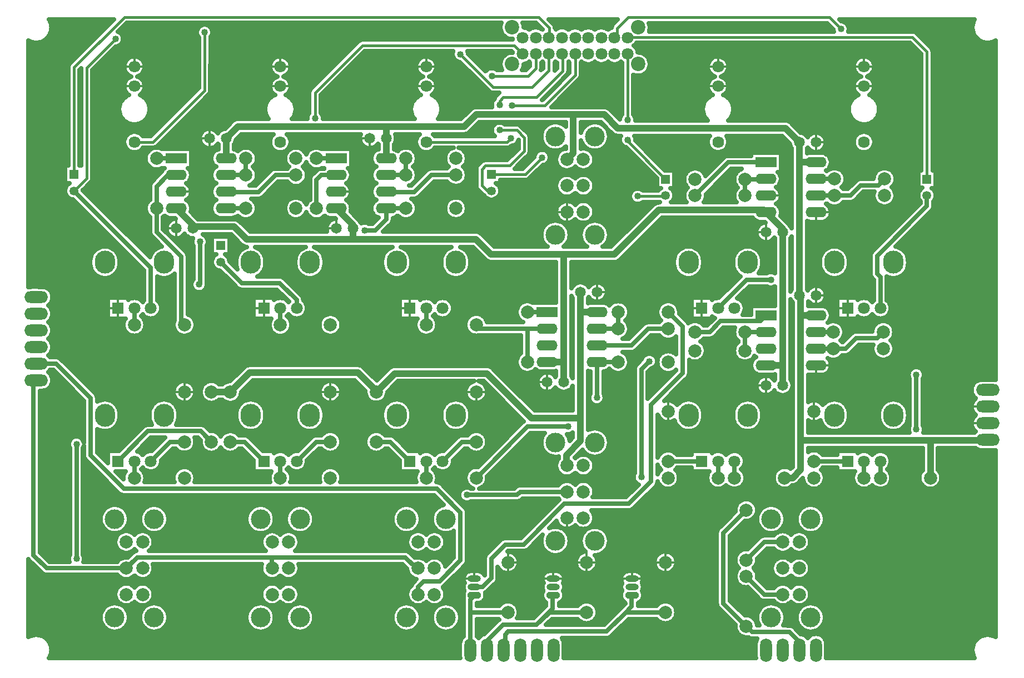
<source format=gbr>
G04 DipTrace 3.3.1.1*
G04 Top.gbr*
%MOMM*%
G04 #@! TF.FileFunction,Copper,L1,Top*
G04 #@! TF.Part,Single*
%AMOUTLINE0*
4,1,8,
-0.75,0.5,
-1.0,0.25,
-1.0,-0.25,
-0.75,-0.5,
0.75,-0.5,
1.0,-0.25,
1.0,0.25,
0.75,0.5,
-0.75,0.5,
0*%
G04 #@! TA.AperFunction,Conductor*
%ADD13C,0.3*%
%ADD14C,0.66*%
%ADD15C,1.0*%
%ADD16C,0.4*%
G04 #@! TA.AperFunction,CopperBalancing*
%ADD17C,0.635*%
%ADD18C,0.33*%
G04 #@! TA.AperFunction,ComponentPad*
%ADD19C,1.65*%
%ADD20R,1.35X1.35*%
%ADD21C,1.35*%
%ADD23C,1.793*%
%ADD24O,2.0X1.0*%
%ADD25C,2.0*%
%ADD26C,2.0*%
%ADD27C,3.0*%
%ADD28C,1.8*%
%ADD29C,2.2*%
%ADD30R,3.2X1.6*%
%ADD31O,3.2X1.6*%
%ADD32R,1.8X1.8*%
%ADD33O,3.1X3.5*%
%ADD34O,3.6X1.8*%
%ADD35O,1.8X3.6*%
G04 #@! TA.AperFunction,ViaPad*
%ADD36C,1.016*%
G04 #@! TA.AperFunction,ComponentPad*
%ADD83OUTLINE0*%
%FSLAX35Y35*%
G04*
G71*
G90*
G75*
G01*
G04 Top*
%LPD*%
X11781080Y5837245D2*
D13*
Y5585003D1*
X12077233Y5288850D1*
X12369147D1*
X1867297Y4391863D2*
D14*
Y2647177D1*
X12877457Y8994703D2*
D15*
X12877523Y8689597D1*
Y6661407D1*
X12894297Y6644633D1*
Y6356303D1*
Y4448327D1*
X14872937D1*
X15746247D1*
Y4456030D1*
X12894297Y4448327D2*
Y3999803D1*
X12773160Y3878667D1*
X12651100D1*
X14872937Y3878873D2*
Y4448327D1*
X13131463Y8689597D2*
X12877523D1*
X13131587Y6356303D2*
X12894297D1*
X12877457Y8994703D2*
X12662397Y9209763D1*
X10110333D1*
X9902370Y9417727D1*
X9436027D1*
X7955063D1*
X7773137Y9235800D1*
X6585620D1*
Y9053867D1*
X9337297Y8733743D2*
X9436027Y8832473D1*
Y9417727D1*
X6585620Y9235800D2*
X4330173D1*
X4148263Y9053890D1*
X4148610Y9053543D1*
Y8749013D1*
X6585620Y9053867D2*
X6585363Y9053610D1*
Y8749233D1*
X9543730Y6711240D2*
Y6406043D1*
Y4786857D1*
Y4441013D1*
X9326803Y4224087D1*
Y4066633D1*
X9337297D1*
X9797940Y6406043D2*
X9543730D1*
X3923650Y5189773D2*
X3924197Y5189227D1*
X4210230D1*
X4504313Y5483310D1*
X6152923D1*
X6433097Y5203137D1*
Y5189807D1*
X6713597Y5470307D1*
X8115907D1*
X8799357Y4786857D1*
X9543730D1*
X11889387Y4132923D2*
D14*
X11889100Y4132637D1*
Y3878667D1*
X11389387Y4132923D2*
X11389303Y4133007D1*
X10877537D1*
X8372793Y1253783D2*
X8396330Y1277320D1*
Y1491257D1*
X8442080Y1537007D1*
X9943513D1*
X10234927Y1828420D1*
X10324023Y1917517D1*
Y2075737D1*
X10341293D1*
X10329007Y2088023D1*
X10837197Y1828420D2*
X10234927D1*
X9337297Y3666633D2*
X8623980D1*
X8575290Y3617943D1*
X7815297D1*
X1254187Y5619220D2*
X1257433Y5622467D1*
X1556043D1*
X2081967Y5096543D1*
Y4220003D1*
X2588917Y3713053D1*
X7356273D1*
X7714737Y3354590D1*
Y2619027D1*
X7396557Y2300847D1*
X7156663D1*
X7069480Y2213663D1*
Y2100380D1*
X7929117Y2215023D2*
X7931373Y2217280D1*
X8049910D1*
X8183873Y2351243D1*
Y2647403D1*
X8399943Y2863473D1*
X8678883D1*
X9298527Y3483117D1*
X10279880D1*
X10618577Y3821813D1*
Y4994520D1*
X11098367Y5474310D1*
Y6187917D1*
X10880083Y6406200D1*
X2750180Y6466337D2*
X2750093Y6466250D1*
Y6212550D1*
X3923650Y4427773D2*
X3760313Y4591110D1*
X2958287D1*
X2500100Y4132923D1*
X9129093Y2088023D2*
X9119907D1*
Y1887253D1*
X8871673Y1639020D1*
X8362733D1*
X8118793Y1395080D1*
Y1253783D1*
X9637250Y1828420D2*
X9073633D1*
X8871673Y1639020D1*
X7929117Y2088023D2*
X7864793Y2023700D1*
Y1828420D1*
Y1253783D1*
X8437400Y1828420D2*
X7864793D1*
X12068760Y2377480D2*
X12345860Y2100380D1*
X12624553D1*
X12068760Y3388433D2*
X11720063Y3039737D1*
Y1964177D1*
X12068760Y1615480D1*
X12156830Y1527410D1*
X12725737D1*
X12876533Y1376613D1*
Y1253713D1*
X10062260Y10592857D2*
D16*
X10103150Y10633747D1*
Y10736493D1*
X10267500Y10900843D1*
X13335387D1*
X13511477Y10724753D1*
X10262157Y10592857D2*
X10267903Y10598603D1*
X14600553D1*
X14820777Y10378380D1*
Y8434040D1*
X9462057Y10342540D2*
Y10020617D1*
X8999310Y9557870D1*
X8503937D1*
X8483103Y9057867D2*
X8425083Y8999847D1*
X7194670D1*
X4972470Y6466337D2*
D14*
X4972570Y6466237D1*
Y6212140D1*
X7194710Y6466337D2*
X7194780Y6466267D1*
Y6212370D1*
X3512093Y6212550D2*
X3460783Y6263860D1*
Y7254943D1*
X3086413Y7629313D1*
Y7986970D1*
X3386610Y8495013D2*
X3381727Y8490130D1*
X3252817D1*
X3086413Y8323727D1*
Y7986970D1*
Y8748970D2*
X3086457Y8749013D1*
X3386610D1*
X4148610Y7987013D2*
X4148713Y7986910D1*
X4448423D1*
X3735673Y6826673D2*
X3748873Y6839873D1*
Y7479067D1*
X11639250Y6466337D2*
X12072497Y6899583D1*
X12442410D1*
X13131587Y5848303D2*
X13132123Y5847767D1*
X13393827D1*
X14155913Y6102243D2*
X14062570Y6008900D1*
X13740760D1*
X13579627Y5847767D1*
X13393827D1*
X5823363Y8495233D2*
X5596037D1*
X5523690Y8422887D1*
Y7987063D1*
Y8749063D2*
X5523860Y8749233D1*
X5823363D1*
X6585363Y7987233D2*
X6585987Y7987857D1*
X6885780D1*
X6257777Y7655043D2*
X6419473D1*
X6585363Y7820933D1*
Y7987233D1*
X4148610Y8241013D2*
X4154237Y8235387D1*
X4639220D1*
X4898500Y8494667D1*
X5210423D1*
X8193177Y10008720D2*
D16*
X8746093D1*
X8862157Y10124783D1*
Y10342540D1*
X3000100Y4132923D2*
D14*
X3294803Y4427627D1*
X3511707D1*
X9062157Y10592860D2*
D16*
X9069347Y10585670D1*
Y10738940D1*
X8903843Y10904443D1*
X2596603D1*
X1830233Y10138073D1*
Y8505570D1*
X2750100Y4132923D2*
D14*
X2749853Y4132677D1*
Y3878777D1*
X5222310Y4132923D2*
X5517033Y4427647D1*
X5734487D1*
X4722310Y4132923D2*
X4428007Y4427227D1*
X4210230D1*
X4972310Y4132923D2*
X4972397Y4132837D1*
Y3879160D1*
X13131587Y6102303D2*
X13131647Y6102243D1*
X13393913D1*
X7956780Y6212370D2*
X8017107Y6152043D1*
X8735713D1*
X9035940D1*
X8735713Y5644097D2*
Y6152043D1*
Y6406097D2*
X8735767Y6406043D1*
X9035940D1*
X10262157Y10342540D2*
D16*
Y9340010D1*
Y9033287D2*
X10284153D1*
Y8991123D1*
X10841343Y8433933D1*
X7713687Y10337730D2*
X8216973Y9834443D1*
X8808773D1*
X9062157Y10087827D1*
Y10342540D1*
X2625480Y2500380D2*
D14*
X2791557Y2666457D1*
X4843743D1*
X6875950D1*
X7042027Y2500380D1*
X7069480D1*
X4847377D2*
X4843743Y2666457D1*
X1254187Y5365220D2*
X1214657Y5325690D1*
Y2697597D1*
X1411873Y2500380D1*
X2625480D1*
X14820777Y8184040D2*
Y8022657D1*
X14062027Y7263907D1*
Y6988817D1*
X14111010Y6939833D1*
Y6466337D1*
X12623147Y5288850D2*
D15*
X12623203Y5594303D1*
Y7622363D1*
X12369463Y7927597D2*
X12623203Y7673857D1*
Y7622363D1*
X12369587Y5594303D2*
X12623203D1*
X12369463Y7927597D2*
X12335070Y7961990D1*
X10735857D1*
X10060413Y7286547D1*
X9267010D1*
X8182683D1*
X7953033Y7516197D1*
X6077570D1*
X4460413D1*
X4269440Y7707170D1*
X3665487D1*
X3640183Y7681867D1*
X6077570Y7682017D2*
Y7516197D1*
X3386610Y7987013D2*
X3640183Y7733440D1*
Y7681867D1*
X5823363Y7987233D2*
X6077570Y7733027D1*
Y7682017D1*
X9267010Y7286547D2*
X9289867Y7263690D1*
Y5644043D1*
Y5338890D1*
X9035940Y5644043D2*
X9289867D1*
X10118083Y5643947D2*
D14*
X10117987Y5644043D1*
X9797940D1*
X7957043Y3879007D2*
X8737870Y4659833D1*
X9353080D1*
X9794217Y5100970D2*
Y5640320D1*
X9797940Y5644043D1*
X10415503Y8173857D2*
D16*
X10851420D1*
X10841343Y8183933D1*
X7444747Y4132923D2*
D14*
X7738593Y4426770D1*
X7956423D1*
X6944747Y4132923D2*
X6649863Y4427807D1*
X6433097D1*
X7194747Y4132923D2*
X7195043Y4132627D1*
Y3879007D1*
X12369587Y6102303D2*
X12369153Y6102737D1*
X12048343D1*
X12048423Y6102657D1*
Y5817920D1*
X12369587Y6356303D2*
X12281450Y6268167D1*
X11678923D1*
X11513493Y6102737D1*
X11286343D1*
X11639387Y4132923D2*
X11639457Y4132853D1*
Y3878667D1*
X14110847Y4132923D2*
X14110937Y4132833D1*
Y3878873D1*
X13610847Y4132923D2*
X13610737Y4133033D1*
X13099060D1*
X13860847Y4132923D2*
X13860907Y4132863D1*
Y3878873D1*
X13131463Y8181597D2*
X13133667Y8183800D1*
X13412203D1*
X14174423Y8435157D2*
X14079570Y8340303D1*
X13812067D1*
X13655563Y8183800D1*
X13412203D1*
X14658450Y5449930D2*
Y4618763D1*
X13131463Y8435597D2*
X13131903Y8435157D1*
X13412423D1*
X12051450Y8430067D2*
X12051453Y8182220D1*
X12369463Y8435597D2*
X12363933Y8430067D1*
X12051450D1*
X11289453Y8182220D2*
X11796830Y8689597D1*
X12369463D1*
X10591517Y5657187D2*
X10469587Y5535257D1*
Y3888467D1*
X9797940Y5898043D2*
X10321050D1*
X10575150Y6152143D1*
X10880083D1*
X9797940Y6152043D2*
X9798040Y6152143D1*
X10118083D1*
Y6406200D2*
Y6152143D1*
X6585363Y8241233D2*
X6591210Y8235387D1*
X7009950D1*
X7270383Y8495820D1*
X7647780D1*
X6885780Y8749350D2*
Y8495820D1*
X6585363Y8495233D2*
X6585950Y8495820D1*
X6885780D1*
X4148610Y8495013D2*
X4148957Y8494667D1*
X4448423D1*
Y8749050D2*
Y8494667D1*
X12068760Y2626433D2*
X12342707Y2900380D1*
X12624553D1*
X9262157Y10342540D2*
D16*
X9274713Y10329983D1*
Y10083713D1*
X8871660Y9680660D1*
X8366383D1*
X8312083Y9626360D1*
Y9567220D1*
Y9180850D2*
X8573433D1*
X8685963Y9068320D1*
Y8860683D1*
X8463370Y8638090D1*
X8096320D1*
X8043487Y8585257D1*
Y8336340D1*
X8124257Y8255570D1*
X8188287D1*
X3820160Y10672037D2*
Y9788593D1*
X3031413Y8999847D1*
X2750260D1*
X4062543Y7171100D2*
D14*
X4384550Y6849093D1*
X4962367D1*
X5222470Y6588990D1*
Y6466337D1*
X8661573Y10342560D2*
D16*
X8531020Y10473113D1*
X6222140D1*
X5501177Y9752150D1*
Y9363940D1*
X8959437Y8763493D2*
X8701513Y8505570D1*
X8188287D1*
X1830233Y8255570D2*
D14*
X3000180Y7085623D1*
Y6466337D1*
X2461040Y10572463D2*
D16*
X2024057Y10135480D1*
Y8449393D1*
X1830233Y8255570D1*
D36*
X11781080Y5837245D3*
X1867297Y4391863D3*
Y2647177D3*
X7815297Y3617943D3*
X13511477Y10724753D3*
X8503937Y9557870D3*
X8483103Y9057867D3*
X3735673Y6826673D3*
X3748873Y7479067D3*
X12442410Y6899583D3*
X6257777Y7655043D3*
X8193177Y10008720D3*
X10262157Y9340010D3*
Y9033287D3*
X7713687Y10337730D3*
X9353080Y4659833D3*
X9794217Y5100970D3*
X10415503Y8173857D3*
X14658450Y5449930D3*
Y4618763D3*
X10591517Y5657187D3*
X10469587Y3888467D3*
X8312083Y9567220D3*
Y9180850D3*
X3820160Y10672037D3*
X5501177Y9363940D3*
X8959437Y8763493D3*
X2461040Y10572463D3*
X1484773Y10805083D2*
D17*
X2367490D1*
X2627013D2*
X8328154D1*
X8676179D2*
X8873388D1*
X9133002D2*
X10041969D1*
X10596166D2*
X13301344D1*
X13604343D2*
X15515185D1*
X1492429Y10741917D2*
X2304235D1*
X2563849D2*
X3718636D1*
X3921739D2*
X8318584D1*
X8718198D2*
X8805576D1*
X9162898D2*
X9205615D1*
X9318758D2*
X9405498D1*
X9518640D2*
X9605472D1*
X9718614D2*
X9805446D1*
X9918588D2*
X10005693D1*
X10605737D2*
X13364508D1*
X13634695D2*
X15507620D1*
X1482495Y10678750D2*
X2241071D1*
X2518823D2*
X3695940D1*
X3944435D2*
X8332438D1*
X14641492D2*
X15517555D1*
X1452325Y10615583D2*
X2177907D1*
X2577338D2*
X3710068D1*
X3930216D2*
X8377373D1*
X14713406D2*
X15547633D1*
X1388341Y10552417D2*
X2114742D1*
X2583810D2*
X3726565D1*
X3913810D2*
X6179300D1*
X14776570D2*
X15611617D1*
X1138146Y10489250D2*
X2051578D1*
X2551179D2*
X3726565D1*
X3913810D2*
X6108479D1*
X10386896D2*
X14580120D1*
X14839734D2*
X15861904D1*
X1138146Y10426083D2*
X1988414D1*
X2444448D2*
X3726565D1*
X3913810D2*
X6045315D1*
X10401752D2*
X14643284D1*
X14900255D2*
X15861904D1*
X1138146Y10362917D2*
X1925250D1*
X2381284D2*
X3726565D1*
X3913810D2*
X5982151D1*
X6241765D2*
X7591969D1*
X7835450D2*
X8469795D1*
X10456258D2*
X14706448D1*
X14914383D2*
X15861904D1*
X1138146Y10299750D2*
X1862086D1*
X2318120D2*
X2697438D1*
X2803107D2*
X3726565D1*
X3913810D2*
X4919573D1*
X5025242D2*
X5918987D1*
X6178601D2*
X7141891D1*
X7247468D2*
X7595524D1*
X7881479D2*
X8358505D1*
X10565997D2*
X11586162D1*
X11691739D2*
X13808297D1*
X13913966D2*
X14727138D1*
X14914383D2*
X15861904D1*
X1138146Y10236583D2*
X1798922D1*
X2254955D2*
X2613128D1*
X2887416D2*
X3726565D1*
X3913810D2*
X4835263D1*
X5109552D2*
X5855823D1*
X6115437D2*
X7057490D1*
X7331778D2*
X7646383D1*
X7944643D2*
X8325420D1*
X10598992D2*
X11501852D1*
X11776140D2*
X13723987D1*
X13998276D2*
X14727138D1*
X14914383D2*
X15861904D1*
X1138146Y10173417D2*
X1744052D1*
X2191791D2*
X2588792D1*
X2911752D2*
X3726565D1*
X3913810D2*
X4810927D1*
X5133888D2*
X5792659D1*
X6052273D2*
X7033154D1*
X7356205D2*
X7748193D1*
X8007807D2*
X8319039D1*
X8685203D2*
X8768479D1*
X9155789D2*
X9181097D1*
X9555737D2*
X10168479D1*
X10605281D2*
X11477425D1*
X11800476D2*
X13699651D1*
X14022703D2*
X14727138D1*
X14914383D2*
X15861904D1*
X1138146Y10110250D2*
X1736578D1*
X2128627D2*
X2592073D1*
X2908471D2*
X3726565D1*
X3913810D2*
X4814209D1*
X5130607D2*
X5729495D1*
X5989109D2*
X7036435D1*
X7352924D2*
X7811357D1*
X8070971D2*
X8126539D1*
X8259825D2*
X8336266D1*
X8668067D2*
X8717802D1*
X9555737D2*
X10168479D1*
X10587963D2*
X11480797D1*
X11797195D2*
X13702933D1*
X14019330D2*
X14727138D1*
X14914383D2*
X15861904D1*
X1138146Y10047083D2*
X1736578D1*
X2117690D2*
X2625250D1*
X2875203D2*
X3726565D1*
X3913810D2*
X4847386D1*
X5097338D2*
X5666331D1*
X5925945D2*
X7069703D1*
X7319656D2*
X7874521D1*
X9555737D2*
X10168479D1*
X10536375D2*
X11513974D1*
X11763927D2*
X13736201D1*
X13986153D2*
X14727138D1*
X14914383D2*
X15861904D1*
X1138146Y9983917D2*
X1736578D1*
X2117690D2*
X2662347D1*
X2838198D2*
X3726565D1*
X3913810D2*
X4884482D1*
X5060333D2*
X5603167D1*
X5862781D2*
X7106709D1*
X7282560D2*
X7937685D1*
X9547625D2*
X10168479D1*
X10355815D2*
X11551071D1*
X11726922D2*
X13773206D1*
X13949057D2*
X14727138D1*
X14914383D2*
X15861904D1*
X1138146Y9920750D2*
X1736578D1*
X2117690D2*
X2603922D1*
X2896622D2*
X3726565D1*
X3913810D2*
X4826058D1*
X5118758D2*
X5540003D1*
X5799617D2*
X7048284D1*
X7341075D2*
X8000849D1*
X9492026D2*
X10168479D1*
X10355815D2*
X11492646D1*
X11785346D2*
X13714782D1*
X14007482D2*
X14727138D1*
X14914383D2*
X15861904D1*
X1138146Y9857583D2*
X1736578D1*
X2117690D2*
X2587151D1*
X2913393D2*
X3726565D1*
X3913810D2*
X4809287D1*
X5135528D2*
X5476839D1*
X5736362D2*
X7031604D1*
X7357755D2*
X8064013D1*
X9428862D2*
X10168479D1*
X10355815D2*
X11475875D1*
X11802026D2*
X13698102D1*
X14024252D2*
X14727138D1*
X14914383D2*
X15861904D1*
X1138146Y9794417D2*
X1736578D1*
X2117690D2*
X2597086D1*
X2903458D2*
X3696214D1*
X3913810D2*
X4819222D1*
X5125593D2*
X5418414D1*
X5673198D2*
X7041539D1*
X7347820D2*
X8127177D1*
X9365698D2*
X10168479D1*
X10355815D2*
X11485810D1*
X11792182D2*
X13707946D1*
X14014317D2*
X14727138D1*
X14914383D2*
X15861904D1*
X1138146Y9731250D2*
X1736578D1*
X2117690D2*
X2641110D1*
X2859435D2*
X3633050D1*
X3892299D2*
X4863245D1*
X5081570D2*
X5407568D1*
X5610034D2*
X7085563D1*
X7303797D2*
X8287138D1*
X9302442D2*
X10168479D1*
X10355815D2*
X11529834D1*
X11748067D2*
X13752060D1*
X13970294D2*
X14727138D1*
X14914383D2*
X15861904D1*
X1138146Y9668083D2*
X1736578D1*
X2117690D2*
X2584052D1*
X2916492D2*
X3569886D1*
X3829409D2*
X4806188D1*
X5138627D2*
X5407568D1*
X5594812D2*
X7028414D1*
X7360854D2*
X8229078D1*
X9239278D2*
X10168479D1*
X10355815D2*
X11472776D1*
X11805216D2*
X13694912D1*
X14027351D2*
X14727138D1*
X14914383D2*
X15861904D1*
X1138146Y9604917D2*
X1736578D1*
X2117690D2*
X2536930D1*
X2963523D2*
X3506722D1*
X3766245D2*
X4759065D1*
X5185659D2*
X5407568D1*
X5594812D2*
X6981383D1*
X7407976D2*
X8193805D1*
X9176114D2*
X10168479D1*
X10355815D2*
X11425654D1*
X11852247D2*
X13647880D1*
X14074474D2*
X14727138D1*
X14914383D2*
X15861904D1*
X1138146Y9541750D2*
X1736578D1*
X2117690D2*
X2515602D1*
X2984851D2*
X3443558D1*
X3703080D2*
X4737737D1*
X5206987D2*
X5407568D1*
X5594812D2*
X6960055D1*
X7429304D2*
X8190433D1*
X9112950D2*
X10168479D1*
X10355815D2*
X11404326D1*
X11873575D2*
X13626552D1*
X14095802D2*
X14727138D1*
X14914383D2*
X15861904D1*
X1138146Y9478583D2*
X1736578D1*
X2117690D2*
X2512776D1*
X2987677D2*
X3380393D1*
X3639916D2*
X4734912D1*
X5209812D2*
X5407568D1*
X5594812D2*
X6957229D1*
X7432130D2*
X7843714D1*
X10013745D2*
X10168479D1*
X10355815D2*
X11401500D1*
X11876401D2*
X13623727D1*
X14098627D2*
X14727138D1*
X14914383D2*
X15861904D1*
X1138146Y9415417D2*
X1736578D1*
X2117690D2*
X2527724D1*
X2972820D2*
X3317229D1*
X3576752D2*
X4749860D1*
X5194955D2*
X5388518D1*
X5613771D2*
X6972177D1*
X7417182D2*
X7780550D1*
X10076909D2*
X10164925D1*
X10359370D2*
X11416448D1*
X11861544D2*
X13638584D1*
X14083679D2*
X14727138D1*
X14914383D2*
X15861904D1*
X1138146Y9352250D2*
X1736578D1*
X2117690D2*
X2564821D1*
X2935724D2*
X3253974D1*
X3513588D2*
X4309808D1*
X10385984D2*
X11453545D1*
X11824448D2*
X13675680D1*
X14046583D2*
X14727138D1*
X14914383D2*
X15861904D1*
X1138146Y9289083D2*
X1736578D1*
X2117690D2*
X2646761D1*
X2853784D2*
X3190810D1*
X3450424D2*
X4211279D1*
X7998601D2*
X8258518D1*
X8365646D2*
X9084847D1*
X9239734D2*
X9312347D1*
X9559656D2*
X9684860D1*
X12755320D2*
X13757620D1*
X13964643D2*
X14727138D1*
X14914383D2*
X15861904D1*
X1138146Y9225917D2*
X1736578D1*
X2117690D2*
X3127646D1*
X3387260D2*
X4148024D1*
X7935437D2*
X8196539D1*
X8658133D2*
X8991604D1*
X9559656D2*
X9591617D1*
X12818484D2*
X14727138D1*
X14914383D2*
X15861904D1*
X1138146Y9162750D2*
X1736578D1*
X2117690D2*
X3064482D1*
X3324096D2*
X3784990D1*
X4003497D2*
X4039013D1*
X7872273D2*
X8189065D1*
X8721297D2*
X8953505D1*
X12881648D2*
X14727138D1*
X14914383D2*
X15861904D1*
X1138146Y9099583D2*
X1736578D1*
X2117690D2*
X2622698D1*
X2877755D2*
X3001318D1*
X3260932D2*
X3745250D1*
X4366166D2*
X4844834D1*
X5099890D2*
X6182672D1*
X6734591D2*
X7067151D1*
X7322208D2*
X8220055D1*
X8773797D2*
X8939196D1*
X9985398D2*
X10063753D1*
X12990750D2*
X13018154D1*
X13244773D2*
X13733649D1*
X13988705D2*
X14727138D1*
X14914383D2*
X15861904D1*
X1138146Y9036417D2*
X1736578D1*
X2117690D2*
X2591253D1*
X3197768D2*
X3739143D1*
X4303367D2*
X4813388D1*
X5131336D2*
X6176474D1*
X6740698D2*
X7035706D1*
X8779630D2*
X8943844D1*
X9980750D2*
X10137763D1*
X10386531D2*
X11479977D1*
X11797924D2*
X12663505D1*
X13281687D2*
X13702203D1*
X14020151D2*
X14727138D1*
X14914383D2*
X15861904D1*
X1138146Y8973250D2*
X1736578D1*
X2117690D2*
X2589248D1*
X3134604D2*
X3761657D1*
X4280854D2*
X4811383D1*
X5133432D2*
X6198987D1*
X6718185D2*
X7033610D1*
X8571817D2*
X8592295D1*
X8779630D2*
X8968818D1*
X9955776D2*
X10154078D1*
X10431830D2*
X11477972D1*
X11800021D2*
X12722841D1*
X13286062D2*
X13700107D1*
X14022156D2*
X14727138D1*
X14914383D2*
X15861904D1*
X1138146Y8910083D2*
X1736578D1*
X2117690D2*
X2615133D1*
X2885320D2*
X3035042D1*
X3137794D2*
X3845966D1*
X3942521D2*
X4024977D1*
X4272286D2*
X4396761D1*
X4500060D2*
X4837268D1*
X5107455D2*
X5158740D1*
X5262130D2*
X5472008D1*
X5575398D2*
X6283297D1*
X6379942D2*
X6461761D1*
X6708979D2*
X6833089D1*
X6938484D2*
X7059586D1*
X7329773D2*
X7595068D1*
X7700463D2*
X8592295D1*
X8779630D2*
X9025328D1*
X9559656D2*
X9625341D1*
X9899265D2*
X10235380D1*
X10494995D2*
X11503857D1*
X11774044D2*
X12747542D1*
X13261362D2*
X13726084D1*
X13996271D2*
X14727138D1*
X14914383D2*
X15861904D1*
X1138146Y8846917D2*
X1736578D1*
X2117690D2*
X2708649D1*
X2791896D2*
X2944443D1*
X3620229D2*
X3952242D1*
X4590476D2*
X4930784D1*
X5014031D2*
X5068414D1*
X5352455D2*
X5381683D1*
X6057013D2*
X6388753D1*
X7027989D2*
X7153102D1*
X7236258D2*
X7505563D1*
X7790060D2*
X8542438D1*
X8778536D2*
X8869469D1*
X9049330D2*
X9207711D1*
X9716883D2*
X10298545D1*
X10558159D2*
X11597373D1*
X11680528D2*
X12753831D1*
X13001140D2*
X13100732D1*
X13162195D2*
X13819508D1*
X13902755D2*
X14727138D1*
X14914383D2*
X15861904D1*
X1138146Y8783750D2*
X1736578D1*
X2117690D2*
X2916461D1*
X3620229D2*
X3919157D1*
X4618458D2*
X5040433D1*
X6057013D2*
X6355849D1*
X7055880D2*
X7477672D1*
X7817859D2*
X8479274D1*
X8738797D2*
X8836748D1*
X9082143D2*
X9171344D1*
X9753250D2*
X10361709D1*
X10621323D2*
X11755966D1*
X12603107D2*
X12753831D1*
X13331088D2*
X14727138D1*
X14914383D2*
X15861904D1*
X1138146Y8720583D2*
X1736578D1*
X2117690D2*
X2915185D1*
X3620229D2*
X3917698D1*
X4619643D2*
X5039248D1*
X6057013D2*
X6354573D1*
X7056883D2*
X7476670D1*
X7818953D2*
X8061461D1*
X8675633D2*
X8786709D1*
X9075763D2*
X9164143D1*
X9760450D2*
X10424873D1*
X10684487D2*
X11679677D1*
X12603107D2*
X12753831D1*
X13361804D2*
X14727138D1*
X14914383D2*
X15861904D1*
X1138146Y8657417D2*
X1736578D1*
X2117690D2*
X2940068D1*
X3620229D2*
X3946956D1*
X4594760D2*
X5064130D1*
X5356739D2*
X5377399D1*
X6057013D2*
X6383831D1*
X7031909D2*
X7501643D1*
X7793888D2*
X7985810D1*
X8612468D2*
X8723545D1*
X9017703D2*
X9182099D1*
X9742495D2*
X10488037D1*
X10747651D2*
X11616513D1*
X12603107D2*
X12753922D1*
X13361531D2*
X14727138D1*
X14914383D2*
X15861904D1*
X1138146Y8594250D2*
X1689091D1*
X2117690D2*
X3016448D1*
X3156388D2*
X3191448D1*
X3581765D2*
X3953427D1*
X4589200D2*
X4880289D1*
X5351179D2*
X5453961D1*
X6018732D2*
X6389938D1*
X7027442D2*
X7244795D1*
X7789422D2*
X7950354D1*
X8549304D2*
X8660380D1*
X8919995D2*
X9238610D1*
X9435971D2*
X9488623D1*
X9685984D2*
X10551201D1*
X10810815D2*
X11251018D1*
X11327885D2*
X11553258D1*
X12603107D2*
X12753922D1*
X13330086D2*
X13354391D1*
X13470541D2*
X14116370D1*
X14232521D2*
X14727138D1*
X14914383D2*
X15861904D1*
X1138146Y8531083D2*
X1689091D1*
X2117690D2*
X3145602D1*
X3615763D2*
X3919430D1*
X4618093D2*
X4786774D1*
X5380073D2*
X5483675D1*
X6052547D2*
X6356123D1*
X7055698D2*
X7157477D1*
X7817677D2*
X7949808D1*
X8856830D2*
X10614365D1*
X10982442D2*
X11149755D1*
X11429148D2*
X11490094D1*
X11786531D2*
X11911735D1*
X12567924D2*
X12753922D1*
X13555854D2*
X14031058D1*
X14317833D2*
X14679651D1*
X14961961D2*
X15861904D1*
X1138146Y8467917D2*
X1689091D1*
X2117690D2*
X3082438D1*
X3617768D2*
X3917516D1*
X4619916D2*
X4723610D1*
X5381896D2*
X5427711D1*
X6054461D2*
X6354300D1*
X7057065D2*
X7094313D1*
X7819044D2*
X7949808D1*
X8793666D2*
X9231045D1*
X9443536D2*
X9481058D1*
X9693549D2*
X10677529D1*
X10982442D2*
X11120133D1*
X11723367D2*
X11882112D1*
X12599552D2*
X12753922D1*
X13582833D2*
X14003987D1*
X14344812D2*
X14679651D1*
X14961961D2*
X15861904D1*
X1138146Y8404750D2*
X1689091D1*
X2105385D2*
X3019274D1*
X3589330D2*
X3945862D1*
X4595854D2*
X4660446D1*
X5357833D2*
X5417047D1*
X6025932D2*
X6382828D1*
X7794435D2*
X7949808D1*
X8329461D2*
X9179456D1*
X9745138D2*
X10700224D1*
X10982442D2*
X11117763D1*
X11660203D2*
X11879742D1*
X12599825D2*
X12753922D1*
X13583289D2*
X13728362D1*
X14345268D2*
X14679651D1*
X14961961D2*
X15861904D1*
X1138146Y8341583D2*
X1720081D1*
X2046049D2*
X2981357D1*
X3580580D2*
X3954612D1*
X4522208D2*
X4597190D1*
X4893627D2*
X5136591D1*
X5284278D2*
X5417047D1*
X6017547D2*
X6391214D1*
X7264330D2*
X7576657D1*
X7718875D2*
X7949808D1*
X8298380D2*
X9163870D1*
X9760724D2*
X10700224D1*
X10982442D2*
X11141097D1*
X11597039D2*
X11903167D1*
X12569200D2*
X12753922D1*
X13557403D2*
X13665198D1*
X14319474D2*
X14679651D1*
X14961961D2*
X15861904D1*
X1138146Y8278417D2*
X1691005D1*
X1982885D2*
X2979808D1*
X3615398D2*
X3919795D1*
X4830463D2*
X5417047D1*
X6052273D2*
X6356487D1*
X7201166D2*
X7971865D1*
X8327455D2*
X9173076D1*
X9751518D2*
X10354235D1*
X10476765D2*
X10738870D1*
X10943797D2*
X11146201D1*
X11533875D2*
X11908271D1*
X12566830D2*
X12753922D1*
X14318471D2*
X14718206D1*
X14923406D2*
X15861904D1*
X1138146Y8215250D2*
X1695289D1*
X2018705D2*
X2979808D1*
X3617950D2*
X3917242D1*
X4767299D2*
X5417047D1*
X6054734D2*
X6354026D1*
X7138002D2*
X8034755D1*
X8323263D2*
X9212815D1*
X9711778D2*
X10298545D1*
X10978797D2*
X11119130D1*
X11470711D2*
X11881110D1*
X12599187D2*
X12753922D1*
X13835216D2*
X14003532D1*
X14344903D2*
X14683297D1*
X14958224D2*
X15861904D1*
X1138146Y8152083D2*
X1737490D1*
X2081870D2*
X2979808D1*
X3590333D2*
X3944860D1*
X4701401D2*
X5177516D1*
X5243263D2*
X5417047D1*
X6026935D2*
X6381735D1*
X7072104D2*
X7609560D1*
X7685971D2*
X8095550D1*
X8280971D2*
X10293076D1*
X10978705D2*
X11118584D1*
X11460320D2*
X11880563D1*
X12600099D2*
X12753922D1*
X13772052D2*
X14003623D1*
X14344812D2*
X14683479D1*
X14958041D2*
X15861904D1*
X1138146Y8088917D2*
X1848688D1*
X2145034D2*
X2947451D1*
X3579304D2*
X3955888D1*
X4587377D2*
X5071513D1*
X5349357D2*
X5384599D1*
X6016271D2*
X6392490D1*
X7025437D2*
X7508115D1*
X7787416D2*
X9268414D1*
X9406166D2*
X9518427D1*
X9656179D2*
X10327073D1*
X10943341D2*
X11144287D1*
X11434617D2*
X11906266D1*
X12570294D2*
X12753922D1*
X13694396D2*
X14030055D1*
X14318289D2*
X14714104D1*
X14927416D2*
X15861904D1*
X1138146Y8025750D2*
X1911852D1*
X2208198D2*
X2917373D1*
X3615034D2*
X3920159D1*
X4617455D2*
X5041344D1*
X6051909D2*
X6356852D1*
X7055060D2*
X7478492D1*
X7817039D2*
X9191214D1*
X9733380D2*
X10627399D1*
X12565646D2*
X12753922D1*
X13327625D2*
X13350979D1*
X13473367D2*
X14112998D1*
X14235346D2*
X14675732D1*
X14927416D2*
X15861904D1*
X1138146Y7962583D2*
X1975016D1*
X2271362D2*
X2914547D1*
X3618224D2*
X3916969D1*
X4620281D2*
X5038518D1*
X6054916D2*
X6353844D1*
X7057521D2*
X7476032D1*
X7819500D2*
X9166149D1*
X9758445D2*
X10564235D1*
X12598914D2*
X12753922D1*
X13360893D2*
X14612477D1*
X14907455D2*
X15861904D1*
X1138146Y7899417D2*
X2038180D1*
X2334526D2*
X2937516D1*
X3646388D2*
X3943857D1*
X4597403D2*
X5061487D1*
X6083445D2*
X6380732D1*
X7034096D2*
X7499456D1*
X7796166D2*
X9167242D1*
X9757351D2*
X10501071D1*
X12600372D2*
X12753922D1*
X13362351D2*
X14549313D1*
X14845750D2*
X15861904D1*
X1138146Y7836250D2*
X2101344D1*
X2397690D2*
X2979808D1*
X3193028D2*
X3365172D1*
X3709552D2*
X4369326D1*
X4527495D2*
X5131396D1*
X5289474D2*
X5444938D1*
X5602468D2*
X5802138D1*
X6146609D2*
X6452464D1*
X6692026D2*
X6808753D1*
X6962820D2*
X7570732D1*
X7724890D2*
X9195042D1*
X9729552D2*
X10437907D1*
X10782377D2*
X12167581D1*
X12633002D2*
X12753922D1*
X13333367D2*
X14486149D1*
X14782586D2*
X15861904D1*
X1138146Y7773083D2*
X2164508D1*
X2460945D2*
X2979808D1*
X3193028D2*
X3260992D1*
X4375737D2*
X5698323D1*
X6202846D2*
X6389300D1*
X6679812D2*
X9049300D1*
X9390307D2*
X9534287D1*
X9875294D2*
X10374742D1*
X10719213D2*
X12351787D1*
X12696166D2*
X12753922D1*
X13001140D2*
X14422985D1*
X14719422D2*
X15861904D1*
X1138146Y7709917D2*
X2227672D1*
X2524109D2*
X2979808D1*
X3193028D2*
X3232737D1*
X4438901D2*
X5670068D1*
X6622573D2*
X8979026D1*
X9345554D2*
X9579039D1*
X9945567D2*
X10311578D1*
X10656049D2*
X12241318D1*
X13001140D2*
X14359821D1*
X14656258D2*
X15861904D1*
X1138146Y7646750D2*
X2290836D1*
X2587273D2*
X2979808D1*
X4502065D2*
X5671617D1*
X6559317D2*
X8948037D1*
X9376635D2*
X9547959D1*
X9976557D2*
X10248414D1*
X10592885D2*
X12215068D1*
X13001140D2*
X14296657D1*
X14593093D2*
X15861904D1*
X1138146Y7583583D2*
X2354000D1*
X2650437D2*
X2990836D1*
X3810177D2*
X4220758D1*
X8057846D2*
X8938649D1*
X9385932D2*
X9538662D1*
X9985945D2*
X10185250D1*
X10529630D2*
X12218167D1*
X13001140D2*
X14233492D1*
X14529929D2*
X15861904D1*
X1138146Y7520417D2*
X2417164D1*
X2713601D2*
X3047164D1*
X3343510D2*
X3631865D1*
X3865867D2*
X3921435D1*
X4203653D2*
X4284013D1*
X8121010D2*
X8948128D1*
X9376544D2*
X9548050D1*
X9976466D2*
X10122086D1*
X10466466D2*
X12253076D1*
X13001140D2*
X14170328D1*
X14466674D2*
X15861904D1*
X1138146Y7457250D2*
X2480328D1*
X2776765D2*
X3110328D1*
X3406674D2*
X3626487D1*
X3871245D2*
X3921435D1*
X4203653D2*
X4347177D1*
X8184174D2*
X8979300D1*
X9345281D2*
X9579313D1*
X9945294D2*
X10058922D1*
X10403302D2*
X12499534D1*
X13001140D2*
X14107164D1*
X14403510D2*
X15861904D1*
X1138146Y7394083D2*
X2214729D1*
X2385659D2*
X2543492D1*
X2839929D2*
X3114703D1*
X3469838D2*
X3642255D1*
X3855476D2*
X3921435D1*
X4203653D2*
X4437047D1*
X4607885D2*
X5337021D1*
X5507859D2*
X6659274D1*
X6830112D2*
X7559248D1*
X7730177D2*
X7902959D1*
X10340138D2*
X11103818D1*
X11274656D2*
X12003792D1*
X12174721D2*
X12499534D1*
X13001140D2*
X13325589D1*
X13496427D2*
X14044000D1*
X14396401D2*
X15861904D1*
X1138146Y7330917D2*
X2124951D1*
X2475346D2*
X2606748D1*
X2903093D2*
X3025016D1*
X3533002D2*
X3642255D1*
X3855476D2*
X3921435D1*
X4203653D2*
X4347268D1*
X4697664D2*
X5247242D1*
X5597638D2*
X6569495D1*
X6919890D2*
X7469469D1*
X7819864D2*
X7966123D1*
X10276974D2*
X11014039D1*
X11364435D2*
X11914013D1*
X12264409D2*
X12499534D1*
X13001140D2*
X13235810D1*
X13586205D2*
X13981018D1*
X14486179D2*
X15861904D1*
X1138146Y7267750D2*
X2086943D1*
X2513354D2*
X2669912D1*
X2966258D2*
X2987027D1*
X3566635D2*
X3642255D1*
X3855476D2*
X3962268D1*
X4162820D2*
X4309261D1*
X4735672D2*
X5209235D1*
X5635646D2*
X6531487D1*
X6957898D2*
X7431552D1*
X7857872D2*
X8029287D1*
X10213810D2*
X10976032D1*
X11402442D2*
X11876097D1*
X12302416D2*
X12499534D1*
X13001140D2*
X13197802D1*
X13624213D2*
X13955498D1*
X14524187D2*
X15861904D1*
X1138146Y7204583D2*
X2072268D1*
X2528028D2*
X2733076D1*
X3567455D2*
X3642255D1*
X3855476D2*
X3925628D1*
X4199461D2*
X4294586D1*
X4750346D2*
X5194560D1*
X5650320D2*
X6516813D1*
X6972573D2*
X7416787D1*
X7872638D2*
X8092451D1*
X10150646D2*
X10961357D1*
X11417117D2*
X11861331D1*
X12317182D2*
X12499534D1*
X13001140D2*
X13183128D1*
X13638888D2*
X13955407D1*
X14538862D2*
X15861904D1*
X1138146Y7141417D2*
X2071630D1*
X2528758D2*
X2796240D1*
X3567455D2*
X3642255D1*
X3855476D2*
X3924716D1*
X4240385D2*
X4293857D1*
X4751075D2*
X5193922D1*
X5651049D2*
X6516084D1*
X6973302D2*
X7416149D1*
X7873276D2*
X9166240D1*
X9413549D2*
X10960628D1*
X11417846D2*
X11860693D1*
X12317820D2*
X12499534D1*
X13001140D2*
X13182399D1*
X13639617D2*
X13955407D1*
X14539591D2*
X15861904D1*
X1138146Y7078250D2*
X2082203D1*
X2518093D2*
X2859404D1*
X3567455D2*
X3642255D1*
X3855476D2*
X3958440D1*
X4740411D2*
X5204495D1*
X5640385D2*
X6526748D1*
X6962638D2*
X7426722D1*
X7862703D2*
X9166240D1*
X9413549D2*
X10971292D1*
X11407182D2*
X11871266D1*
X12307247D2*
X12499534D1*
X13001140D2*
X13193063D1*
X13628953D2*
X13955407D1*
X14528927D2*
X15861904D1*
X1138146Y7015083D2*
X2114469D1*
X2485919D2*
X2893584D1*
X3567455D2*
X3642255D1*
X3855476D2*
X4070367D1*
X4708237D2*
X5236761D1*
X5608211D2*
X6558922D1*
X6930463D2*
X7458987D1*
X7830437D2*
X9166240D1*
X9413549D2*
X11003466D1*
X11375008D2*
X11903532D1*
X12274982D2*
X12411487D1*
X12473315D2*
X12499534D1*
X13001140D2*
X13225237D1*
X13596778D2*
X13955407D1*
X14496752D2*
X15861904D1*
X1138146Y6951917D2*
X2186018D1*
X2414278D2*
X2893584D1*
X3314252D2*
X3354143D1*
X3567455D2*
X3642255D1*
X3855476D2*
X4133532D1*
X4636596D2*
X5308310D1*
X5536570D2*
X6630563D1*
X6858823D2*
X7530628D1*
X7758797D2*
X9166240D1*
X9413549D2*
X11075107D1*
X11303367D2*
X11975172D1*
X13001140D2*
X13296878D1*
X13525138D2*
X13962425D1*
X14425112D2*
X15861904D1*
X1138146Y6888750D2*
X2893584D1*
X3106804D2*
X3354143D1*
X3567455D2*
X3628857D1*
X3855476D2*
X4196696D1*
X5070906D2*
X9166240D1*
X9413549D2*
X11913466D1*
X13001140D2*
X14004352D1*
X14217664D2*
X15861904D1*
X1138146Y6825583D2*
X2893584D1*
X3106804D2*
X3354143D1*
X3567455D2*
X3611266D1*
X3860125D2*
X4259860D1*
X5134070D2*
X9166240D1*
X9413549D2*
X9440589D1*
X9646883D2*
X9694612D1*
X9900815D2*
X11850302D1*
X13001140D2*
X14004352D1*
X14217664D2*
X15861904D1*
X1443028Y6762417D2*
X2893584D1*
X3106804D2*
X3354143D1*
X3567455D2*
X3630224D1*
X3841075D2*
X4327763D1*
X5197234D2*
X9166240D1*
X9944838D2*
X11787138D1*
X12083484D2*
X12499534D1*
X13248510D2*
X14004352D1*
X14217664D2*
X15861904D1*
X1494161Y6699250D2*
X2893584D1*
X3106804D2*
X3354143D1*
X3567455D2*
X4964052D1*
X5260398D2*
X9166240D1*
X9953406D2*
X11723974D1*
X12020320D2*
X12499534D1*
X13282781D2*
X14004352D1*
X14217664D2*
X15861904D1*
X1507833Y6636083D2*
X2893584D1*
X3106804D2*
X3354143D1*
X3567455D2*
X5027216D1*
X5317364D2*
X9166240D1*
X9933627D2*
X11660810D1*
X11957156D2*
X12499534D1*
X13285515D2*
X14004352D1*
X14217664D2*
X15861904D1*
X1494982Y6572917D2*
X2336500D1*
X3122208D2*
X3354143D1*
X3567455D2*
X4558818D1*
X5344526D2*
X6781045D1*
X7566752D2*
X8716800D1*
X8754605D2*
X9166240D1*
X9667390D2*
X9733896D1*
X9861531D2*
X10097933D1*
X10138300D2*
X10859912D1*
X10900194D2*
X11225589D1*
X12011297D2*
X12499534D1*
X13258718D2*
X13447360D1*
X14233067D2*
X15861904D1*
X1445398Y6509750D2*
X2336500D1*
X3157755D2*
X3354143D1*
X3567455D2*
X4558818D1*
X5379982D2*
X6781045D1*
X7602208D2*
X8598037D1*
X10255828D2*
X10742334D1*
X11017807D2*
X11225589D1*
X12046752D2*
X12499534D1*
X12746843D2*
X12770693D1*
X13017911D2*
X13447360D1*
X14268523D2*
X15861904D1*
X1493614Y6446583D2*
X2336500D1*
X3162586D2*
X3354143D1*
X3567455D2*
X4558818D1*
X5384903D2*
X6781045D1*
X7607130D2*
X8567047D1*
X10286817D2*
X10711435D1*
X11048797D2*
X11225589D1*
X12051674D2*
X12135953D1*
X12746843D2*
X12770693D1*
X13334278D2*
X13447360D1*
X14273445D2*
X15861904D1*
X1507833Y6383417D2*
X2336500D1*
X3140164D2*
X3354143D1*
X3567455D2*
X4558818D1*
X5362482D2*
X6781045D1*
X7584708D2*
X8563584D1*
X10290190D2*
X10707972D1*
X11052169D2*
X11225589D1*
X12029252D2*
X12135953D1*
X12746843D2*
X12770693D1*
X13362716D2*
X13447360D1*
X14251023D2*
X15861904D1*
X1495528Y6320250D2*
X2336500D1*
X2884409D2*
X2935511D1*
X3064786D2*
X3354143D1*
X3646479D2*
X4558818D1*
X5106544D2*
X5157828D1*
X5287104D2*
X5600524D1*
X5868614D2*
X6781045D1*
X7328953D2*
X7380055D1*
X7509330D2*
X7822568D1*
X8091023D2*
X8585823D1*
X10267950D2*
X10730211D1*
X11114239D2*
X11225589D1*
X11552924D2*
X11574597D1*
X12746843D2*
X12770693D1*
X13360711D2*
X13447360D1*
X13774695D2*
X13796357D1*
X13925633D2*
X14046370D1*
X14175646D2*
X15861904D1*
X1447130Y6257083D2*
X2582503D1*
X2917677D2*
X3344482D1*
X3679656D2*
X4805094D1*
X5140086D2*
X5567073D1*
X5902065D2*
X7027229D1*
X7362312D2*
X7789209D1*
X8124291D2*
X8653362D1*
X10254734D2*
X10743427D1*
X11177312D2*
X11215472D1*
X11357234D2*
X11519625D1*
X12746843D2*
X12770693D1*
X13463614D2*
X14086201D1*
X14225593D2*
X15861904D1*
X1492976Y6193917D2*
X2577490D1*
X2922690D2*
X3339469D1*
X3684669D2*
X4799899D1*
X5145190D2*
X5561969D1*
X5907169D2*
X7022125D1*
X7367416D2*
X7784196D1*
X10286453D2*
X10468714D1*
X12746843D2*
X12770693D1*
X13540177D2*
X14009638D1*
X14302156D2*
X15861904D1*
X1507742Y6130750D2*
X2597815D1*
X2902364D2*
X3359795D1*
X3664343D2*
X4820042D1*
X5125047D2*
X5582021D1*
X5887117D2*
X7042360D1*
X7347182D2*
X7804430D1*
X10290372D2*
X10405550D1*
X11689734D2*
X11877099D1*
X12746843D2*
X12770693D1*
X13565151D2*
X13984755D1*
X14327130D2*
X15861904D1*
X1496075Y6067583D2*
X2660250D1*
X2839929D2*
X3422229D1*
X3601909D2*
X4882021D1*
X5063159D2*
X5644000D1*
X5825138D2*
X7104612D1*
X7284929D2*
X7866591D1*
X10268771D2*
X10342386D1*
X11626479D2*
X11878466D1*
X12746843D2*
X12770693D1*
X13563966D2*
X13651253D1*
X14325945D2*
X15861904D1*
X1448862Y6004417D2*
X8629117D1*
X10202963D2*
X10279222D1*
X10575567D2*
X10795198D1*
X10964942D2*
X10991775D1*
X11539617D2*
X11906630D1*
X12746843D2*
X12770693D1*
X13535984D2*
X13588089D1*
X14297963D2*
X15861904D1*
X1492338Y5941250D2*
X8629117D1*
X10512403D2*
X10991709D1*
X11405815D2*
X11929052D1*
X12746843D2*
X12770693D1*
X14300880D2*
X15861904D1*
X1507742Y5878083D2*
X8629117D1*
X10449239D2*
X10991709D1*
X11448836D2*
X11885940D1*
X12746843D2*
X12770693D1*
X13758107D2*
X13984938D1*
X14326674D2*
X15861904D1*
X1496622Y5814917D2*
X8629117D1*
X10383523D2*
X10991709D1*
X11460047D2*
X11874821D1*
X12746843D2*
X12770693D1*
X13694942D2*
X13985485D1*
X14326218D2*
X15861904D1*
X1450502Y5751750D2*
X8601318D1*
X10252364D2*
X10514469D1*
X10668627D2*
X10745797D1*
X11446466D2*
X11888401D1*
X12746843D2*
X12770693D1*
X13614916D2*
X14012464D1*
X14299148D2*
X15861904D1*
X1638080Y5688583D2*
X8568141D1*
X10285633D2*
X10471357D1*
X11398888D2*
X11935979D1*
X12746843D2*
X12770693D1*
X13451583D2*
X14098050D1*
X14213653D2*
X15861904D1*
X1701245Y5625417D2*
X8563128D1*
X10290737D2*
X10411565D1*
X11205021D2*
X12139235D1*
X12746843D2*
X12770693D1*
X13361896D2*
X15861904D1*
X1764409Y5562250D2*
X4411071D1*
X6246232D2*
X6634391D1*
X8195112D2*
X8583453D1*
X10270411D2*
X10366630D1*
X10668080D2*
X10727750D1*
X11205021D2*
X12139508D1*
X12746843D2*
X12770693D1*
X13361713D2*
X14615667D1*
X14701284D2*
X15861904D1*
X1452052Y5499083D2*
X1531227D1*
X1827573D2*
X4347907D1*
X6309396D2*
X6570133D1*
X8259370D2*
X8645979D1*
X8825476D2*
X8923518D1*
X9910385D2*
X10028024D1*
X10208067D2*
X10362985D1*
X10581583D2*
X10790094D1*
X11205021D2*
X12170862D1*
X12746843D2*
X12770693D1*
X13330268D2*
X14544755D1*
X14772195D2*
X15861904D1*
X1491062Y5435917D2*
X1594391D1*
X1890737D2*
X4284651D1*
X6372560D2*
X6506969D1*
X8322534D2*
X8915407D1*
X9667390D2*
X9687603D1*
X9900815D2*
X10362985D1*
X10576205D2*
X10911774D1*
X11197364D2*
X12334378D1*
X12403953D2*
X12499534D1*
X12746843D2*
X12770693D1*
X13017911D2*
X14534821D1*
X14782039D2*
X15861904D1*
X1507651Y5372750D2*
X1657555D1*
X1953901D2*
X4221487D1*
X8385698D2*
X8883597D1*
X9667390D2*
X9687603D1*
X9900815D2*
X10362985D1*
X10576205D2*
X10848610D1*
X11144955D2*
X12238675D1*
X13017911D2*
X14551774D1*
X14765086D2*
X15621552D1*
X1497625Y5309583D2*
X1720719D1*
X2017065D2*
X3388779D1*
X3634630D2*
X3800576D1*
X4046791D2*
X4087685D1*
X4502794D2*
X5611552D1*
X5857495D2*
X6154417D1*
X6725112D2*
X7834326D1*
X8078445D2*
X8104391D1*
X8448862D2*
X8882594D1*
X9667390D2*
X9687603D1*
X9900815D2*
X10362985D1*
X10576205D2*
X10785446D1*
X11081791D2*
X12214430D1*
X13017911D2*
X14551774D1*
X14765086D2*
X15522021D1*
X1453601Y5246417D2*
X1783883D1*
X2080320D2*
X3348037D1*
X3675372D2*
X3759925D1*
X4439630D2*
X5570810D1*
X5898237D2*
X6217581D1*
X6661948D2*
X7793037D1*
X8119825D2*
X8167555D1*
X8512026D2*
X8911670D1*
X9667390D2*
X9687603D1*
X9900815D2*
X10362985D1*
X10576205D2*
X10722282D1*
X11018627D2*
X12219170D1*
X13017911D2*
X14551774D1*
X14765086D2*
X15495224D1*
X1321258Y5183250D2*
X1847047D1*
X2143484D2*
X3338193D1*
X3685216D2*
X3750172D1*
X4383758D2*
X5560966D1*
X5907989D2*
X6259599D1*
X6606622D2*
X7782920D1*
X8129942D2*
X8230719D1*
X8575190D2*
X9420081D1*
X9667390D2*
X9687603D1*
X9900815D2*
X10362985D1*
X10576205D2*
X10659117D1*
X10955463D2*
X12256539D1*
X12481700D2*
X12510637D1*
X12735724D2*
X12770693D1*
X13017911D2*
X14551774D1*
X14765086D2*
X15496500D1*
X1321258Y5120083D2*
X1910211D1*
X2185776D2*
X3353232D1*
X3670177D2*
X3765211D1*
X4368901D2*
X5576005D1*
X5892950D2*
X6274638D1*
X6591492D2*
X7797503D1*
X8115268D2*
X8293883D1*
X8638354D2*
X9420081D1*
X9917130D2*
X10362985D1*
X10576205D2*
X10595912D1*
X10892299D2*
X12770693D1*
X13017911D2*
X14551774D1*
X14765086D2*
X15526852D1*
X1321258Y5056917D2*
X1973375D1*
X2394773D2*
X3105407D1*
X3294747D2*
X3403545D1*
X3619864D2*
X3815615D1*
X4031661D2*
X4101539D1*
X4318953D2*
X4427659D1*
X4617000D2*
X5327633D1*
X5516974D2*
X5626318D1*
X5842638D2*
X6325133D1*
X6541088D2*
X6650068D1*
X6839409D2*
X7550042D1*
X7739383D2*
X7847086D1*
X8065776D2*
X8357047D1*
X8701518D2*
X9420081D1*
X9910112D2*
X10362985D1*
X10925932D2*
X11094703D1*
X11284044D2*
X11994677D1*
X12184018D2*
X12770693D1*
X13017911D2*
X13050511D1*
X13147612D2*
X13316201D1*
X13505541D2*
X14216175D1*
X14405515D2*
X14551774D1*
X14765086D2*
X15522933D1*
X1321258Y4993750D2*
X1975289D1*
X2478445D2*
X3021735D1*
X3378419D2*
X4343987D1*
X4700672D2*
X5243961D1*
X5600646D2*
X6566396D1*
X6923080D2*
X7466370D1*
X7823054D2*
X8420211D1*
X8764682D2*
X9420081D1*
X9667390D2*
X9738362D1*
X9850047D2*
X10362985D1*
X11367716D2*
X11911005D1*
X12267690D2*
X12770693D1*
X13589213D2*
X14132503D1*
X14489187D2*
X14551774D1*
X14765086D2*
X15495407D1*
X1321258Y4930583D2*
X1975289D1*
X2514721D2*
X2985459D1*
X3414695D2*
X4307711D1*
X4736948D2*
X5207685D1*
X5636922D2*
X6530120D1*
X6959357D2*
X7430094D1*
X7859422D2*
X8483375D1*
X8827846D2*
X9420081D1*
X9667390D2*
X10362985D1*
X11403992D2*
X11874729D1*
X12304057D2*
X12770693D1*
X13625489D2*
X14096227D1*
X14525463D2*
X14551774D1*
X14765086D2*
X15496227D1*
X1321258Y4867417D2*
X1975289D1*
X2528302D2*
X2971969D1*
X3428276D2*
X4294130D1*
X4750437D2*
X5194104D1*
X5650502D2*
X6516539D1*
X6972937D2*
X7416604D1*
X7872911D2*
X8546539D1*
X9667390D2*
X10362985D1*
X11417573D2*
X11861240D1*
X12317547D2*
X12770693D1*
X13638979D2*
X14082646D1*
X14765086D2*
X15525758D1*
X1321258Y4804250D2*
X1975289D1*
X2528575D2*
X2971604D1*
X3428549D2*
X4293857D1*
X4750802D2*
X5193831D1*
X5650776D2*
X6516266D1*
X6973211D2*
X7416240D1*
X7873185D2*
X8609703D1*
X9667390D2*
X10362985D1*
X11417846D2*
X11860875D1*
X12317820D2*
X12770693D1*
X13639343D2*
X14082373D1*
X14765086D2*
X15523935D1*
X1321258Y4741083D2*
X1975289D1*
X2516817D2*
X2983362D1*
X3416791D2*
X4305615D1*
X4739044D2*
X5205589D1*
X5639018D2*
X6528024D1*
X6961453D2*
X7427998D1*
X7861427D2*
X8672685D1*
X9667390D2*
X10362985D1*
X10725229D2*
X10805680D1*
X10949448D2*
X10972659D1*
X11406088D2*
X11872633D1*
X12306062D2*
X12770693D1*
X13170854D2*
X13194157D1*
X13627586D2*
X14094130D1*
X14527560D2*
X14551774D1*
X14765086D2*
X15495680D1*
X1321258Y4677917D2*
X1975289D1*
X2483002D2*
X2901696D1*
X3816922D2*
X4339339D1*
X4705229D2*
X5239404D1*
X5605294D2*
X6561839D1*
X6927729D2*
X7461813D1*
X7827703D2*
X8607789D1*
X9667390D2*
X10362985D1*
X10725229D2*
X11006474D1*
X11372364D2*
X11906448D1*
X12272338D2*
X12770693D1*
X13017911D2*
X13227880D1*
X13593771D2*
X14127946D1*
X14493836D2*
X14549860D1*
X14767000D2*
X15495953D1*
X1321258Y4614750D2*
X1975289D1*
X2407169D2*
X2833701D1*
X3884825D2*
X4415263D1*
X4629396D2*
X5315237D1*
X5529370D2*
X6637672D1*
X6851804D2*
X7537737D1*
X7751778D2*
X8544625D1*
X9857885D2*
X10362985D1*
X10725229D2*
X11082308D1*
X11296440D2*
X11982373D1*
X12196414D2*
X12770693D1*
X13017911D2*
X13303805D1*
X13517937D2*
X14203779D1*
X14417911D2*
X14534091D1*
X14782859D2*
X15524755D1*
X1321258Y4551583D2*
X1975289D1*
X2188601D2*
X2770537D1*
X4042508D2*
X4091969D1*
X4328523D2*
X5615745D1*
X5853211D2*
X6314196D1*
X6552026D2*
X7838701D1*
X8074161D2*
X8481461D1*
X8777807D2*
X8985680D1*
X9938914D2*
X10362985D1*
X10725229D2*
X12770693D1*
X1321258Y4488417D2*
X1792998D1*
X1941596D2*
X1975289D1*
X2188601D2*
X2707373D1*
X3003810D2*
X3207399D1*
X3673914D2*
X3714808D1*
X4515008D2*
X5429625D1*
X5896687D2*
X6270810D1*
X6737416D2*
X7652034D1*
X8118276D2*
X8418297D1*
X8714643D2*
X8950862D1*
X9373718D2*
X9418896D1*
X9973732D2*
X10362985D1*
X10725229D2*
X12770693D1*
X1321258Y4425250D2*
X1747698D1*
X2188601D2*
X2644209D1*
X2940646D2*
X3144235D1*
X3685307D2*
X3749990D1*
X4578172D2*
X5366461D1*
X5908080D2*
X6259508D1*
X6800580D2*
X7588870D1*
X8130034D2*
X8355133D1*
X8651479D2*
X8938831D1*
X9985763D2*
X10362985D1*
X10725229D2*
X12770693D1*
X1321258Y4362083D2*
X1746696D1*
X2188601D2*
X2581045D1*
X2877482D2*
X3081071D1*
X3672000D2*
X3763479D1*
X4641336D2*
X5303297D1*
X5894773D2*
X6272907D1*
X6863745D2*
X7525706D1*
X8117091D2*
X8291969D1*
X8588315D2*
X8945576D1*
X9979018D2*
X10362985D1*
X10725229D2*
X12770693D1*
X1321258Y4298917D2*
X1760641D1*
X2188601D2*
X2517880D1*
X2814317D2*
X3017907D1*
X3314252D2*
X3398532D1*
X3624877D2*
X3810602D1*
X4036674D2*
X4096526D1*
X4323966D2*
X4408154D1*
X4704500D2*
X5240133D1*
X5536479D2*
X5621305D1*
X5847651D2*
X6320120D1*
X6546101D2*
X6630563D1*
X6926909D2*
X7462542D1*
X7758888D2*
X7842164D1*
X8070698D2*
X8228805D1*
X8525151D2*
X8973284D1*
X9951310D2*
X10362985D1*
X10725229D2*
X10849703D1*
X10905333D2*
X12770693D1*
X13017911D2*
X13071018D1*
X13127104D2*
X14749287D1*
X14996596D2*
X15642425D1*
X1321258Y4235750D2*
X1760641D1*
X2214396D2*
X2336500D1*
X3251088D2*
X4471318D1*
X5473315D2*
X6693727D1*
X7695724D2*
X8165641D1*
X8461987D2*
X9035537D1*
X9510711D2*
X9635550D1*
X9889057D2*
X10362985D1*
X11015893D2*
X11225771D1*
X12014760D2*
X12770693D1*
X13237482D2*
X13447177D1*
X14236258D2*
X14749287D1*
X14996596D2*
X15861904D1*
X1321258Y4172583D2*
X1760641D1*
X2277560D2*
X2336500D1*
X3187924D2*
X4534482D1*
X5410151D2*
X6756891D1*
X7632560D2*
X8102477D1*
X8398823D2*
X9201513D1*
X9723080D2*
X10362985D1*
X12047937D2*
X12770693D1*
X14269435D2*
X14749287D1*
X14996596D2*
X15861904D1*
X1321258Y4109417D2*
X1760641D1*
X1973953D2*
X2044378D1*
X3161948D2*
X4558636D1*
X5384174D2*
X6781136D1*
X7606583D2*
X8039313D1*
X8335659D2*
X9169248D1*
X9755346D2*
X10362985D1*
X12051218D2*
X12770693D1*
X14272716D2*
X14749287D1*
X14996596D2*
X15861904D1*
X1321258Y4046250D2*
X1760641D1*
X1973953D2*
X2107542D1*
X3137703D2*
X4558636D1*
X5359929D2*
X5719834D1*
X5748962D2*
X6781136D1*
X7582338D2*
X7976149D1*
X8272495D2*
X9164873D1*
X9759721D2*
X10362985D1*
X12026974D2*
X12768505D1*
X14248471D2*
X14749287D1*
X14996596D2*
X15861904D1*
X1321258Y3983083D2*
X1760641D1*
X1973953D2*
X2170706D1*
X2886961D2*
X2945901D1*
X3054304D2*
X3374742D1*
X3649031D2*
X4558636D1*
X5109825D2*
X5168128D1*
X5276531D2*
X5596969D1*
X5871804D2*
X6781136D1*
X7332325D2*
X7390537D1*
X7498940D2*
X7819742D1*
X8209330D2*
X9186018D1*
X9738575D2*
X10362985D1*
X11014526D2*
X11225771D1*
X12026153D2*
X12514026D1*
X13236114D2*
X13447177D1*
X14248198D2*
X14735706D1*
X15010177D2*
X15861904D1*
X1321258Y3919917D2*
X1760641D1*
X1973953D2*
X2233870D1*
X2530216D2*
X2581318D1*
X2918315D2*
X3343388D1*
X3680385D2*
X4803818D1*
X5140997D2*
X5565797D1*
X5902976D2*
X7026500D1*
X7363588D2*
X7788479D1*
X8146166D2*
X9250550D1*
X9424031D2*
X9500563D1*
X9674044D2*
X10349404D1*
X11045971D2*
X11470953D1*
X12057599D2*
X12482581D1*
X13267468D2*
X13692360D1*
X14279461D2*
X14704443D1*
X15041440D2*
X15861904D1*
X1321258Y3856750D2*
X1760641D1*
X1973953D2*
X2297034D1*
X2922052D2*
X3339651D1*
X3684031D2*
X4800263D1*
X5144552D2*
X5562242D1*
X5906531D2*
X7022854D1*
X7367234D2*
X7784925D1*
X8129213D2*
X10349495D1*
X11049617D2*
X11467216D1*
X12061336D2*
X12478935D1*
X13271114D2*
X13688714D1*
X14283107D2*
X14700797D1*
X15045086D2*
X15861904D1*
X1321258Y3793583D2*
X1760641D1*
X1973953D2*
X2360198D1*
X7422377D2*
X7806891D1*
X8107247D2*
X9222021D1*
X9452560D2*
X9471976D1*
X9702573D2*
X10392972D1*
X11027833D2*
X11489091D1*
X12039461D2*
X12500719D1*
X12860229D2*
X12948610D1*
X13249148D2*
X13710680D1*
X14261232D2*
X14722672D1*
X15023211D2*
X15861904D1*
X1321258Y3730417D2*
X1760641D1*
X1973953D2*
X2423362D1*
X7487091D2*
X7772985D1*
X8040255D2*
X8539612D1*
X9748328D2*
X10379026D1*
X10675372D2*
X10793558D1*
X10961297D2*
X11555628D1*
X11723276D2*
X11805276D1*
X11972924D2*
X12567255D1*
X12734995D2*
X13015420D1*
X13182338D2*
X13777399D1*
X13944409D2*
X14027503D1*
X14194422D2*
X14789482D1*
X14956401D2*
X15861904D1*
X1321258Y3667250D2*
X1760641D1*
X1973953D2*
X2486526D1*
X7550255D2*
X7701617D1*
X9760906D2*
X10315862D1*
X10612208D2*
X15861904D1*
X1321258Y3604083D2*
X1760641D1*
X1973953D2*
X7317073D1*
X7613419D2*
X7691683D1*
X9748784D2*
X10252698D1*
X10549044D2*
X15861904D1*
X1321258Y3540917D2*
X1760641D1*
X1973953D2*
X7380237D1*
X7676583D2*
X7719391D1*
X8645828D2*
X9208167D1*
X10485880D2*
X11993584D1*
X12143914D2*
X15861904D1*
X1321258Y3477750D2*
X1760641D1*
X1973953D2*
X7443401D1*
X7739747D2*
X9145003D1*
X10422716D2*
X11920940D1*
X12216557D2*
X15861904D1*
X1321258Y3414583D2*
X1760641D1*
X1973953D2*
X2301865D1*
X2599122D2*
X2901787D1*
X3199135D2*
X4523727D1*
X4821075D2*
X5123740D1*
X5420997D2*
X6745862D1*
X7043120D2*
X7345784D1*
X7801453D2*
X9081839D1*
X10359552D2*
X11897151D1*
X12240346D2*
X12300927D1*
X12598185D2*
X12900849D1*
X13198198D2*
X15861904D1*
X1321258Y3351417D2*
X1760641D1*
X1973953D2*
X2251735D1*
X2649161D2*
X2851748D1*
X3249174D2*
X4473688D1*
X4871114D2*
X5073701D1*
X5471127D2*
X6695732D1*
X7093159D2*
X7295745D1*
X7821414D2*
X9018675D1*
X9737846D2*
X11883571D1*
X12648315D2*
X12850810D1*
X13248237D2*
X15861904D1*
X1321258Y3288250D2*
X1760641D1*
X1973953D2*
X2230133D1*
X2670763D2*
X2830146D1*
X3270776D2*
X4452086D1*
X4892716D2*
X5052099D1*
X5492729D2*
X6674130D1*
X7114760D2*
X7274143D1*
X7821414D2*
X8955511D1*
X9759539D2*
X11820407D1*
X12209083D2*
X12229209D1*
X12669825D2*
X12829209D1*
X13269838D2*
X15861904D1*
X1321258Y3225083D2*
X1760641D1*
X1973953D2*
X2228310D1*
X2672677D2*
X2828323D1*
X3272599D2*
X4450172D1*
X4894539D2*
X5050185D1*
X5494552D2*
X6672308D1*
X7116674D2*
X7272321D1*
X7821414D2*
X8892347D1*
X9755711D2*
X11757242D1*
X12111192D2*
X12227373D1*
X12671739D2*
X12827386D1*
X13271752D2*
X15861904D1*
X1321258Y3161917D2*
X1760641D1*
X1973953D2*
X2245628D1*
X2655268D2*
X2845641D1*
X3255281D2*
X4467581D1*
X4877221D2*
X5067594D1*
X5477234D2*
X6689625D1*
X7099265D2*
X7289638D1*
X7821414D2*
X8829183D1*
X9125528D2*
X9200511D1*
X9724083D2*
X11694078D1*
X11990424D2*
X12244782D1*
X12654330D2*
X12844703D1*
X13254343D2*
X15861904D1*
X1321258Y3098750D2*
X1760641D1*
X1973953D2*
X2288466D1*
X2612429D2*
X2888479D1*
X3212442D2*
X4510420D1*
X4834383D2*
X5110433D1*
X5434396D2*
X6732464D1*
X7056427D2*
X7332477D1*
X7821414D2*
X8766018D1*
X9287130D2*
X9637464D1*
X9887143D2*
X11632646D1*
X11927260D2*
X12287529D1*
X12611583D2*
X12887542D1*
X13211505D2*
X15861904D1*
X1321258Y3035583D2*
X1760641D1*
X1973953D2*
X2411331D1*
X2489656D2*
X2520615D1*
X2730372D2*
X2770628D1*
X2980385D2*
X3011344D1*
X3089669D2*
X4633193D1*
X4711518D2*
X4742477D1*
X4952234D2*
X4992490D1*
X5202247D2*
X5233206D1*
X5311531D2*
X6855328D1*
X6933653D2*
X6964612D1*
X7174370D2*
X7214625D1*
X7424383D2*
X7455341D1*
X7533666D2*
X7608102D1*
X7821414D2*
X8702854D1*
X9350476D2*
X9574117D1*
X9950489D2*
X11613414D1*
X11864096D2*
X12410393D1*
X12488718D2*
X12519677D1*
X12729435D2*
X12769690D1*
X12979448D2*
X13010407D1*
X13088732D2*
X15861904D1*
X1321258Y2972417D2*
X1760641D1*
X1973953D2*
X2468115D1*
X3032794D2*
X4690068D1*
X5254747D2*
X6912112D1*
X7476791D2*
X7608102D1*
X7821414D2*
X8639599D1*
X9378640D2*
X9545953D1*
X9978653D2*
X11613414D1*
X11826726D2*
X12266565D1*
X13031857D2*
X15861904D1*
X1321258Y2909250D2*
X1760641D1*
X1973953D2*
X2452073D1*
X3048927D2*
X4673935D1*
X5270789D2*
X6896071D1*
X7492924D2*
X7608102D1*
X7821414D2*
X8297529D1*
X8872872D2*
X8938740D1*
X9385841D2*
X9538753D1*
X9985854D2*
X11613414D1*
X11826726D2*
X12203401D1*
X13047989D2*
X15861904D1*
X1321258Y2846083D2*
X1760641D1*
X1973953D2*
X2460914D1*
X3040086D2*
X4682776D1*
X5261948D2*
X6904912D1*
X7484083D2*
X7608102D1*
X7821414D2*
X8234365D1*
X8809708D2*
X8950407D1*
X9374174D2*
X9550420D1*
X9974187D2*
X11613414D1*
X11826726D2*
X12140237D1*
X13039148D2*
X15861904D1*
X1321258Y2782917D2*
X1760641D1*
X1973953D2*
X2500016D1*
X3000984D2*
X4721878D1*
X5222846D2*
X6944013D1*
X7444982D2*
X7608102D1*
X7821414D2*
X8171201D1*
X8744995D2*
X8984677D1*
X9339903D2*
X9584690D1*
X9939916D2*
X11613414D1*
X11826726D2*
X12003245D1*
X12373419D2*
X12499078D1*
X13000047D2*
X15861904D1*
X1340672Y2719750D2*
X1760641D1*
X1973953D2*
X2696709D1*
X6970841D2*
X7608102D1*
X7821414D2*
X8108037D1*
X8549851D2*
X9063974D1*
X9260607D2*
X9524808D1*
X9860620D2*
X10724742D1*
X10949630D2*
X11613414D1*
X11826726D2*
X11923584D1*
X12310255D2*
X15861904D1*
X1403836Y2656583D2*
X1743232D1*
X1991362D2*
X2559261D1*
X7135724D2*
X7253271D1*
X7385737D2*
X7604091D1*
X7821414D2*
X8077685D1*
X8597429D2*
X9477229D1*
X9797273D2*
X10677164D1*
X10997208D2*
X11613414D1*
X11826726D2*
X11897880D1*
X12247091D2*
X12558323D1*
X12690789D2*
X12808336D1*
X12940802D2*
X15861904D1*
X1138146Y2593417D2*
X1170701D1*
X7464851D2*
X7540927D1*
X7818041D2*
X8077229D1*
X8611010D2*
X9463649D1*
X9810854D2*
X10663584D1*
X11010789D2*
X11613414D1*
X11826726D2*
X11898427D1*
X12239070D2*
X12479209D1*
X13019916D2*
X15861904D1*
X1138146Y2530250D2*
X1233818D1*
X3046466D2*
X4676396D1*
X5268328D2*
X6863987D1*
X7774109D2*
X8077229D1*
X8599799D2*
X9474768D1*
X9799734D2*
X10674795D1*
X10999669D2*
X11613414D1*
X11826726D2*
X11925498D1*
X12212000D2*
X12453597D1*
X13045528D2*
X15861904D1*
X1138146Y2467083D2*
X1296982D1*
X3045737D2*
X4677125D1*
X5267690D2*
X6899170D1*
X7710945D2*
X8077229D1*
X8290541D2*
X8318037D1*
X8556778D2*
X9517880D1*
X9756622D2*
X10717815D1*
X10956557D2*
X11613414D1*
X11826726D2*
X11921123D1*
X12216375D2*
X12454235D1*
X13044890D2*
X15861904D1*
X1138146Y2403917D2*
X1378102D1*
X3018484D2*
X4704378D1*
X5240437D2*
X6926422D1*
X7647781D2*
X7773167D1*
X8290541D2*
X8973102D1*
X9285034D2*
X10173037D1*
X10484968D2*
X11613414D1*
X11826726D2*
X11897242D1*
X12240255D2*
X12481487D1*
X13017547D2*
X15861904D1*
X1138146Y2340750D2*
X2569104D1*
X2681883D2*
X2819117D1*
X2931896D2*
X4790966D1*
X4903745D2*
X5040979D1*
X5153758D2*
X7013102D1*
X7584617D2*
X7755485D1*
X8289995D2*
X8955420D1*
X9302716D2*
X10155354D1*
X10502651D2*
X11613414D1*
X11826726D2*
X11899157D1*
X12253653D2*
X12568167D1*
X12680945D2*
X12818180D1*
X12930958D2*
X15861904D1*
X1138146Y2277583D2*
X6985849D1*
X7521453D2*
X7773532D1*
X8258367D2*
X8973558D1*
X9284669D2*
X10173401D1*
X10484604D2*
X11613414D1*
X11826726D2*
X11928232D1*
X12316817D2*
X15861904D1*
X1138146Y2214417D2*
X2496735D1*
X3004265D2*
X4718597D1*
X5226127D2*
X6940732D1*
X7453823D2*
X7755485D1*
X8195203D2*
X8955420D1*
X9302716D2*
X10155354D1*
X10502651D2*
X11613414D1*
X11826726D2*
X12025029D1*
X12379982D2*
X12495797D1*
X13003328D2*
X15861904D1*
X1138146Y2151250D2*
X2459729D1*
X3041179D2*
X4681683D1*
X5263133D2*
X6903727D1*
X7485177D2*
X7767425D1*
X8132039D2*
X8967360D1*
X9290776D2*
X10167295D1*
X10490711D2*
X11613414D1*
X11826726D2*
X12146800D1*
X13040242D2*
X15861904D1*
X1138146Y2088083D2*
X2452255D1*
X3048653D2*
X4674209D1*
X5270607D2*
X6896253D1*
X7492651D2*
X7755485D1*
X8102781D2*
X8955420D1*
X9302716D2*
X10155354D1*
X10502651D2*
X11613414D1*
X11826726D2*
X12209964D1*
X13047716D2*
X15861904D1*
X1138146Y2024917D2*
X2469847D1*
X3031153D2*
X4691709D1*
X5253015D2*
X6913844D1*
X7475151D2*
X7758128D1*
X8090932D2*
X8967268D1*
X9290867D2*
X10167203D1*
X10490802D2*
X11613414D1*
X11826726D2*
X12273492D1*
X13030216D2*
X15861904D1*
X1138146Y1961750D2*
X2393740D1*
X2725450D2*
X2775459D1*
X3107169D2*
X4615693D1*
X4947403D2*
X4997412D1*
X5329122D2*
X6837737D1*
X7169448D2*
X7219456D1*
X7551166D2*
X7758128D1*
X7971440D2*
X8329977D1*
X8544747D2*
X9013297D1*
X9226518D2*
X9529821D1*
X9744682D2*
X10217425D1*
X10430646D2*
X10729847D1*
X10944617D2*
X11613414D1*
X11870659D2*
X12392802D1*
X12724513D2*
X12774612D1*
X13106323D2*
X15861904D1*
X1138146Y1898583D2*
X2285185D1*
X2615711D2*
X2885198D1*
X3215724D2*
X4507138D1*
X4837664D2*
X5107151D1*
X5437677D2*
X6729183D1*
X7059708D2*
X7329196D1*
X7659721D2*
X7758128D1*
X8595607D2*
X8983037D1*
X9795450D2*
X10156904D1*
X10995385D2*
X11637841D1*
X11933823D2*
X12284339D1*
X12614773D2*
X12884261D1*
X13214786D2*
X15861904D1*
X1138146Y1835417D2*
X2244170D1*
X2656817D2*
X2844183D1*
X3256830D2*
X4466032D1*
X4878679D2*
X5066045D1*
X5478692D2*
X6688167D1*
X7100815D2*
X7288180D1*
X7700828D2*
X7758128D1*
X8610919D2*
X8919873D1*
X9810763D2*
X10093740D1*
X11010698D2*
X11700641D1*
X11996987D2*
X12243232D1*
X12655880D2*
X12843245D1*
X13255893D2*
X15861904D1*
X1138146Y1772250D2*
X2227946D1*
X2673041D2*
X2827959D1*
X3273054D2*
X4449808D1*
X4894903D2*
X5049821D1*
X5494916D2*
X6671943D1*
X7117039D2*
X7271956D1*
X7717052D2*
X7758128D1*
X8601349D2*
X8856709D1*
X9801192D2*
X10030576D1*
X11001127D2*
X11763805D1*
X12133523D2*
X12227008D1*
X12672104D2*
X12827021D1*
X13272117D2*
X15861904D1*
X1138146Y1709083D2*
X2230771D1*
X2670125D2*
X2830784D1*
X3270138D2*
X4452724D1*
X4892078D2*
X5052737D1*
X5492091D2*
X6674768D1*
X7114122D2*
X7274782D1*
X7714135D2*
X7758128D1*
X7971440D2*
X8284586D1*
X9099370D2*
X9513688D1*
X9760815D2*
X9967412D1*
X10263758D2*
X10713623D1*
X10960750D2*
X11826969D1*
X12669278D2*
X12829847D1*
X13269200D2*
X15861904D1*
X1138146Y1645917D2*
X2253558D1*
X2647338D2*
X2853571D1*
X3247351D2*
X4475511D1*
X4869291D2*
X5075524D1*
X5469213D2*
X6697555D1*
X7091336D2*
X7297568D1*
X7691349D2*
X7758128D1*
X7971440D2*
X8221422D1*
X9032013D2*
X9904248D1*
X10200593D2*
X11890133D1*
X12646401D2*
X12852633D1*
X13246414D2*
X15861904D1*
X1138146Y1582750D2*
X2305875D1*
X2595112D2*
X2905888D1*
X3195125D2*
X4527737D1*
X4816974D2*
X5127750D1*
X5416987D2*
X6749873D1*
X7039109D2*
X7349886D1*
X7639122D2*
X7758128D1*
X7971440D2*
X8158258D1*
X10137429D2*
X11898336D1*
X12818575D2*
X12904951D1*
X13194187D2*
X15861904D1*
X1138146Y1519583D2*
X7758128D1*
X7971440D2*
X8095094D1*
X10074265D2*
X11925315D1*
X12881739D2*
X15861904D1*
X1373849Y1456417D2*
X7748649D1*
X7980919D2*
X8002640D1*
X10009552D2*
X12010628D1*
X12992573D2*
X13014463D1*
X13246596D2*
X15626110D1*
X1446036Y1393250D2*
X7709091D1*
X9290411D2*
X12212880D1*
X13286153D2*
X15554013D1*
X1479578Y1330083D2*
X7701162D1*
X9298432D2*
X12204860D1*
X13294174D2*
X15520380D1*
X1492065Y1266917D2*
X7701162D1*
X9298432D2*
X12204860D1*
X13294174D2*
X15507893D1*
X1486961Y1203750D2*
X7701162D1*
X9298432D2*
X12204860D1*
X13294174D2*
X15513089D1*
X1462807Y1140583D2*
X7702893D1*
X9296700D2*
X12206591D1*
X13292442D2*
X15537151D1*
X4021253Y8974458D2*
X4010225Y8959075D1*
X3997541Y8945397D1*
X3983255Y8933401D1*
X3967588Y8923274D1*
X3950784Y8915173D1*
X3933104Y8909223D1*
X3914821Y8905517D1*
X3896220Y8904113D1*
X3877588Y8905031D1*
X3859214Y8908258D1*
X3841384Y8913744D1*
X3824375Y8921404D1*
X3808449Y8931118D1*
X3793855Y8942736D1*
X3780817Y8956079D1*
X3769539Y8970938D1*
X3760196Y8987084D1*
X3752932Y9004267D1*
X3747860Y9022218D1*
X3745059Y9040661D1*
X3744571Y9059310D1*
X3746406Y9077874D1*
X3750534Y9096066D1*
X3756891Y9113604D1*
X3765378Y9130216D1*
X3775865Y9145644D1*
X3788188Y9159649D1*
X3802156Y9172014D1*
X3817552Y9182546D1*
X3834139Y9191084D1*
X3851658Y9197493D1*
X3869837Y9201675D1*
X3888396Y9203565D1*
X3907046Y9203134D1*
X3925497Y9200387D1*
X3943464Y9195369D1*
X3960668Y9188156D1*
X3976842Y9178861D1*
X3991735Y9167628D1*
X4005116Y9154631D1*
X4016778Y9140071D1*
X4021252Y9133305D1*
X4034362Y9151171D1*
X4050983Y9167791D1*
X4069998Y9181607D1*
X4090941Y9192278D1*
X4113296Y9199541D1*
X4131323Y9202823D1*
X4253999Y9324988D1*
X4268889Y9335806D1*
X4285288Y9344162D1*
X4302792Y9349849D1*
X4320971Y9352729D1*
X4400173Y9353090D1*
X4792556D1*
X4774510Y9378583D1*
X4765606Y9394482D1*
X4757976Y9411031D1*
X4751669Y9428128D1*
X4746722Y9445667D1*
X4743167Y9463540D1*
X4741025Y9481637D1*
X4740310Y9499846D1*
X4741025Y9518055D1*
X4743167Y9536152D1*
X4746722Y9554025D1*
X4751669Y9571564D1*
X4757976Y9588660D1*
X4765606Y9605209D1*
X4774510Y9621109D1*
X4784634Y9636261D1*
X4795916Y9650572D1*
X4808286Y9663954D1*
X4821667Y9676323D1*
X4835978Y9687605D1*
X4851130Y9697729D1*
X4867030Y9706634D1*
X4889656Y9716505D1*
X4872605Y9728716D1*
X4858937Y9741412D1*
X4846872Y9755641D1*
X4836580Y9771202D1*
X4828208Y9787873D1*
X4821873Y9805420D1*
X4817664Y9823595D1*
X4815643Y9842141D1*
X4815836Y9860795D1*
X4818241Y9879295D1*
X4822825Y9897379D1*
X4829522Y9914791D1*
X4838238Y9931286D1*
X4848849Y9946629D1*
X4861207Y9960605D1*
X4875135Y9973016D1*
X4890438Y9983687D1*
X4906899Y9992466D1*
X4926255Y9999833D1*
X4908188Y10006640D1*
X4891649Y10015270D1*
X4876251Y10025802D1*
X4862211Y10038087D1*
X4849728Y10051951D1*
X4838978Y10067198D1*
X4830114Y10083614D1*
X4823260Y10100965D1*
X4818513Y10119006D1*
X4815941Y10137484D1*
X4815579Y10156136D1*
X4817434Y10174699D1*
X4821478Y10192911D1*
X4827654Y10210515D1*
X4835876Y10227261D1*
X4846027Y10242914D1*
X4857963Y10257251D1*
X4871516Y10270070D1*
X4886495Y10281191D1*
X4902687Y10290456D1*
X4919865Y10297734D1*
X4937785Y10302922D1*
X4956193Y10305947D1*
X4974831Y10306767D1*
X4993434Y10305369D1*
X5011740Y10301773D1*
X5029490Y10296031D1*
X5046433Y10288223D1*
X5062330Y10278460D1*
X5076956Y10266879D1*
X5090105Y10253645D1*
X5101590Y10238944D1*
X5111250Y10222984D1*
X5118947Y10205990D1*
X5124574Y10188203D1*
X5128050Y10169874D1*
X5129333Y10149846D1*
X5128225Y10131223D1*
X5124914Y10112864D1*
X5119448Y10095027D1*
X5111904Y10077964D1*
X5102389Y10061918D1*
X5091037Y10047113D1*
X5078008Y10033761D1*
X5063487Y10022049D1*
X5047679Y10012142D1*
X5030807Y10004182D1*
X5018519Y9999849D1*
X5038078Y9992379D1*
X5054527Y9983578D1*
X5069815Y9972887D1*
X5083727Y9960458D1*
X5096066Y9946465D1*
X5106657Y9931107D1*
X5115351Y9914601D1*
X5122025Y9897180D1*
X5126585Y9879090D1*
X5128965Y9860587D1*
X5129056Y9840518D1*
X5126842Y9821994D1*
X5122446Y9803864D1*
X5115930Y9786383D1*
X5107385Y9769799D1*
X5096933Y9754347D1*
X5084721Y9740243D1*
X5070922Y9727689D1*
X5055309Y9716605D1*
X5077757Y9706634D1*
X5093657Y9697729D1*
X5108808Y9687605D1*
X5123119Y9676323D1*
X5136501Y9663954D1*
X5148871Y9650572D1*
X5160153Y9636261D1*
X5170277Y9621109D1*
X5179181Y9605209D1*
X5186810Y9588660D1*
X5193118Y9571564D1*
X5198064Y9554025D1*
X5201619Y9536152D1*
X5203761Y9518055D1*
X5204477Y9499846D1*
X5203761Y9481637D1*
X5201619Y9463540D1*
X5198064Y9445667D1*
X5193118Y9428128D1*
X5186810Y9411031D1*
X5179181Y9394482D1*
X5170277Y9378583D1*
X5160153Y9363431D1*
X5152000Y9353089D1*
X5383546Y9353090D1*
X5383451Y9373205D1*
X5386350Y9391508D1*
X5392076Y9409131D1*
X5400488Y9425642D1*
X5411380Y9440633D1*
X5413864Y9443320D1*
X5414155Y9758999D1*
X5416298Y9772528D1*
X5420531Y9785555D1*
X5426749Y9797759D1*
X5434801Y9808841D1*
X5538448Y9912869D1*
X6165449Y10539489D1*
X6176531Y10547541D1*
X6188735Y10553759D1*
X6201762Y10557992D1*
X6215291Y10560135D1*
X6362140Y10560404D1*
X8507622D1*
X8505976Y10570331D1*
X8488247Y10570797D1*
X8460769Y10575149D1*
X8434311Y10583745D1*
X8409523Y10596375D1*
X8387016Y10612728D1*
X8367344Y10632399D1*
X8350992Y10654906D1*
X8338362Y10679694D1*
X8329765Y10706152D1*
X8325413Y10733630D1*
Y10761450D1*
X8329765Y10788928D1*
X8338362Y10815386D1*
X8339159Y10817114D1*
X2632737Y10817153D1*
X2499716Y10684109D1*
X2514652Y10677682D1*
X2530452Y10668000D1*
X2544542Y10655966D1*
X2556577Y10641875D1*
X2566259Y10626075D1*
X2573350Y10608955D1*
X2577676Y10590937D1*
X2579130Y10572463D1*
X2577676Y10553990D1*
X2573350Y10535972D1*
X2566259Y10518852D1*
X2556577Y10503052D1*
X2544542Y10488961D1*
X2530452Y10476927D1*
X2514652Y10467244D1*
X2497532Y10460153D1*
X2479513Y10455827D1*
X2466650Y10454594D1*
X2111380Y10099357D1*
X2111078Y8442545D1*
X2108935Y8429016D1*
X2104702Y8415989D1*
X2098484Y8403784D1*
X2090433Y8392703D1*
X1986785Y8288675D1*
X1964608Y8266146D1*
X1964736Y8262882D1*
X2985131Y7242504D1*
X2994811Y7271403D1*
X3002118Y7287254D1*
X3010647Y7302483D1*
X3020344Y7316995D1*
X3031149Y7330702D1*
X3042997Y7343519D1*
X3055814Y7355367D1*
X3069521Y7366173D1*
X3084034Y7375870D1*
X3099262Y7384399D1*
X3115113Y7391706D1*
X3131489Y7397747D1*
X3148287Y7402485D1*
X3167776Y7406170D1*
X3010152Y7564180D1*
X3000902Y7576912D1*
X2993757Y7590934D1*
X2988894Y7605901D1*
X2986432Y7621445D1*
X2986123Y7722647D1*
Y7853076D1*
X2968121Y7868678D1*
X2951073Y7888639D1*
X2937357Y7911022D1*
X2927311Y7935275D1*
X2921183Y7960800D1*
X2919123Y7986970D1*
X2921183Y8013140D1*
X2927311Y8038665D1*
X2937357Y8062918D1*
X2951073Y8085301D1*
X2968121Y8105262D1*
X2986108Y8120754D1*
X2986432Y8331595D1*
X2988894Y8347139D1*
X2993757Y8362106D1*
X3000902Y8376128D1*
X3010152Y8388860D1*
X3081494Y8460639D1*
X3169339Y8548484D1*
X3175374Y8561882D1*
X3187450Y8581588D1*
X3202460Y8599163D1*
X3205214Y8601708D1*
X3165779Y8601723D1*
X3150432Y8594414D1*
X3125466Y8586302D1*
X3099539Y8582196D1*
X3073288D1*
X3047360Y8586302D1*
X3022394Y8594414D1*
X2999005Y8606332D1*
X2977767Y8621762D1*
X2959205Y8640324D1*
X2943775Y8661561D1*
X2931858Y8684951D1*
X2923746Y8709917D1*
X2919639Y8735845D1*
Y8762095D1*
X2923746Y8788023D1*
X2931858Y8812989D1*
X2943775Y8836379D1*
X2959205Y8857616D1*
X2977767Y8876178D1*
X2999005Y8891608D1*
X3022394Y8903526D1*
X3047360Y8911638D1*
X3073288Y8915744D1*
X3099539D1*
X3125466Y8911638D1*
X3150432Y8903526D1*
X3165450Y8896297D1*
X3613901Y8896303D1*
Y8601723D1*
X3568054D1*
X3578610Y8590671D1*
X3592195Y8571972D1*
X3602688Y8551379D1*
X3609830Y8529398D1*
X3613446Y8506570D1*
Y8483457D1*
X3609830Y8460629D1*
X3602688Y8438648D1*
X3592195Y8418055D1*
X3578610Y8399356D1*
X3562267Y8383013D1*
X3543569Y8369428D1*
X3541164Y8368081D1*
X3558514Y8356113D1*
X3572325Y8343574D1*
X3584441Y8329389D1*
X3594666Y8313787D1*
X3602837Y8297018D1*
X3608823Y8279350D1*
X3612528Y8261068D1*
X3613900Y8241013D1*
X3612719Y8222397D1*
X3609194Y8204078D1*
X3603382Y8186353D1*
X3595376Y8169504D1*
X3585305Y8153802D1*
X3573330Y8139499D1*
X3559643Y8126824D1*
X3544464Y8115981D1*
X3541199Y8114019D1*
X3553185Y8106173D1*
X3570760Y8091163D1*
X3585770Y8073588D1*
X3597846Y8053882D1*
X3606691Y8032528D1*
X3612087Y8010055D1*
X3613900Y7987013D1*
X3612087Y7963972D1*
X3606691Y7941498D1*
X3604361Y7935183D1*
X3715036Y7824461D1*
X4278642Y7824099D1*
X4296821Y7821220D1*
X4314325Y7815532D1*
X4330724Y7807176D1*
X4345614Y7796358D1*
X4401874Y7740609D1*
X4509054Y7633429D1*
X5681859Y7633487D1*
X5677167Y7650345D1*
X5674365Y7668788D1*
X5673878Y7687436D1*
X5675713Y7706000D1*
X5679840Y7724193D1*
X5686197Y7741731D1*
X5694685Y7758343D1*
X5705171Y7773771D1*
X5717494Y7787776D1*
X5731462Y7800140D1*
X5746859Y7810673D1*
X5763445Y7819210D1*
X5780964Y7825620D1*
X5799144Y7829802D1*
X5813142Y7831581D1*
X5804828Y7839895D1*
X5743363Y7839943D1*
X5720322Y7841757D1*
X5697848Y7847152D1*
X5676495Y7855997D1*
X5656788Y7868073D1*
X5647954Y7875037D1*
X5632336Y7859855D1*
X5611099Y7844425D1*
X5587709Y7832508D1*
X5562743Y7824396D1*
X5536815Y7820289D1*
X5510565D1*
X5484637Y7824396D1*
X5459671Y7832508D1*
X5436281Y7844425D1*
X5415044Y7859855D1*
X5396482Y7878417D1*
X5381052Y7899655D1*
X5369134Y7923044D1*
X5367163Y7928388D1*
X5359480Y7910962D1*
X5345764Y7888579D1*
X5328715Y7868618D1*
X5308754Y7851570D1*
X5286371Y7837854D1*
X5262119Y7827808D1*
X5236593Y7821680D1*
X5210423Y7819620D1*
X5184253Y7821680D1*
X5158728Y7827808D1*
X5134475Y7837854D1*
X5112093Y7851570D1*
X5092131Y7868618D1*
X5075083Y7888579D1*
X5061367Y7910962D1*
X5051321Y7935215D1*
X5045193Y7960740D1*
X5043133Y7986910D1*
X5045193Y8013080D1*
X5051321Y8038605D1*
X5061367Y8062858D1*
X5075083Y8085241D1*
X5092131Y8105202D1*
X5112093Y8122250D1*
X5134475Y8135966D1*
X5158728Y8146012D1*
X5184253Y8152140D1*
X5210423Y8154200D1*
X5236593Y8152140D1*
X5262119Y8146012D1*
X5286371Y8135966D1*
X5308754Y8122250D1*
X5328715Y8105202D1*
X5345764Y8085241D1*
X5359480Y8062858D1*
X5366950Y8045586D1*
X5374634Y8063011D1*
X5388350Y8085394D1*
X5405398Y8105355D1*
X5423385Y8120847D1*
X5423709Y8430755D1*
X5426171Y8446299D1*
X5431034Y8461266D1*
X5438179Y8475288D1*
X5447429Y8488020D1*
X5525121Y8566149D1*
X5537088Y8576370D1*
X5543662Y8580760D1*
X5536815Y8582289D1*
X5510565D1*
X5484637Y8586396D1*
X5459671Y8594508D1*
X5436281Y8606425D1*
X5415044Y8621855D1*
X5396482Y8640417D1*
X5381052Y8661655D1*
X5369134Y8685044D1*
X5367127Y8690484D1*
X5359480Y8673102D1*
X5345764Y8650719D1*
X5328715Y8630758D1*
X5319107Y8621877D1*
X5337632Y8603313D1*
X5353062Y8582075D1*
X5364979Y8558686D1*
X5373091Y8533720D1*
X5377198Y8507792D1*
Y8481541D1*
X5373091Y8455614D1*
X5364979Y8430648D1*
X5353062Y8407258D1*
X5337632Y8386021D1*
X5319069Y8367458D1*
X5297832Y8352028D1*
X5274442Y8340111D1*
X5249476Y8331999D1*
X5223549Y8327892D1*
X5197298D1*
X5171370Y8331999D1*
X5146404Y8340111D1*
X5123015Y8352028D1*
X5101777Y8367458D1*
X5083215Y8386021D1*
X5076639Y8394362D1*
X4939994Y8394376D1*
X4704353Y8159125D1*
X4691622Y8149875D1*
X4677599Y8142731D1*
X4662632Y8137867D1*
X4647089Y8135406D1*
X4526108Y8135096D1*
X4546754Y8122250D1*
X4566715Y8105202D1*
X4583764Y8085241D1*
X4597480Y8062858D1*
X4607526Y8038605D1*
X4613654Y8013080D1*
X4615713Y7986910D1*
X4613654Y7960740D1*
X4607526Y7935215D1*
X4597480Y7910962D1*
X4583764Y7888579D1*
X4566715Y7868618D1*
X4546754Y7851570D1*
X4524371Y7837854D1*
X4500119Y7827808D1*
X4474593Y7821680D1*
X4448423Y7819620D1*
X4422253Y7821680D1*
X4396728Y7827808D1*
X4372475Y7837854D1*
X4350093Y7851570D1*
X4330131Y7868618D1*
X4324245Y7874986D1*
X4305569Y7861428D1*
X4284975Y7850935D1*
X4262994Y7843793D1*
X4240166Y7840177D1*
X4181943Y7839723D1*
X4068610D1*
X4045569Y7841537D1*
X4023095Y7846932D1*
X4001742Y7855777D1*
X3982035Y7867853D1*
X3964460Y7882864D1*
X3949450Y7900438D1*
X3937374Y7920145D1*
X3928529Y7941498D1*
X3923133Y7963972D1*
X3921320Y7987013D1*
X3923133Y8010055D1*
X3928529Y8032528D1*
X3937374Y8053882D1*
X3949450Y8073588D1*
X3964460Y8091163D1*
X3982035Y8106173D1*
X3994056Y8113945D1*
X3982035Y8121853D1*
X3964460Y8136864D1*
X3949450Y8154438D1*
X3937374Y8174145D1*
X3928529Y8195498D1*
X3923133Y8217972D1*
X3921320Y8241013D1*
X3923133Y8264055D1*
X3928529Y8286528D1*
X3937374Y8307882D1*
X3949450Y8327588D1*
X3964460Y8345163D1*
X3982035Y8360173D1*
X3994056Y8367945D1*
X3982035Y8375853D1*
X3964460Y8390864D1*
X3949450Y8408438D1*
X3937374Y8428145D1*
X3928529Y8449498D1*
X3923133Y8471972D1*
X3921320Y8495013D1*
X3923133Y8518055D1*
X3928529Y8540528D1*
X3937374Y8561882D1*
X3949450Y8581588D1*
X3964460Y8599163D1*
X3982035Y8614173D1*
X3994056Y8621945D1*
X3982035Y8629853D1*
X3964460Y8644864D1*
X3949450Y8662438D1*
X3937374Y8682145D1*
X3928529Y8703498D1*
X3923133Y8725972D1*
X3921320Y8749013D1*
X3923133Y8772055D1*
X3928529Y8794528D1*
X3937374Y8815882D1*
X3949450Y8835588D1*
X3964460Y8853163D1*
X3982035Y8868173D1*
X4001742Y8880250D1*
X4023095Y8889094D1*
X4031313Y8891412D1*
X4031320Y8960198D1*
X4021287Y8974517D1*
X4296949Y9036708D2*
X4293915Y9018922D1*
X4286651Y8996568D1*
X4275980Y8975625D1*
X4265891Y8961336D1*
X4265900Y8891577D1*
X4284975Y8885092D1*
X4305569Y8874599D1*
X4324161Y8861097D1*
X4339777Y8876258D1*
X4361015Y8891688D1*
X4384404Y8903606D1*
X4409370Y8911718D1*
X4435298Y8915824D1*
X4461549D1*
X4487476Y8911718D1*
X4512442Y8903606D1*
X4535832Y8891688D1*
X4557069Y8876258D1*
X4575632Y8857696D1*
X4591062Y8836459D1*
X4602979Y8813069D1*
X4611091Y8788103D1*
X4615198Y8762175D1*
Y8735925D1*
X4611091Y8709997D1*
X4602979Y8685031D1*
X4591062Y8661641D1*
X4575632Y8640404D1*
X4557107Y8621877D1*
X4575632Y8603313D1*
X4591062Y8582075D1*
X4602979Y8558686D1*
X4611091Y8533720D1*
X4615198Y8507792D1*
Y8481541D1*
X4611091Y8455614D1*
X4602979Y8430648D1*
X4591062Y8407258D1*
X4575632Y8386021D1*
X4557069Y8367458D1*
X4535832Y8352028D1*
X4512442Y8340111D1*
X4500456Y8335689D1*
X4597661Y8335677D1*
X4833367Y8570928D1*
X4846098Y8580178D1*
X4860121Y8587323D1*
X4875088Y8592186D1*
X4890631Y8594648D1*
X4991833Y8594957D1*
X5076508D1*
X5092131Y8612959D1*
X5101739Y8621840D1*
X5083215Y8640404D1*
X5067785Y8661641D1*
X5055868Y8685031D1*
X5047756Y8709997D1*
X5043649Y8735925D1*
Y8762175D1*
X5047756Y8788103D1*
X5055868Y8813069D1*
X5067785Y8836459D1*
X5083215Y8857696D1*
X5101777Y8876258D1*
X5123015Y8891688D1*
X5146404Y8903606D1*
X5171370Y8911718D1*
X5197298Y8915824D1*
X5223549D1*
X5249476Y8911718D1*
X5274442Y8903606D1*
X5297832Y8891688D1*
X5319069Y8876258D1*
X5337632Y8857696D1*
X5353062Y8836459D1*
X5364979Y8813069D1*
X5366986Y8807629D1*
X5374634Y8825011D1*
X5388350Y8847394D1*
X5405398Y8867355D1*
X5425359Y8884404D1*
X5447742Y8898120D1*
X5471995Y8908166D1*
X5497520Y8914294D1*
X5523690Y8916353D1*
X5549860Y8914294D1*
X5575385Y8908166D1*
X5599638Y8898120D1*
X5602458Y8896540D1*
X6050654Y8896523D1*
Y8601943D1*
X6004807D1*
X6015364Y8590891D1*
X6028949Y8572192D1*
X6039442Y8551599D1*
X6046584Y8529618D1*
X6050199Y8506790D1*
Y8483677D1*
X6046584Y8460849D1*
X6039442Y8438868D1*
X6028949Y8418275D1*
X6015364Y8399576D1*
X5999021Y8383233D1*
X5980322Y8369648D1*
X5977918Y8368301D1*
X5995268Y8356333D1*
X6009079Y8343794D1*
X6021194Y8329609D1*
X6031419Y8314007D1*
X6039590Y8297238D1*
X6045577Y8279570D1*
X6049282Y8261288D1*
X6050653Y8241233D1*
X6049472Y8222617D1*
X6045947Y8204298D1*
X6040135Y8186573D1*
X6032130Y8169724D1*
X6022058Y8154022D1*
X6010083Y8139719D1*
X5996397Y8127044D1*
X5981217Y8116201D1*
X5977952Y8114239D1*
X5989938Y8106393D1*
X6007513Y8091383D1*
X6022523Y8073808D1*
X6034600Y8054102D1*
X6043444Y8032748D1*
X6048840Y8010275D1*
X6050653Y7987233D1*
X6048840Y7964192D1*
X6043444Y7941718D1*
X6041115Y7935403D1*
X6166758Y7809201D1*
X6177594Y7794279D1*
X6191471Y7779297D1*
X6205006Y7760702D1*
X6221285Y7767354D1*
X6239303Y7771679D1*
X6257777Y7773133D1*
X6276250Y7771679D1*
X6294268Y7767354D1*
X6311388Y7760262D1*
X6320051Y7755349D1*
X6377998Y7755333D1*
X6467467Y7844869D1*
X6448998Y7851155D1*
X6428405Y7861648D1*
X6409706Y7875233D1*
X6393363Y7891576D1*
X6379778Y7910275D1*
X6369285Y7930868D1*
X6362143Y7952849D1*
X6358527Y7975677D1*
Y7998790D1*
X6362143Y8021618D1*
X6369285Y8043599D1*
X6379778Y8064192D1*
X6393363Y8082891D1*
X6409706Y8099234D1*
X6428405Y8112819D1*
X6430809Y8114165D1*
X6418788Y8122073D1*
X6401214Y8137084D1*
X6386203Y8154658D1*
X6374127Y8174365D1*
X6365282Y8195718D1*
X6359887Y8218192D1*
X6358073Y8241233D1*
X6359887Y8264275D1*
X6365282Y8286748D1*
X6374127Y8308102D1*
X6386203Y8327808D1*
X6401214Y8345383D1*
X6418788Y8360393D1*
X6430809Y8368165D1*
X6418788Y8376073D1*
X6401214Y8391084D1*
X6386203Y8408658D1*
X6374127Y8428365D1*
X6365282Y8449718D1*
X6359887Y8472192D1*
X6358073Y8495233D1*
X6359887Y8518275D1*
X6365282Y8540748D1*
X6374127Y8562102D1*
X6386203Y8581808D1*
X6401214Y8599383D1*
X6418788Y8614393D1*
X6430809Y8622165D1*
X6418788Y8630073D1*
X6401214Y8645084D1*
X6386203Y8662658D1*
X6374127Y8682365D1*
X6365282Y8703718D1*
X6359887Y8726192D1*
X6358073Y8749233D1*
X6359887Y8772275D1*
X6365282Y8794748D1*
X6374127Y8816102D1*
X6386203Y8835808D1*
X6401214Y8853383D1*
X6418788Y8868393D1*
X6438495Y8880470D1*
X6459848Y8889314D1*
X6468066Y8891632D1*
X6468073Y8960965D1*
X6458468Y8974201D1*
X6447582Y8959052D1*
X6434897Y8945373D1*
X6420611Y8933378D1*
X6404945Y8923251D1*
X6388141Y8915150D1*
X6370461Y8909200D1*
X6352178Y8905494D1*
X6333576Y8904089D1*
X6314944Y8905008D1*
X6296571Y8908235D1*
X6278741Y8913721D1*
X6261732Y8921380D1*
X6245806Y8931095D1*
X6231211Y8942713D1*
X6218174Y8956055D1*
X6206896Y8970915D1*
X6197553Y8987061D1*
X6190289Y9004243D1*
X6185217Y9022195D1*
X6182415Y9040638D1*
X6181928Y9059286D1*
X6183763Y9077850D1*
X6187890Y9096043D1*
X6194247Y9113581D1*
X6196504Y9118502D1*
X5075060Y9118510D1*
X5091731Y9101770D1*
X5106207Y9081847D1*
X5117387Y9059904D1*
X5124997Y9036483D1*
X5128850Y9012159D1*
Y8987532D1*
X5124997Y8963209D1*
X5117387Y8939787D1*
X5106207Y8917845D1*
X5091731Y8897921D1*
X5074318Y8880508D1*
X5054394Y8866032D1*
X5032452Y8854852D1*
X5009030Y8847242D1*
X4984707Y8843390D1*
X4960080D1*
X4935756Y8847242D1*
X4912335Y8854852D1*
X4890392Y8866032D1*
X4870469Y8880508D1*
X4853055Y8897921D1*
X4838580Y8917845D1*
X4827400Y8939787D1*
X4819790Y8963209D1*
X4815937Y8987532D1*
Y9012159D1*
X4819790Y9036483D1*
X4827400Y9059904D1*
X4838580Y9081847D1*
X4853055Y9101770D1*
X4869727Y9118498D1*
X4378706Y9118510D1*
X4297036Y9036789D1*
X6734948Y9042114D2*
X6731271Y9018899D1*
X6724008Y8996545D1*
X6713337Y8975602D1*
X6702654Y8960277D1*
Y8891644D1*
X6721729Y8885312D1*
X6742322Y8874819D1*
X6761253Y8861019D1*
X6777134Y8876558D1*
X6798371Y8891988D1*
X6821761Y8903906D1*
X6846727Y8912018D1*
X6872655Y8916124D1*
X6898905D1*
X6924833Y8912018D1*
X6949799Y8903906D1*
X6973189Y8891988D1*
X6994426Y8876558D1*
X7012988Y8857996D1*
X7028418Y8836759D1*
X7040336Y8813369D1*
X7048448Y8788403D1*
X7052554Y8762475D1*
Y8736225D1*
X7048448Y8710297D1*
X7040336Y8685331D1*
X7028418Y8661941D1*
X7012988Y8640704D1*
X6994916Y8622594D1*
X7012988Y8604466D1*
X7028418Y8583229D1*
X7040336Y8559839D1*
X7048448Y8534873D1*
X7052554Y8508945D1*
Y8482695D1*
X7048448Y8456767D1*
X7040336Y8431801D1*
X7028418Y8408411D1*
X7012988Y8387174D1*
X6994426Y8368612D1*
X6973189Y8353182D1*
X6949799Y8341264D1*
X6933772Y8335673D1*
X6968463Y8335677D1*
X7205250Y8572081D1*
X7217982Y8581331D1*
X7232004Y8588476D1*
X7246971Y8593339D1*
X7262515Y8595801D1*
X7363717Y8596110D1*
X7513834D1*
X7529488Y8614112D1*
X7538644Y8622576D1*
X7520572Y8640704D1*
X7505142Y8661941D1*
X7493224Y8685331D1*
X7485112Y8710297D1*
X7481006Y8736225D1*
Y8762475D1*
X7485112Y8788403D1*
X7493224Y8813369D1*
X7505142Y8836759D1*
X7520572Y8857996D1*
X7539134Y8876558D1*
X7560371Y8891988D1*
X7583761Y8903906D1*
X7608727Y8912018D1*
X7611394Y8912548D1*
X7325044Y8912557D1*
X7314008Y8897921D1*
X7296594Y8880508D1*
X7276671Y8866032D1*
X7254728Y8854852D1*
X7231307Y8847242D1*
X7206983Y8843390D1*
X7182357D1*
X7158033Y8847242D1*
X7134612Y8854852D1*
X7112669Y8866032D1*
X7092746Y8880508D1*
X7075332Y8897921D1*
X7060857Y8917845D1*
X7049676Y8939787D1*
X7042066Y8963209D1*
X7038214Y8987532D1*
Y9012159D1*
X7042066Y9036483D1*
X7049676Y9059904D1*
X7060857Y9081847D1*
X7075332Y9101770D1*
X7092003Y9118498D1*
X6720676Y9118510D1*
X6728079Y9100154D1*
X6733566Y9077299D1*
X6735410Y9053867D1*
X6734948Y9042114D1*
X9947447Y6706574D2*
X9945706Y6688001D1*
X9941670Y6669788D1*
X9935402Y6652218D1*
X9926998Y6635564D1*
X9916589Y6620083D1*
X9904337Y6606016D1*
X9890431Y6593581D1*
X9875088Y6582971D1*
X9858545Y6574351D1*
X9841058Y6567853D1*
X9822900Y6563580D1*
X9804351Y6561596D1*
X9785699Y6561934D1*
X9767234Y6564587D1*
X9749242Y6569515D1*
X9732002Y6576641D1*
X9715782Y6585854D1*
X9700832Y6597013D1*
X9687386Y6609942D1*
X9675651Y6624443D1*
X9670729Y6631830D1*
X9661020Y6617907D1*
X9661575Y6542122D1*
X9683556Y6549264D1*
X9706384Y6552879D1*
X9764607Y6553333D1*
X9889496Y6552879D1*
X9912324Y6549264D1*
X9934305Y6542122D1*
X9954899Y6531629D1*
X9973597Y6518044D1*
X9984758Y6507307D1*
X9999791Y6524492D1*
X10019753Y6541540D1*
X10042135Y6555256D1*
X10066388Y6565302D1*
X10091913Y6571430D1*
X10118083Y6573490D1*
X10144253Y6571430D1*
X10169779Y6565302D1*
X10194031Y6555256D1*
X10216414Y6541540D1*
X10236375Y6524492D1*
X10253424Y6504531D1*
X10267140Y6482148D1*
X10277186Y6457895D1*
X10283314Y6432370D1*
X10285373Y6406200D1*
X10283314Y6380030D1*
X10277186Y6354505D1*
X10267140Y6330252D1*
X10253424Y6307869D1*
X10236375Y6287908D1*
X10226918Y6279166D1*
X10245292Y6260789D1*
X10260722Y6239552D1*
X10272639Y6216162D1*
X10280751Y6191196D1*
X10284858Y6165269D1*
Y6139018D1*
X10280751Y6113090D1*
X10272639Y6088124D1*
X10260722Y6064735D1*
X10245292Y6043497D1*
X10226729Y6024935D1*
X10205492Y6009505D1*
X10183733Y5998339D1*
X10279463Y5998334D1*
X10510017Y6228405D1*
X10522748Y6237655D1*
X10536771Y6244800D1*
X10551738Y6249663D1*
X10567281Y6252125D1*
X10668483Y6252434D1*
X10746231D1*
X10761791Y6270435D1*
X10771249Y6279177D1*
X10752875Y6297554D1*
X10737445Y6318791D1*
X10725528Y6342181D1*
X10717416Y6367147D1*
X10713309Y6393075D1*
Y6419325D1*
X10717416Y6445253D1*
X10725528Y6470219D1*
X10737445Y6493609D1*
X10752875Y6514846D1*
X10771437Y6533408D1*
X10792675Y6548838D1*
X10816064Y6560756D1*
X10841030Y6568868D1*
X10866958Y6572974D1*
X10893209D1*
X10919136Y6568868D1*
X10944102Y6560756D1*
X10967492Y6548838D1*
X10988729Y6533408D1*
X11007292Y6514846D1*
X11022722Y6493609D1*
X11034639Y6470219D1*
X11042751Y6445253D1*
X11046858Y6419325D1*
Y6393075D1*
X11045609Y6382527D1*
X11174628Y6253050D1*
X11183893Y6240291D1*
X11188013Y6238077D1*
X11210395Y6251793D1*
X11234648Y6261839D1*
X11260173Y6267967D1*
X11286343Y6270027D1*
X11312513Y6267967D1*
X11338039Y6261839D1*
X11362291Y6251793D1*
X11384674Y6238077D1*
X11404635Y6221029D1*
X11420127Y6203042D1*
X11472007Y6203027D1*
X11586881Y6317956D1*
X11567842Y6326190D1*
X11546532Y6339295D1*
X11546541Y6309046D1*
X11231961D1*
Y6623626D1*
X11546541D1*
X11546797Y6593587D1*
X11567842Y6606483D1*
X11590645Y6615928D1*
X11614644Y6621690D1*
X11639250Y6623627D1*
X11653938Y6622864D1*
X11982424Y6951343D1*
X11958591Y6966500D1*
X11944884Y6977306D1*
X11932067Y6989154D1*
X11920219Y7001971D1*
X11909414Y7015678D1*
X11899717Y7030190D1*
X11891188Y7045419D1*
X11883881Y7061270D1*
X11877840Y7077645D1*
X11873102Y7094444D1*
X11869697Y7111563D1*
X11867645Y7128896D1*
X11866961Y7169669D1*
X11867645Y7203777D1*
X11869697Y7221110D1*
X11873102Y7238229D1*
X11877840Y7255028D1*
X11883881Y7271403D1*
X11891188Y7287254D1*
X11899717Y7302483D1*
X11909414Y7316995D1*
X11920219Y7330702D1*
X11932067Y7343519D1*
X11944884Y7355367D1*
X11958591Y7366173D1*
X11973104Y7375870D1*
X11988332Y7384399D1*
X12004183Y7391706D1*
X12020559Y7397747D1*
X12037357Y7402485D1*
X12054476Y7405890D1*
X12071809Y7407941D1*
X12089250Y7408627D1*
X12106691Y7407941D1*
X12124024Y7405890D1*
X12141143Y7402485D1*
X12157941Y7397747D1*
X12174317Y7391706D1*
X12190168Y7384399D1*
X12205396Y7375870D1*
X12219909Y7366173D1*
X12233616Y7355367D1*
X12246433Y7343519D1*
X12258281Y7330702D1*
X12269086Y7316995D1*
X12278783Y7302483D1*
X12287312Y7287254D1*
X12294619Y7271403D1*
X12300660Y7255028D1*
X12305398Y7238229D1*
X12308803Y7221110D1*
X12310855Y7203777D1*
X12311541Y7163003D1*
X12310855Y7128896D1*
X12308803Y7111563D1*
X12305398Y7094444D1*
X12300660Y7077645D1*
X12294619Y7061270D1*
X12287312Y7045419D1*
X12278783Y7030190D1*
X12269086Y7015678D1*
X12256383Y6999918D1*
X12380708Y7000272D1*
X12397219Y7008684D1*
X12414842Y7014410D1*
X12433145Y7017309D1*
X12451675D1*
X12469978Y7014410D1*
X12487601Y7008684D1*
X12504112Y7000272D1*
X12505889Y6999084D1*
X12505913Y7529238D1*
X12496051Y7542697D1*
X12485165Y7527548D1*
X12472481Y7513870D1*
X12458195Y7501874D1*
X12442528Y7491747D1*
X12425724Y7483646D1*
X12408044Y7477697D1*
X12389761Y7473991D1*
X12371160Y7472586D1*
X12352528Y7473504D1*
X12334154Y7476732D1*
X12316324Y7482217D1*
X12299315Y7489877D1*
X12283389Y7499591D1*
X12268795Y7511210D1*
X12255757Y7524552D1*
X12244479Y7539412D1*
X12235136Y7555558D1*
X12227872Y7572740D1*
X12222800Y7590692D1*
X12219999Y7609135D1*
X12219511Y7627783D1*
X12221346Y7646347D1*
X12225474Y7664539D1*
X12231831Y7682077D1*
X12240318Y7698689D1*
X12250805Y7714117D1*
X12263128Y7728122D1*
X12277096Y7740487D1*
X12292492Y7751020D1*
X12309079Y7759557D1*
X12326598Y7765966D1*
X12344777Y7770148D1*
X12359350Y7771820D1*
X12350849Y7780338D1*
X12289463Y7780307D1*
X12266422Y7782120D1*
X12243948Y7787516D1*
X12222595Y7796360D1*
X12202888Y7808437D1*
X12185314Y7823447D1*
X12170303Y7841022D1*
X12167869Y7844665D1*
X10784406Y7844700D1*
X10136587Y7197359D1*
X10121697Y7186540D1*
X10105298Y7178185D1*
X10087794Y7172497D1*
X10069616Y7169618D1*
X9990413Y7169257D1*
X9407171D1*
X9407157Y6772687D1*
X9416013Y6789505D1*
X9429829Y6808521D1*
X9446449Y6825141D1*
X9465465Y6838957D1*
X9486408Y6849628D1*
X9508762Y6856891D1*
X9531978Y6860568D1*
X9555482D1*
X9578698Y6856891D1*
X9601052Y6849628D1*
X9621995Y6838957D1*
X9641011Y6825141D1*
X9657631Y6808521D1*
X9670707Y6790613D1*
X9682247Y6806638D1*
X9695000Y6820252D1*
X9709347Y6832176D1*
X9725064Y6842223D1*
X9741908Y6850240D1*
X9759618Y6856100D1*
X9777919Y6859714D1*
X9796528Y6861025D1*
X9815155Y6860013D1*
X9833512Y6856693D1*
X9851314Y6851118D1*
X9868285Y6843373D1*
X9884161Y6833578D1*
X9898697Y6821887D1*
X9911667Y6808479D1*
X9922870Y6793563D1*
X9932132Y6777370D1*
X9939309Y6760151D1*
X9944291Y6742174D1*
X9946999Y6723717D1*
X9947447Y6706574D1*
X9426444Y6618253D2*
X9416013Y6632975D1*
X9407169Y6649954D1*
X9407157Y5432129D1*
X9417584Y5417155D1*
X9426427Y5400176D1*
X9426440Y6618140D1*
X13281241Y6656741D2*
X13279500Y6638168D1*
X13275464Y6619955D1*
X13269195Y6602385D1*
X13260791Y6585731D1*
X13250382Y6570250D1*
X13238130Y6556183D1*
X13224225Y6543748D1*
X13208881Y6533138D1*
X13192338Y6524518D1*
X13174851Y6518020D1*
X13156693Y6513746D1*
X13138144Y6511763D1*
X13119493Y6512101D1*
X13101028Y6514754D1*
X13083036Y6519682D1*
X13065796Y6526808D1*
X13049575Y6536021D1*
X13034626Y6547179D1*
X13021179Y6560109D1*
X13011592Y6571687D1*
X13011587Y6497980D1*
X13028545Y6501780D1*
X13051632Y6503592D1*
X13223143Y6503139D1*
X13245971Y6499524D1*
X13267952Y6492382D1*
X13288545Y6481889D1*
X13307244Y6468304D1*
X13323587Y6451961D1*
X13337172Y6433262D1*
X13347665Y6412669D1*
X13354807Y6390688D1*
X13358423Y6367860D1*
Y6344747D1*
X13354807Y6321919D1*
X13347665Y6299938D1*
X13337172Y6279345D1*
X13323587Y6260646D1*
X13310329Y6247155D1*
X13329894Y6256799D1*
X13354860Y6264911D1*
X13380788Y6269018D1*
X13407039D1*
X13432966Y6264911D1*
X13457932Y6256799D1*
X13481322Y6244882D1*
X13502559Y6229452D1*
X13521122Y6210889D1*
X13536552Y6189652D1*
X13548469Y6166262D1*
X13556581Y6141296D1*
X13560688Y6115369D1*
Y6089118D1*
X13556581Y6063190D1*
X13548469Y6038224D1*
X13536552Y6014835D1*
X13521122Y5993597D1*
X13502439Y5974940D1*
X13521035Y5956413D1*
X13527611Y5948072D1*
X13538111Y5948057D1*
X13675627Y6085161D1*
X13688358Y6094412D1*
X13702381Y6101556D1*
X13717348Y6106419D1*
X13732891Y6108881D1*
X13834093Y6109190D1*
X13988768D1*
X13990683Y6128413D1*
X13996811Y6153939D1*
X14006857Y6178191D1*
X14020573Y6200574D1*
X14037621Y6220535D1*
X14057583Y6237584D1*
X14079965Y6251300D1*
X14104218Y6261346D1*
X14129743Y6267474D1*
X14155913Y6269533D1*
X14182083Y6267474D1*
X14207609Y6261346D1*
X14231861Y6251300D1*
X14254244Y6237584D1*
X14274205Y6220535D1*
X14291254Y6200574D1*
X14304970Y6178191D1*
X14315016Y6153939D1*
X14321144Y6128413D1*
X14323203Y6102243D1*
X14321144Y6076073D1*
X14315016Y6050548D1*
X14304970Y6026295D1*
X14291254Y6003913D1*
X14274205Y5983951D1*
X14264439Y5974940D1*
X14283035Y5956413D1*
X14298465Y5935175D1*
X14310382Y5911786D1*
X14318494Y5886820D1*
X14322601Y5860892D1*
Y5834641D1*
X14318494Y5808714D1*
X14310382Y5783748D1*
X14298465Y5760358D1*
X14283035Y5739121D1*
X14264473Y5720558D1*
X14243235Y5705128D1*
X14219846Y5693211D1*
X14194880Y5685099D1*
X14168952Y5680992D1*
X14142701D1*
X14116774Y5685099D1*
X14091808Y5693211D1*
X14068418Y5705128D1*
X14047181Y5720558D1*
X14028618Y5739121D1*
X14013188Y5760358D1*
X14001271Y5783748D1*
X13993159Y5808714D1*
X13989052Y5834641D1*
Y5860892D1*
X13993159Y5886820D1*
X14000116Y5908657D1*
X13782297Y5908610D1*
X13644760Y5771506D1*
X13632028Y5762255D1*
X13618006Y5755111D1*
X13603039Y5750248D1*
X13587495Y5747786D1*
X13527765Y5747477D1*
X13512119Y5729475D1*
X13492157Y5712426D1*
X13469775Y5698710D1*
X13445522Y5688664D1*
X13419997Y5682536D1*
X13393827Y5680477D1*
X13367657Y5682536D1*
X13342131Y5688664D1*
X13317879Y5698710D1*
X13312193Y5701894D1*
X13323584Y5689963D1*
X13334777Y5675040D1*
X13343994Y5658822D1*
X13351087Y5641569D1*
X13355942Y5623558D1*
X13358482Y5605077D1*
X13358581Y5584976D1*
X13356223Y5566472D1*
X13351545Y5548414D1*
X13344623Y5531091D1*
X13335566Y5514783D1*
X13324521Y5499751D1*
X13311664Y5486235D1*
X13297202Y5474452D1*
X13281367Y5464592D1*
X13264412Y5456812D1*
X13246611Y5451238D1*
X13228247Y5447959D1*
X13211587Y5447013D1*
X13040294Y5447447D1*
X13021822Y5450052D1*
X13011575Y5452567D1*
X13011587Y5037697D1*
X13031388Y5048025D1*
X13048844Y5054609D1*
X13066925Y5059208D1*
X13085406Y5061765D1*
X13104057Y5062249D1*
X13122646Y5060652D1*
X13140941Y5056996D1*
X13158715Y5051325D1*
X13175747Y5043711D1*
X13191826Y5034247D1*
X13206751Y5023052D1*
X13220336Y5010264D1*
X13232413Y4996043D1*
X13236331Y4990622D1*
X13253664Y5010106D1*
X13266481Y5021954D1*
X13280188Y5032760D1*
X13294700Y5042457D1*
X13309929Y5050985D1*
X13325780Y5058293D1*
X13342155Y5064334D1*
X13358954Y5069071D1*
X13376073Y5072477D1*
X13393406Y5074528D1*
X13410847Y5075213D1*
X13428287Y5074528D1*
X13445620Y5072477D1*
X13462739Y5069071D1*
X13479538Y5064334D1*
X13495913Y5058293D1*
X13511764Y5050985D1*
X13526993Y5042457D1*
X13541505Y5032760D1*
X13555212Y5021954D1*
X13568029Y5010106D1*
X13579877Y4997289D1*
X13590683Y4983582D1*
X13600380Y4969070D1*
X13608909Y4953841D1*
X13616216Y4937990D1*
X13622257Y4921615D1*
X13626995Y4904816D1*
X13630400Y4887697D1*
X13632451Y4870364D1*
X13633137Y4829589D1*
X13632451Y4795483D1*
X13630400Y4778150D1*
X13626995Y4761031D1*
X13622257Y4744232D1*
X13616216Y4727857D1*
X13608909Y4712006D1*
X13600380Y4696777D1*
X13590683Y4682265D1*
X13579877Y4668558D1*
X13568029Y4655741D1*
X13555212Y4643893D1*
X13541505Y4633087D1*
X13526993Y4623390D1*
X13511764Y4614861D1*
X13495913Y4607554D1*
X13479538Y4601513D1*
X13462739Y4596775D1*
X13445620Y4593370D1*
X13428287Y4591319D1*
X13410847Y4590633D1*
X13393406Y4591319D1*
X13376073Y4593370D1*
X13358954Y4596775D1*
X13342155Y4601513D1*
X13325780Y4607554D1*
X13309929Y4614861D1*
X13294700Y4623390D1*
X13280188Y4633087D1*
X13266481Y4643893D1*
X13253664Y4655741D1*
X13241816Y4668558D1*
X13231010Y4682265D1*
X13221313Y4696777D1*
X13212785Y4712006D1*
X13205477Y4727857D1*
X13199436Y4744232D1*
X13195457Y4758340D1*
X13180838Y4749094D1*
X13164079Y4740896D1*
X13146511Y4734614D1*
X13128353Y4730328D1*
X13109831Y4728090D1*
X13091175Y4727929D1*
X13072617Y4729847D1*
X13054387Y4733818D1*
X13036714Y4739795D1*
X13019815Y4747703D1*
X13011584Y4752439D1*
X13011587Y4565561D1*
X14553060Y4565617D1*
X14546140Y4582272D1*
X14541814Y4600290D1*
X14540360Y4618763D1*
X14541814Y4637237D1*
X14546140Y4655255D1*
X14553231Y4672375D1*
X14558144Y4681037D1*
X14557762Y5388228D1*
X14549349Y5404739D1*
X14543623Y5422362D1*
X14540724Y5440665D1*
Y5459195D1*
X14543623Y5477498D1*
X14549349Y5495121D1*
X14557762Y5511632D1*
X14568654Y5526623D1*
X14581757Y5539726D1*
X14596748Y5550618D1*
X14613259Y5559031D1*
X14630882Y5564757D1*
X14649185Y5567656D1*
X14667715D1*
X14686018Y5564757D1*
X14703641Y5559031D1*
X14720152Y5550618D1*
X14735143Y5539726D1*
X14748246Y5526623D1*
X14759138Y5511632D1*
X14767551Y5495121D1*
X14773277Y5477498D1*
X14776176Y5459195D1*
Y5440665D1*
X14773277Y5422362D1*
X14767551Y5404739D1*
X14758756Y5387656D1*
X14759138Y4680465D1*
X14767551Y4663954D1*
X14773277Y4646331D1*
X14776176Y4628029D1*
Y4609498D1*
X14773277Y4591196D1*
X14767551Y4573572D1*
X14763896Y4565645D1*
X15543497Y4565617D1*
X15554095Y4575634D1*
X15563453Y4583011D1*
X15549794Y4594238D1*
X15536833Y4607656D1*
X15525552Y4622514D1*
X15516109Y4638604D1*
X15508638Y4655698D1*
X15503244Y4673557D1*
X15500002Y4691929D1*
X15498958Y4710556D1*
X15500126Y4729175D1*
X15503491Y4747524D1*
X15509005Y4765347D1*
X15516590Y4782391D1*
X15526139Y4798417D1*
X15537520Y4813200D1*
X15550570Y4826531D1*
X15563475Y4837027D1*
X15549794Y4848238D1*
X15536833Y4861656D1*
X15525552Y4876514D1*
X15516109Y4892604D1*
X15508638Y4909698D1*
X15503244Y4927557D1*
X15500002Y4945929D1*
X15498958Y4964556D1*
X15500126Y4983175D1*
X15503491Y5001524D1*
X15509005Y5019347D1*
X15516590Y5036391D1*
X15526139Y5052417D1*
X15537520Y5067200D1*
X15550570Y5080531D1*
X15563475Y5091027D1*
X15545026Y5106809D1*
X15528996Y5125577D1*
X15516100Y5146622D1*
X15506655Y5169425D1*
X15500893Y5193424D1*
X15498957Y5218030D1*
X15500893Y5242636D1*
X15506655Y5266635D1*
X15516100Y5289438D1*
X15528996Y5310483D1*
X15545026Y5329251D1*
X15563794Y5345280D1*
X15584839Y5358176D1*
X15607641Y5367622D1*
X15631641Y5373383D1*
X15656295Y5375318D1*
X15848587Y5374835D1*
X15868281Y5371906D1*
X15868250Y10548815D1*
X15851364Y10539212D1*
X15834814Y10531583D1*
X15817718Y10525276D1*
X15800179Y10520329D1*
X15782306Y10516774D1*
X15764209Y10514632D1*
X15746000Y10513917D1*
X15727791Y10514632D1*
X15709694Y10516774D1*
X15691821Y10520329D1*
X15674282Y10525276D1*
X15657186Y10531583D1*
X15640636Y10539212D1*
X15624737Y10548116D1*
X15609585Y10558241D1*
X15595274Y10569522D1*
X15581892Y10581892D1*
X15569522Y10595274D1*
X15558241Y10609585D1*
X15548116Y10624737D1*
X15539212Y10640636D1*
X15531583Y10657186D1*
X15525276Y10674282D1*
X15520329Y10691821D1*
X15516774Y10709694D1*
X15514632Y10727791D1*
X15513917Y10746000D1*
X15514632Y10764209D1*
X15516774Y10782306D1*
X15520329Y10800179D1*
X15525276Y10817718D1*
X15531583Y10834814D1*
X15539212Y10851364D1*
X15548789Y10868269D1*
X13491471Y10868250D1*
X13516922Y10842755D1*
X13529950Y10841389D1*
X13547968Y10837064D1*
X13565088Y10829972D1*
X13580888Y10820290D1*
X13594979Y10808256D1*
X13607013Y10794165D1*
X13616696Y10778365D1*
X13623787Y10761245D1*
X13628113Y10743227D1*
X13629567Y10724753D1*
X13628113Y10706280D1*
X13623787Y10688262D1*
X13622922Y10685917D1*
X14607402Y10685625D1*
X14620931Y10683482D1*
X14633958Y10679249D1*
X14646162Y10673031D1*
X14657244Y10664979D1*
X14761272Y10561332D1*
X14887153Y10435071D1*
X14895204Y10423989D1*
X14901422Y10411785D1*
X14905655Y10398758D1*
X14907798Y10385229D1*
X14908067Y10238380D1*
Y8568862D1*
X14955567Y8568830D1*
Y8299250D1*
X14891204Y8298967D1*
X14908316Y8286535D1*
X14923272Y8271579D1*
X14935704Y8254468D1*
X14945306Y8235622D1*
X14951842Y8215506D1*
X14955151Y8194616D1*
Y8173464D1*
X14951842Y8152574D1*
X14945306Y8132458D1*
X14935704Y8113612D1*
X14923272Y8096501D1*
X14921055Y8094103D1*
X14920758Y8014788D1*
X14918296Y7999244D1*
X14913433Y7984277D1*
X14906288Y7970255D1*
X14897038Y7957523D1*
X14825696Y7885744D1*
X14345867Y7405915D1*
X14362903Y7402485D1*
X14379701Y7397747D1*
X14396077Y7391706D1*
X14411928Y7384399D1*
X14427156Y7375870D1*
X14441669Y7366173D1*
X14455376Y7355367D1*
X14468193Y7343519D1*
X14480041Y7330702D1*
X14490846Y7316995D1*
X14500543Y7302483D1*
X14509072Y7287254D1*
X14516379Y7271403D1*
X14522420Y7255028D1*
X14527158Y7238229D1*
X14530563Y7221110D1*
X14532615Y7203777D1*
X14533300Y7163003D1*
X14532615Y7128896D1*
X14530563Y7111563D1*
X14527158Y7094444D1*
X14522420Y7077645D1*
X14516379Y7061270D1*
X14509072Y7045419D1*
X14500543Y7030190D1*
X14490846Y7015678D1*
X14480041Y7001971D1*
X14468193Y6989154D1*
X14455376Y6977306D1*
X14441669Y6966500D1*
X14427156Y6956803D1*
X14411928Y6948275D1*
X14396077Y6940967D1*
X14379701Y6934926D1*
X14362903Y6930189D1*
X14345784Y6926783D1*
X14328451Y6924732D1*
X14311010Y6924047D1*
X14293569Y6924732D1*
X14276236Y6926783D1*
X14259117Y6930189D1*
X14242319Y6934926D1*
X14225943Y6940967D1*
X14210991Y6947702D1*
X14211300Y6846500D1*
Y6587555D1*
X14222231Y6577557D1*
X14238260Y6558789D1*
X14251156Y6537745D1*
X14260602Y6514942D1*
X14266363Y6490942D1*
X14268300Y6466337D1*
X14266363Y6441731D1*
X14260602Y6417731D1*
X14251156Y6394929D1*
X14238260Y6373884D1*
X14222231Y6355116D1*
X14203463Y6339086D1*
X14182418Y6326190D1*
X14159615Y6316745D1*
X14135616Y6310983D1*
X14111010Y6309047D1*
X14086404Y6310983D1*
X14062405Y6316745D1*
X14039602Y6326190D1*
X14018557Y6339086D1*
X13999789Y6355116D1*
X13986059Y6370967D1*
X13972231Y6355116D1*
X13953463Y6339086D1*
X13932418Y6326190D1*
X13909615Y6316745D1*
X13885616Y6310983D1*
X13861010Y6309047D1*
X13836404Y6310983D1*
X13812405Y6316745D1*
X13789602Y6326190D1*
X13768292Y6339295D1*
X13768300Y6309046D1*
X13453720D1*
Y6623626D1*
X13768300D1*
X13768557Y6593587D1*
X13789602Y6606483D1*
X13812405Y6615928D1*
X13836404Y6621690D1*
X13861010Y6623627D1*
X13885616Y6621690D1*
X13909615Y6615928D1*
X13932418Y6606483D1*
X13953463Y6593587D1*
X13972231Y6577557D1*
X13985961Y6561707D1*
X13999789Y6577557D1*
X14010715Y6587404D1*
X14010720Y6898277D1*
X13985765Y6923683D1*
X13976515Y6936415D1*
X13969370Y6950437D1*
X13964507Y6965404D1*
X13962045Y6980948D1*
X13961736Y7082150D1*
X13962046Y7271775D1*
X13964507Y7287319D1*
X13969370Y7302286D1*
X13976515Y7316308D1*
X13985765Y7329040D1*
X14057107Y7400819D1*
X14720490Y8064201D1*
X14720486Y8094024D1*
X14711729Y8104812D1*
X14700678Y8122847D1*
X14692584Y8142388D1*
X14687646Y8162954D1*
X14685987Y8184040D1*
X14687646Y8205126D1*
X14692584Y8225692D1*
X14700678Y8245233D1*
X14711729Y8263268D1*
X14725466Y8279351D1*
X14741549Y8293087D1*
X14750818Y8299230D1*
X14685987Y8299250D1*
Y8568830D1*
X14733474D1*
X14733486Y10342178D1*
X14564350Y10511359D1*
X10396634Y10511313D1*
X10381761Y10490705D1*
X10364308Y10473252D1*
X10357375Y10467787D1*
X10373377Y10453761D1*
X10389407Y10434993D1*
X10402303Y10413948D1*
X10411748Y10391145D1*
X10417510Y10367146D1*
X10417754Y10365085D1*
X10436107Y10364553D1*
X10463584Y10360201D1*
X10490043Y10351605D1*
X10514830Y10338975D1*
X10537337Y10322622D1*
X10557009Y10302951D1*
X10573361Y10280444D1*
X10585991Y10255656D1*
X10594588Y10229198D1*
X10598940Y10201720D1*
Y10173900D1*
X10594588Y10146422D1*
X10585991Y10119964D1*
X10573361Y10095176D1*
X10557009Y10072669D1*
X10537337Y10052998D1*
X10514830Y10036645D1*
X10490043Y10024015D1*
X10463584Y10015419D1*
X10436107Y10011067D1*
X10408287D1*
X10380809Y10015419D1*
X10354351Y10024015D1*
X10349462Y10026269D1*
X10349447Y9419506D1*
X10357693Y9409422D1*
X10367376Y9393622D1*
X10374467Y9376502D1*
X10378793Y9358483D1*
X10380247Y9340010D1*
X10379444Y9327040D1*
X11483992Y9327054D1*
X11462492Y9349120D1*
X11451211Y9363431D1*
X11441086Y9378583D1*
X11432182Y9394482D1*
X11424553Y9411031D1*
X11418246Y9428128D1*
X11413299Y9445667D1*
X11409744Y9463540D1*
X11407602Y9481637D1*
X11406887Y9499846D1*
X11407602Y9518055D1*
X11409744Y9536152D1*
X11413299Y9554025D1*
X11418246Y9571564D1*
X11424553Y9588660D1*
X11432182Y9605209D1*
X11441086Y9621109D1*
X11451211Y9636261D1*
X11462492Y9650572D1*
X11474862Y9663954D1*
X11488244Y9676323D1*
X11502555Y9687605D1*
X11517707Y9697729D1*
X11533606Y9706634D1*
X11556233Y9716505D1*
X11539182Y9728716D1*
X11525514Y9741412D1*
X11513448Y9755641D1*
X11503157Y9771202D1*
X11494784Y9787873D1*
X11488449Y9805420D1*
X11484241Y9823595D1*
X11482219Y9842141D1*
X11482412Y9860795D1*
X11484818Y9879295D1*
X11489401Y9897379D1*
X11496099Y9914791D1*
X11504814Y9931286D1*
X11515426Y9946629D1*
X11527783Y9960605D1*
X11541712Y9973016D1*
X11557015Y9983687D1*
X11573475Y9992466D1*
X11592831Y9999833D1*
X11574765Y10006640D1*
X11558226Y10015270D1*
X11542827Y10025802D1*
X11528788Y10038087D1*
X11516305Y10051951D1*
X11505555Y10067198D1*
X11496691Y10083614D1*
X11489837Y10100965D1*
X11485090Y10119006D1*
X11482518Y10137484D1*
X11482156Y10156136D1*
X11484010Y10174699D1*
X11488054Y10192911D1*
X11494231Y10210515D1*
X11502452Y10227261D1*
X11512603Y10242914D1*
X11524540Y10257251D1*
X11538093Y10270070D1*
X11553072Y10281191D1*
X11569264Y10290456D1*
X11586441Y10297734D1*
X11604361Y10302922D1*
X11622770Y10305947D1*
X11641408Y10306767D1*
X11660011Y10305369D1*
X11678317Y10301773D1*
X11696067Y10296031D1*
X11713010Y10288223D1*
X11728907Y10278460D1*
X11743533Y10266879D1*
X11756681Y10253645D1*
X11768167Y10238944D1*
X11777826Y10222984D1*
X11785524Y10205990D1*
X11791150Y10188203D1*
X11794627Y10169874D1*
X11795910Y10149846D1*
X11794801Y10131223D1*
X11791490Y10112864D1*
X11786024Y10095027D1*
X11778481Y10077964D1*
X11768965Y10061918D1*
X11757613Y10047113D1*
X11744585Y10033761D1*
X11730064Y10022049D1*
X11714256Y10012142D1*
X11697384Y10004182D1*
X11685095Y9999849D1*
X11704654Y9992379D1*
X11721103Y9983578D1*
X11736392Y9972887D1*
X11750304Y9960458D1*
X11762643Y9946465D1*
X11773234Y9931107D1*
X11781928Y9914601D1*
X11788602Y9897180D1*
X11793161Y9879090D1*
X11795542Y9860587D1*
X11795633Y9840518D1*
X11793419Y9821994D1*
X11789023Y9803864D1*
X11782506Y9786383D1*
X11773962Y9769799D1*
X11763510Y9754347D1*
X11751298Y9740243D1*
X11737498Y9727689D1*
X11721886Y9716605D1*
X11744334Y9706634D1*
X11760233Y9697729D1*
X11775385Y9687605D1*
X11789696Y9676323D1*
X11803078Y9663954D1*
X11815448Y9650572D1*
X11826729Y9636261D1*
X11836854Y9621109D1*
X11845758Y9605209D1*
X11853387Y9588660D1*
X11859694Y9571564D1*
X11864641Y9554025D1*
X11868196Y9536152D1*
X11870338Y9518055D1*
X11871053Y9499846D1*
X11870338Y9481637D1*
X11868196Y9463540D1*
X11864641Y9445667D1*
X11859694Y9428128D1*
X11853387Y9411031D1*
X11845758Y9394482D1*
X11836854Y9378583D1*
X11826729Y9363431D1*
X11815448Y9349120D1*
X11803078Y9335738D1*
X11793721Y9327089D1*
X12671599Y9326692D1*
X12689778Y9323813D1*
X12707282Y9318126D1*
X12723681Y9309770D1*
X12738571Y9298952D1*
X12794831Y9243203D1*
X12894535Y9143499D1*
X12912424Y9140355D1*
X12934779Y9133091D1*
X12955722Y9122420D1*
X12974737Y9108605D1*
X12991358Y9091984D1*
X13004433Y9074076D1*
X13015974Y9090101D1*
X13028727Y9103715D1*
X13043073Y9115639D1*
X13058790Y9125687D1*
X13075635Y9133703D1*
X13093345Y9139564D1*
X13111646Y9143178D1*
X13130255Y9144489D1*
X13148882Y9143476D1*
X13167239Y9140157D1*
X13185040Y9134581D1*
X13202011Y9126836D1*
X13217888Y9117042D1*
X13232424Y9105350D1*
X13245394Y9091942D1*
X13256597Y9077026D1*
X13265859Y9060833D1*
X13273036Y9043615D1*
X13278018Y9025637D1*
X13280726Y9007181D1*
X13281174Y8990037D1*
X13279433Y8971464D1*
X13275397Y8953252D1*
X13269128Y8935682D1*
X13260725Y8919027D1*
X13250316Y8903547D1*
X13238064Y8889480D1*
X13224158Y8877045D1*
X13208814Y8866435D1*
X13192271Y8857814D1*
X13174785Y8851317D1*
X13156626Y8847043D1*
X13138077Y8845060D1*
X13119426Y8845397D1*
X13100961Y8848050D1*
X13082969Y8852978D1*
X13065729Y8860104D1*
X13049509Y8869318D1*
X13034559Y8880476D1*
X13021112Y8893406D1*
X13009377Y8907907D1*
X13004456Y8915294D1*
X12994767Y8901396D1*
X12995098Y8825675D1*
X13017079Y8832817D1*
X13039907Y8836433D1*
X13098131Y8836886D1*
X13223020Y8836433D1*
X13245848Y8832817D1*
X13267829Y8825675D1*
X13288422Y8815182D1*
X13307121Y8801597D1*
X13323464Y8785254D1*
X13337049Y8766555D1*
X13347542Y8745962D1*
X13354684Y8723981D1*
X13358299Y8701153D1*
Y8678040D1*
X13354684Y8655212D1*
X13347542Y8633231D1*
X13337049Y8612638D1*
X13323464Y8593939D1*
X13307121Y8577596D1*
X13288422Y8564011D1*
X13286018Y8562665D1*
X13296498Y8555786D1*
X13314093Y8570497D1*
X13336475Y8584213D1*
X13360728Y8594259D1*
X13386253Y8600387D1*
X13412423Y8602447D1*
X13438593Y8600387D1*
X13464119Y8594259D1*
X13488371Y8584213D1*
X13510754Y8570497D1*
X13530715Y8553449D1*
X13547764Y8533487D1*
X13561480Y8511105D1*
X13571526Y8486852D1*
X13577654Y8461327D1*
X13579713Y8435157D1*
X13577654Y8408987D1*
X13571526Y8383461D1*
X13561480Y8359209D1*
X13547764Y8336826D1*
X13530715Y8316865D1*
X13522690Y8309446D1*
X13539412Y8292446D1*
X13545987Y8284105D1*
X13614091Y8284090D1*
X13746933Y8416565D1*
X13759665Y8425815D1*
X13773687Y8432959D1*
X13788654Y8437822D1*
X13804198Y8440284D1*
X13905400Y8440593D1*
X14007210D1*
X14009193Y8461327D1*
X14015321Y8486852D1*
X14025367Y8511105D1*
X14039083Y8533487D1*
X14056131Y8553449D1*
X14076093Y8570497D1*
X14098475Y8584213D1*
X14122728Y8594259D1*
X14148253Y8600387D1*
X14174423Y8602447D1*
X14200593Y8600387D1*
X14226119Y8594259D1*
X14250371Y8584213D1*
X14272754Y8570497D1*
X14292715Y8553449D1*
X14309764Y8533487D1*
X14323480Y8511105D1*
X14333526Y8486852D1*
X14339654Y8461327D1*
X14341713Y8435157D1*
X14339654Y8408987D1*
X14333526Y8383461D1*
X14323480Y8359209D1*
X14309764Y8336826D1*
X14292715Y8316865D1*
X14284690Y8309446D1*
X14301412Y8292446D1*
X14316842Y8271209D1*
X14328759Y8247819D1*
X14336871Y8222853D1*
X14340978Y8196925D1*
Y8170675D1*
X14336871Y8144747D1*
X14328759Y8119781D1*
X14316842Y8096391D1*
X14301412Y8075154D1*
X14282849Y8056592D1*
X14261612Y8041162D1*
X14238222Y8029244D1*
X14213256Y8021132D1*
X14187329Y8017026D1*
X14161078D1*
X14135150Y8021132D1*
X14110184Y8029244D1*
X14086795Y8041162D1*
X14065557Y8056592D1*
X14046995Y8075154D1*
X14031565Y8096391D1*
X14019648Y8119781D1*
X14011536Y8144747D1*
X14007429Y8170675D1*
Y8196925D1*
X14011536Y8222853D1*
X14016753Y8239972D1*
X13853619Y8240013D1*
X13720697Y8107539D1*
X13707965Y8098289D1*
X13693943Y8091144D1*
X13678976Y8086281D1*
X13663432Y8083819D1*
X13546097Y8083510D1*
X13530495Y8065508D1*
X13510534Y8048460D1*
X13488151Y8034744D1*
X13463899Y8024698D1*
X13438373Y8018570D1*
X13412203Y8016510D1*
X13386033Y8018570D1*
X13360508Y8024698D1*
X13336255Y8034744D1*
X13313873Y8048460D1*
X13297566Y8062130D1*
X13286018Y8054665D1*
X13303368Y8042696D1*
X13317179Y8030157D1*
X13329294Y8015973D1*
X13339519Y8000371D1*
X13347690Y7983601D1*
X13353677Y7965934D1*
X13357382Y7947651D1*
X13358753Y7927597D1*
X13357572Y7908980D1*
X13354047Y7890662D1*
X13348235Y7872936D1*
X13340230Y7856087D1*
X13330158Y7840385D1*
X13318183Y7826082D1*
X13304497Y7813407D1*
X13289317Y7802564D1*
X13272890Y7793727D1*
X13255476Y7787036D1*
X13237357Y7782601D1*
X13218823Y7780491D1*
X13066797Y7780306D1*
X13040170Y7780740D1*
X13021699Y7783345D1*
X13003705Y7788264D1*
X12994827Y7791634D1*
X12994813Y6754662D1*
X13004500Y6740780D1*
X13016040Y6756804D1*
X13028793Y6770419D1*
X13043140Y6782342D1*
X13058857Y6792390D1*
X13075701Y6800407D1*
X13093412Y6806267D1*
X13111713Y6809881D1*
X13130321Y6811192D1*
X13148948Y6810180D1*
X13167305Y6806860D1*
X13185107Y6801285D1*
X13202078Y6793540D1*
X13217954Y6783745D1*
X13232490Y6772053D1*
X13245460Y6758645D1*
X13256663Y6743729D1*
X13265925Y6727536D1*
X13273103Y6710318D1*
X13278084Y6692341D1*
X13280793Y6673884D1*
X13281241Y6656741D1*
X12777037Y6550468D2*
X12763622Y6564126D1*
X12749806Y6583142D1*
X12740501Y6601122D1*
X12740454Y5382003D1*
X12750864Y5367115D1*
X12761535Y5346172D1*
X12768798Y5323818D1*
X12772475Y5300602D1*
Y5277098D1*
X12768798Y5253882D1*
X12761535Y5231528D1*
X12750864Y5210585D1*
X12737048Y5191569D1*
X12720427Y5174949D1*
X12701412Y5161133D1*
X12680469Y5150462D1*
X12658114Y5143199D1*
X12634899Y5139522D1*
X12611394D1*
X12588179Y5143199D1*
X12565825Y5150462D1*
X12544882Y5161133D1*
X12525866Y5174949D1*
X12509245Y5191569D1*
X12496170Y5209477D1*
X12485109Y5194035D1*
X12472424Y5180357D1*
X12458138Y5168361D1*
X12442471Y5158234D1*
X12425668Y5150133D1*
X12407987Y5144183D1*
X12389704Y5140477D1*
X12371103Y5139073D1*
X12352471Y5139991D1*
X12334098Y5143218D1*
X12316268Y5148704D1*
X12299258Y5156364D1*
X12283333Y5166078D1*
X12268738Y5177696D1*
X12255701Y5191039D1*
X12244423Y5205898D1*
X12235079Y5222044D1*
X12227815Y5239227D1*
X12222743Y5257178D1*
X12219942Y5275621D1*
X12219455Y5294270D1*
X12221289Y5312834D1*
X12225417Y5331026D1*
X12231774Y5348564D1*
X12240261Y5365176D1*
X12250748Y5380604D1*
X12263071Y5394609D1*
X12277039Y5406974D1*
X12292436Y5417506D1*
X12309022Y5426044D1*
X12326541Y5432453D1*
X12344721Y5436635D1*
X12363279Y5438525D1*
X12381929Y5438094D1*
X12400380Y5435347D1*
X12418347Y5430329D1*
X12435551Y5423116D1*
X12451725Y5413821D1*
X12466618Y5402588D1*
X12480000Y5389591D1*
X12491662Y5375031D1*
X12496135Y5368265D1*
X12505874Y5382205D1*
X12505888Y5458130D1*
X12483971Y5451083D1*
X12461143Y5447467D1*
X12402920Y5447013D1*
X12289587D1*
X12266545Y5448827D1*
X12244072Y5454222D1*
X12222718Y5463067D1*
X12203012Y5475143D1*
X12185437Y5490154D1*
X12170427Y5507728D1*
X12158350Y5527435D1*
X12149506Y5548788D1*
X12144110Y5571262D1*
X12142297Y5594303D1*
X12144110Y5617345D1*
X12149506Y5639818D1*
X12158350Y5661172D1*
X12170427Y5680878D1*
X12185437Y5698453D1*
X12203012Y5713463D1*
X12215032Y5721235D1*
X12200795Y5730786D1*
X12194302Y5736003D1*
X12183764Y5719589D1*
X12166715Y5699628D1*
X12146754Y5682580D1*
X12124371Y5668864D1*
X12100119Y5658818D1*
X12074593Y5652690D1*
X12048423Y5650630D1*
X12022253Y5652690D1*
X11996728Y5658818D1*
X11972475Y5668864D1*
X11950093Y5682580D1*
X11930131Y5699628D1*
X11913083Y5719589D1*
X11899367Y5741972D1*
X11889321Y5766225D1*
X11883193Y5791750D1*
X11881133Y5817920D1*
X11883193Y5844090D1*
X11889321Y5869615D1*
X11899367Y5893868D1*
X11913083Y5916251D1*
X11930131Y5936212D1*
X11948118Y5951704D1*
X11948133Y5968766D1*
X11930051Y5984445D1*
X11913003Y6004406D1*
X11899287Y6026789D1*
X11889241Y6051041D1*
X11883113Y6076567D1*
X11881053Y6102737D1*
X11883113Y6128907D1*
X11889241Y6154432D1*
X11894325Y6167921D1*
X11720447Y6167876D1*
X11578627Y6026475D1*
X11565895Y6017225D1*
X11551873Y6010080D1*
X11536906Y6005217D1*
X11521362Y6002755D1*
X11420251Y6002446D1*
X11404635Y5984445D1*
X11384674Y5967396D1*
X11374136Y5960355D1*
X11395069Y5945128D1*
X11413632Y5926566D1*
X11429062Y5905329D1*
X11440979Y5881939D1*
X11449091Y5856973D1*
X11453198Y5831045D1*
Y5804795D1*
X11449091Y5778867D1*
X11440979Y5753901D1*
X11429062Y5730511D1*
X11413632Y5709274D1*
X11395069Y5690712D1*
X11373832Y5675282D1*
X11350442Y5663364D1*
X11325476Y5655252D1*
X11299549Y5651146D1*
X11273298D1*
X11247370Y5655252D1*
X11222404Y5663364D1*
X11198631Y5675538D1*
X11198348Y5466441D1*
X11195886Y5450898D1*
X11191023Y5435931D1*
X11183878Y5421909D1*
X11174628Y5409177D1*
X11103286Y5337398D1*
X10816806Y5050918D1*
X10836297Y5057134D1*
X10854607Y5060718D1*
X10873202Y5062240D1*
X10891850Y5061683D1*
X10910321Y5059053D1*
X10928384Y5054382D1*
X10945814Y5047729D1*
X10962395Y5039176D1*
X10977921Y5028831D1*
X10992198Y5016821D1*
X11005049Y5003295D1*
X11014829Y4990565D1*
X11032204Y5010106D1*
X11045021Y5021954D1*
X11058728Y5032760D1*
X11073240Y5042457D1*
X11088469Y5050985D1*
X11104320Y5058293D1*
X11120695Y5064334D1*
X11137494Y5069071D1*
X11154613Y5072477D1*
X11171946Y5074528D1*
X11189387Y5075213D1*
X11206827Y5074528D1*
X11224160Y5072477D1*
X11241279Y5069071D1*
X11258078Y5064334D1*
X11274453Y5058293D1*
X11290304Y5050985D1*
X11305533Y5042457D1*
X11320045Y5032760D1*
X11333752Y5021954D1*
X11346569Y5010106D1*
X11358417Y4997289D1*
X11369223Y4983582D1*
X11378920Y4969070D1*
X11387449Y4953841D1*
X11394756Y4937990D1*
X11400797Y4921615D1*
X11405535Y4904816D1*
X11408940Y4887697D1*
X11410991Y4870364D1*
X11411677Y4829589D1*
X11410991Y4795483D1*
X11408940Y4778150D1*
X11405535Y4761031D1*
X11400797Y4744232D1*
X11394756Y4727857D1*
X11387449Y4712006D1*
X11378920Y4696777D1*
X11369223Y4682265D1*
X11358417Y4668558D1*
X11346569Y4655741D1*
X11333752Y4643893D1*
X11320045Y4633087D1*
X11305533Y4623390D1*
X11290304Y4614861D1*
X11274453Y4607554D1*
X11258078Y4601513D1*
X11241279Y4596775D1*
X11224160Y4593370D1*
X11206827Y4591319D1*
X11189387Y4590633D1*
X11171946Y4591319D1*
X11154613Y4593370D1*
X11137494Y4596775D1*
X11120695Y4601513D1*
X11104320Y4607554D1*
X11088469Y4614861D1*
X11073240Y4623390D1*
X11058728Y4633087D1*
X11045021Y4643893D1*
X11032204Y4655741D1*
X11020356Y4668558D1*
X11009550Y4682265D1*
X10999853Y4696777D1*
X10991325Y4712006D1*
X10984017Y4727857D1*
X10977976Y4744232D1*
X10973997Y4758340D1*
X10959315Y4749067D1*
X10942556Y4740869D1*
X10924988Y4734587D1*
X10906830Y4730301D1*
X10888308Y4728064D1*
X10869651Y4727903D1*
X10851093Y4729820D1*
X10832864Y4733792D1*
X10815190Y4739769D1*
X10798292Y4747676D1*
X10782379Y4757417D1*
X10767650Y4768868D1*
X10754288Y4781889D1*
X10742459Y4796316D1*
X10732309Y4811971D1*
X10723966Y4828658D1*
X10718863Y4842023D1*
X10718867Y4185965D1*
X10728480Y4208955D1*
X10742196Y4231337D1*
X10759245Y4251299D1*
X10779206Y4268347D1*
X10801589Y4282063D1*
X10825841Y4292109D1*
X10851367Y4298237D1*
X10877537Y4300297D1*
X10903707Y4298237D1*
X10929232Y4292109D1*
X10953485Y4282063D1*
X10975867Y4268347D1*
X10995829Y4251299D1*
X11011321Y4233312D1*
X11232185Y4233297D1*
X11232097Y4290213D1*
X11546677D1*
X11546934Y4260174D1*
X11567979Y4273070D1*
X11590781Y4282515D1*
X11614781Y4288277D1*
X11639387Y4290213D1*
X11663992Y4288277D1*
X11687992Y4282515D1*
X11710795Y4273070D1*
X11731839Y4260174D1*
X11750607Y4244144D1*
X11764337Y4228293D1*
X11778166Y4244144D1*
X11796934Y4260174D1*
X11817979Y4273070D1*
X11840781Y4282515D1*
X11864781Y4288277D1*
X11889387Y4290213D1*
X11913992Y4288277D1*
X11937992Y4282515D1*
X11960795Y4273070D1*
X11981839Y4260174D1*
X12000607Y4244144D1*
X12016637Y4225376D1*
X12029533Y4204331D1*
X12038978Y4181529D1*
X12044740Y4157529D1*
X12046677Y4132923D1*
X12044740Y4108318D1*
X12038978Y4084318D1*
X12029533Y4061515D1*
X12016637Y4040471D1*
X12000607Y4021703D1*
X11989985Y4012095D1*
X12007392Y3996959D1*
X12024440Y3976997D1*
X12038156Y3954615D1*
X12048202Y3930362D1*
X12054330Y3904837D1*
X12056390Y3878667D1*
X12054330Y3852497D1*
X12048202Y3826971D1*
X12038156Y3802719D1*
X12024440Y3780336D1*
X12007392Y3760375D1*
X11987431Y3743326D1*
X11965048Y3729610D1*
X11940795Y3719564D1*
X11915270Y3713436D1*
X11889100Y3711377D1*
X11862930Y3713436D1*
X11837405Y3719564D1*
X11813152Y3729610D1*
X11790769Y3743326D1*
X11770808Y3760375D1*
X11764365Y3767345D1*
X11748103Y3751458D1*
X11726865Y3736028D1*
X11703476Y3724111D1*
X11678510Y3715999D1*
X11652582Y3711892D1*
X11626331D1*
X11600404Y3715999D1*
X11575438Y3724111D1*
X11552048Y3736028D1*
X11530811Y3751458D1*
X11512248Y3770021D1*
X11496818Y3791258D1*
X11484901Y3814648D1*
X11476789Y3839614D1*
X11472682Y3865541D1*
Y3891792D1*
X11476789Y3917720D1*
X11484901Y3942686D1*
X11496818Y3966075D1*
X11503233Y3975675D1*
X11232097Y3975633D1*
Y4032781D1*
X11011504Y4032717D1*
X10995829Y4014715D1*
X10986221Y4005833D1*
X11004665Y3987313D1*
X11020095Y3966075D1*
X11032012Y3942686D1*
X11040124Y3917720D1*
X11044231Y3891792D1*
Y3865541D1*
X11040124Y3839614D1*
X11032012Y3814648D1*
X11020095Y3791258D1*
X11004665Y3770021D1*
X10986103Y3751458D1*
X10964865Y3736028D1*
X10941476Y3724111D1*
X10916510Y3715999D1*
X10890582Y3711892D1*
X10864331D1*
X10838404Y3715999D1*
X10813438Y3724111D1*
X10790048Y3736028D1*
X10768811Y3751458D1*
X10750248Y3770021D1*
X10734818Y3791258D1*
X10722901Y3814648D1*
X10718869Y3825575D1*
X10717632Y3806124D1*
X10713959Y3790822D1*
X10707936Y3776282D1*
X10699713Y3762864D1*
X10689493Y3750897D1*
X10345013Y3406855D1*
X10332282Y3397605D1*
X10318259Y3390460D1*
X10303292Y3385597D1*
X10287749Y3383135D1*
X10186547Y3382826D1*
X9707575D1*
X9722637Y3364964D1*
X9736353Y3342581D1*
X9746399Y3318329D1*
X9752527Y3292803D1*
X9754587Y3266633D1*
X9752527Y3240463D1*
X9746399Y3214938D1*
X9736353Y3190685D1*
X9722637Y3168303D1*
X9705589Y3148341D1*
X9685627Y3131293D1*
X9663245Y3117577D1*
X9638992Y3107531D1*
X9613467Y3101403D1*
X9587297Y3099343D1*
X9561127Y3101403D1*
X9535601Y3107531D1*
X9511349Y3117577D1*
X9488966Y3131293D1*
X9469005Y3148341D1*
X9462352Y3155538D1*
X9449346Y3142412D1*
X9434817Y3130708D1*
X9419075Y3120694D1*
X9402316Y3112496D1*
X9384748Y3106214D1*
X9366590Y3101928D1*
X9348068Y3099690D1*
X9329411Y3099529D1*
X9310853Y3101447D1*
X9292624Y3105418D1*
X9274950Y3111395D1*
X9258052Y3119303D1*
X9242139Y3129043D1*
X9227410Y3140495D1*
X9214048Y3153515D1*
X9202219Y3167943D1*
X9192069Y3183597D1*
X9183726Y3200285D1*
X9176791Y3219531D1*
X9071104Y3113862D1*
X9095150Y3123288D1*
X9111571Y3127920D1*
X9128305Y3131248D1*
X9145248Y3133254D1*
X9162297Y3133923D1*
X9179345Y3133254D1*
X9196288Y3131248D1*
X9213022Y3127920D1*
X9229443Y3123288D1*
X9245450Y3117383D1*
X9260944Y3110240D1*
X9275830Y3101904D1*
X9290017Y3092425D1*
X9303415Y3081862D1*
X9315944Y3070281D1*
X9327525Y3057752D1*
X9338088Y3044353D1*
X9347567Y3030167D1*
X9355903Y3015281D1*
X9363046Y2999787D1*
X9368952Y2983780D1*
X9373583Y2967359D1*
X9376911Y2950625D1*
X9378917Y2933682D1*
X9379587Y2916633D1*
X9378917Y2899585D1*
X9376911Y2882642D1*
X9373583Y2865908D1*
X9368952Y2849487D1*
X9363046Y2833480D1*
X9355903Y2817986D1*
X9347567Y2803100D1*
X9338088Y2788913D1*
X9327525Y2775515D1*
X9315944Y2762986D1*
X9303415Y2751405D1*
X9290017Y2740842D1*
X9275830Y2731363D1*
X9260944Y2723027D1*
X9245450Y2715884D1*
X9229443Y2709978D1*
X9213022Y2705347D1*
X9196288Y2702019D1*
X9179345Y2700013D1*
X9162297Y2699343D1*
X9145248Y2700013D1*
X9128305Y2702019D1*
X9111571Y2705347D1*
X9095150Y2709978D1*
X9079143Y2715884D1*
X9063649Y2723027D1*
X9048763Y2731363D1*
X9034577Y2740842D1*
X9021178Y2751405D1*
X9008649Y2762986D1*
X8997068Y2775515D1*
X8986505Y2788913D1*
X8977026Y2803100D1*
X8968690Y2817986D1*
X8961547Y2833480D1*
X8955642Y2849487D1*
X8951010Y2865908D1*
X8947682Y2882642D1*
X8945676Y2899585D1*
X8945007Y2916633D1*
X8945676Y2933682D1*
X8947682Y2950625D1*
X8951010Y2967359D1*
X8955642Y2983780D1*
X8965425Y3008200D1*
X8744017Y2787212D1*
X8731285Y2777962D1*
X8717263Y2770817D1*
X8702296Y2765954D1*
X8686752Y2763492D1*
X8585550Y2763183D1*
X8441448D1*
X8435992Y2757690D1*
X8456357Y2756632D1*
X8474747Y2753488D1*
X8492673Y2748315D1*
X8509911Y2741179D1*
X8526247Y2732167D1*
X8541478Y2721392D1*
X8555415Y2708988D1*
X8567884Y2695110D1*
X8578729Y2679929D1*
X8587818Y2663635D1*
X8595035Y2646431D1*
X8600291Y2628530D1*
X8603522Y2610155D1*
X8604690Y2590420D1*
X8603650Y2571792D1*
X8600542Y2553396D1*
X8595404Y2535460D1*
X8588302Y2518208D1*
X8579322Y2501854D1*
X8568578Y2486601D1*
X8556202Y2472640D1*
X8542348Y2460144D1*
X8527189Y2449268D1*
X8510913Y2440148D1*
X8493723Y2432896D1*
X8475832Y2427604D1*
X8457463Y2424337D1*
X8438845Y2423136D1*
X8420209Y2424016D1*
X8401786Y2426965D1*
X8383807Y2431947D1*
X8366494Y2438900D1*
X8350063Y2447738D1*
X8334718Y2458350D1*
X8320651Y2470605D1*
X8308035Y2484351D1*
X8297029Y2499415D1*
X8287768Y2515612D1*
X8284165Y2523323D1*
X8283854Y2343375D1*
X8281393Y2327831D1*
X8276529Y2312864D1*
X8269385Y2298842D1*
X8260135Y2286110D1*
X8188793Y2214331D1*
X8115043Y2141019D1*
X8102312Y2131768D1*
X8095413Y2127908D1*
X8096406Y2113003D1*
X8096199Y2057744D1*
X8094548Y2047315D1*
X8091285Y2037272D1*
X8086491Y2027864D1*
X8080285Y2019322D1*
X8047818Y1986855D1*
X8039276Y1980649D1*
X8029868Y1975855D1*
X8019825Y1972592D1*
X8009396Y1970941D1*
X7965015Y1970733D1*
X7965084Y1928635D1*
X8303478Y1928710D1*
X8319108Y1946712D1*
X8339069Y1963760D1*
X8361452Y1977476D1*
X8385705Y1987522D1*
X8411230Y1993650D1*
X8437400Y1995710D1*
X8463570Y1993650D1*
X8489095Y1987522D1*
X8513348Y1977476D1*
X8535731Y1963760D1*
X8555692Y1946712D1*
X8572740Y1926751D1*
X8586456Y1904368D1*
X8596502Y1880115D1*
X8602630Y1854590D1*
X8604690Y1828420D1*
X8602630Y1802250D1*
X8596502Y1776725D1*
X8586456Y1752472D1*
X8578926Y1739347D1*
X8830220Y1739310D1*
X9019565Y1928743D1*
X9019616Y1980313D1*
X9010392Y1986855D1*
X8977925Y2019322D1*
X8971719Y2027864D1*
X8966925Y2037272D1*
X8963662Y2047315D1*
X8962010Y2057744D1*
Y2118303D1*
X8963662Y2128732D1*
X8966925Y2138774D1*
X8971719Y2148182D1*
X8974667Y2152592D1*
X8974587Y2161775D1*
X8967544Y2178779D1*
X8963247Y2196675D1*
X8961803Y2215023D1*
X8963247Y2233372D1*
X8967544Y2251268D1*
X8974587Y2268272D1*
X8980506Y2278431D1*
X8972778Y2292485D1*
X8966271Y2309959D1*
X8962615Y2328244D1*
X8961904Y2346878D1*
X8964154Y2365389D1*
X8969310Y2383309D1*
X8977240Y2400185D1*
X8987744Y2415592D1*
X9000558Y2429139D1*
X9015356Y2440484D1*
X9031766Y2449341D1*
X9049372Y2455485D1*
X9067728Y2458761D1*
X9093094Y2459313D1*
X9191023Y2458705D1*
X9209364Y2455340D1*
X9226940Y2449111D1*
X9243306Y2440175D1*
X9258049Y2428758D1*
X9270797Y2415149D1*
X9281227Y2399692D1*
X9289076Y2382777D1*
X9294144Y2364832D1*
X9296305Y2346311D1*
X9295549Y2328057D1*
X9291864Y2309777D1*
X9285328Y2292313D1*
X9277688Y2278535D1*
X9287455Y2259908D1*
X9293143Y2242404D1*
X9296022Y2224226D1*
Y2205821D1*
X9293143Y2187643D1*
X9287455Y2170138D1*
X9280558Y2156345D1*
X9286468Y2148182D1*
X9291261Y2138774D1*
X9294524Y2128732D1*
X9296176Y2118303D1*
Y2057744D1*
X9294524Y2047315D1*
X9291261Y2037273D1*
X9286468Y2027864D1*
X9280261Y2019322D1*
X9247795Y1986855D1*
X9239252Y1980649D1*
X9229844Y1975855D1*
X9220197Y1971357D1*
Y1928792D1*
X9503386Y1928710D1*
X9518958Y1946712D1*
X9538919Y1963760D1*
X9561302Y1977476D1*
X9585555Y1987522D1*
X9611080Y1993650D1*
X9637250Y1995710D1*
X9663420Y1993650D1*
X9688945Y1987522D1*
X9713198Y1977476D1*
X9735581Y1963760D1*
X9755542Y1946712D1*
X9772590Y1926751D1*
X9786306Y1904368D1*
X9796352Y1880115D1*
X9802480Y1854590D1*
X9804540Y1828420D1*
X9802480Y1802250D1*
X9796352Y1776725D1*
X9786306Y1752472D1*
X9772590Y1730089D1*
X9755542Y1710128D1*
X9735581Y1693080D1*
X9713198Y1679364D1*
X9688945Y1669318D1*
X9663420Y1663190D1*
X9637250Y1661130D1*
X9611080Y1663190D1*
X9585555Y1669318D1*
X9561302Y1679364D1*
X9538919Y1693080D1*
X9518958Y1710128D1*
X9503466Y1728115D1*
X9113253Y1728130D1*
X9016384Y1637239D1*
X9901963Y1637297D1*
X10223756Y1959081D1*
X10223458Y1978067D1*
X10214454Y1983584D1*
X10201425Y1995442D1*
X10177839Y2019322D1*
X10171632Y2027864D1*
X10166839Y2037273D1*
X10163576Y2047315D1*
X10161924Y2057744D1*
Y2118303D1*
X10163576Y2128732D1*
X10166839Y2138774D1*
X10171632Y2148182D1*
X10174581Y2152592D1*
X10174501Y2161775D1*
X10167457Y2178779D1*
X10163161Y2196675D1*
X10161717Y2215023D1*
X10163161Y2233372D1*
X10167457Y2251268D1*
X10174501Y2268272D1*
X10180420Y2278431D1*
X10172692Y2292485D1*
X10166184Y2309959D1*
X10162529Y2328244D1*
X10161817Y2346878D1*
X10164068Y2365389D1*
X10169223Y2383309D1*
X10177153Y2400185D1*
X10187658Y2415592D1*
X10200471Y2429139D1*
X10215270Y2440484D1*
X10231679Y2449341D1*
X10249285Y2455485D1*
X10267642Y2458761D1*
X10293007Y2459313D1*
X10390937Y2458705D1*
X10409277Y2455340D1*
X10426853Y2449111D1*
X10443219Y2440175D1*
X10457963Y2428758D1*
X10470711Y2415149D1*
X10481140Y2399692D1*
X10488989Y2382777D1*
X10494058Y2364832D1*
X10496218Y2346311D1*
X10495462Y2328057D1*
X10491777Y2309777D1*
X10485242Y2292313D1*
X10477602Y2278535D1*
X10487368Y2259908D1*
X10493056Y2242404D1*
X10495935Y2224226D1*
Y2205821D1*
X10493056Y2187643D1*
X10487368Y2170138D1*
X10480472Y2156345D1*
X10486381Y2148182D1*
X10491175Y2138774D1*
X10494438Y2128732D1*
X10496089Y2118303D1*
Y2057744D1*
X10494438Y2047315D1*
X10491175Y2037272D1*
X10486381Y2027864D1*
X10480175Y2019322D1*
X10447708Y1986855D1*
X10439166Y1980649D1*
X10429758Y1975855D1*
X10424781Y1974021D1*
X10424314Y1928691D1*
X10703325Y1928710D1*
X10718905Y1946712D1*
X10738866Y1963760D1*
X10761249Y1977476D1*
X10785501Y1987522D1*
X10811027Y1993650D1*
X10837197Y1995710D1*
X10863367Y1993650D1*
X10888892Y1987522D1*
X10913145Y1977476D1*
X10935527Y1963760D1*
X10955489Y1946712D1*
X10972537Y1926751D1*
X10986253Y1904368D1*
X10996299Y1880115D1*
X11002427Y1854590D1*
X11004487Y1828420D1*
X11002427Y1802250D1*
X10996299Y1776725D1*
X10986253Y1752472D1*
X10972537Y1730089D1*
X10955489Y1710128D1*
X10935527Y1693080D1*
X10913145Y1679364D1*
X10888892Y1669318D1*
X10863367Y1663190D1*
X10837197Y1661130D1*
X10811027Y1663190D1*
X10785501Y1669318D1*
X10761249Y1679364D1*
X10738866Y1693080D1*
X10718905Y1710128D1*
X10703413Y1728115D1*
X10276559Y1728130D1*
X10008647Y1460745D1*
X9995915Y1451495D1*
X9981893Y1444351D1*
X9966926Y1439487D1*
X9951382Y1437026D1*
X9850180Y1436716D1*
X9262044Y1436236D1*
X9274940Y1415191D1*
X9284385Y1392389D1*
X9290147Y1368389D1*
X9292084Y1343783D1*
X9291598Y1151443D1*
X9288669Y1131749D1*
X12214596Y1131750D1*
X12211728Y1151373D1*
X12211244Y1210379D1*
X12211728Y1356054D1*
X12215589Y1380432D1*
X12223216Y1403906D1*
X12234422Y1425897D1*
X12235252Y1427141D1*
X12148961Y1427429D1*
X12133418Y1429891D1*
X12118451Y1434754D1*
X12104429Y1441899D1*
X12097857Y1446293D1*
X12081885Y1448706D1*
X12055635D1*
X12029707Y1452812D1*
X12004741Y1460924D1*
X11981351Y1472842D1*
X11960114Y1488272D1*
X11941552Y1506834D1*
X11926122Y1528071D1*
X11914204Y1551461D1*
X11906092Y1576427D1*
X11901986Y1602355D1*
Y1628605D1*
X11903234Y1639153D1*
X11643802Y1899043D1*
X11634552Y1911775D1*
X11627407Y1925797D1*
X11622544Y1940764D1*
X11620082Y1956308D1*
X11619773Y2057510D1*
X11620082Y3047605D1*
X11622544Y3063149D1*
X11627407Y3078116D1*
X11634552Y3092138D1*
X11643802Y3104870D1*
X11715144Y3176649D1*
X11903144Y3364649D1*
X11901470Y3388433D1*
X11903530Y3414603D1*
X11909658Y3440129D1*
X11919704Y3464381D1*
X11933420Y3486764D1*
X11950468Y3506725D1*
X11970429Y3523774D1*
X11992812Y3537490D1*
X12017065Y3547536D1*
X12042590Y3553664D1*
X12068760Y3555723D1*
X12094930Y3553664D1*
X12120455Y3547536D1*
X12144708Y3537490D1*
X12167091Y3523774D1*
X12187052Y3506725D1*
X12204100Y3486764D1*
X12217816Y3464381D1*
X12227862Y3440129D1*
X12233990Y3414603D1*
X12236050Y3388433D1*
X12233990Y3362263D1*
X12227862Y3336738D1*
X12217816Y3312485D1*
X12204100Y3290103D1*
X12187052Y3270141D1*
X12167091Y3253093D1*
X12144708Y3239377D1*
X12120455Y3229331D1*
X12094930Y3223203D1*
X12068760Y3221143D1*
X12045087Y3222907D1*
X11820327Y2998169D1*
X11820353Y2005687D1*
X12044976Y1781096D1*
X12068760Y1782770D1*
X12094930Y1780710D1*
X12120455Y1774582D1*
X12144708Y1764536D1*
X12167091Y1750820D1*
X12187052Y1733772D1*
X12204100Y1713811D1*
X12217816Y1691428D1*
X12227862Y1667175D1*
X12233990Y1641650D1*
X12235569Y1627734D1*
X12270124Y1627700D1*
X12255947Y1651732D1*
X12248804Y1667227D1*
X12242898Y1683234D1*
X12238267Y1699655D1*
X12234939Y1716388D1*
X12232933Y1733332D1*
X12232263Y1750380D1*
X12232933Y1767428D1*
X12234939Y1784372D1*
X12238267Y1801105D1*
X12242898Y1817526D1*
X12248804Y1833533D1*
X12255947Y1849028D1*
X12264283Y1863914D1*
X12273762Y1878100D1*
X12284325Y1891499D1*
X12295906Y1904027D1*
X12308435Y1915609D1*
X12321833Y1926171D1*
X12336020Y1935650D1*
X12350906Y1943987D1*
X12366400Y1951130D1*
X12382407Y1957035D1*
X12398828Y1961666D1*
X12415562Y1964995D1*
X12432505Y1967000D1*
X12449553Y1967670D1*
X12466602Y1967000D1*
X12483545Y1964995D1*
X12500279Y1961666D1*
X12516700Y1957035D1*
X12532707Y1951130D1*
X12548201Y1943987D1*
X12563087Y1935650D1*
X12577273Y1926171D1*
X12590672Y1915609D1*
X12603201Y1904027D1*
X12614782Y1891499D1*
X12625345Y1878100D1*
X12634824Y1863914D1*
X12643160Y1849028D1*
X12650303Y1833533D1*
X12656208Y1817526D1*
X12660840Y1801105D1*
X12664168Y1784372D1*
X12666174Y1767428D1*
X12666843Y1750380D1*
X12666174Y1733332D1*
X12664168Y1716388D1*
X12660840Y1699655D1*
X12656208Y1683234D1*
X12650303Y1667227D1*
X12643160Y1651732D1*
X12628714Y1627703D1*
X12733605Y1627391D1*
X12749149Y1624929D1*
X12764116Y1620066D1*
X12778138Y1612921D1*
X12790870Y1603671D1*
X12862649Y1532329D1*
X12895067Y1499911D1*
X12913252Y1496657D1*
X12936726Y1489030D1*
X12958717Y1477825D1*
X12978685Y1463318D1*
X12996138Y1445865D1*
X13003515Y1436507D1*
X13019313Y1454934D1*
X13038081Y1470964D1*
X13059125Y1483860D1*
X13081928Y1493305D1*
X13105928Y1499067D1*
X13130533Y1501003D1*
X13155139Y1499067D1*
X13179139Y1493305D1*
X13201941Y1483860D1*
X13222986Y1470964D1*
X13241754Y1454934D1*
X13257784Y1436166D1*
X13270680Y1415121D1*
X13280125Y1392319D1*
X13285887Y1368319D1*
X13287824Y1343713D1*
X13287338Y1151373D1*
X13284428Y1131774D1*
X15548711Y1131750D1*
X15539212Y1148636D1*
X15531583Y1165186D1*
X15525276Y1182282D1*
X15520329Y1199821D1*
X15516774Y1217694D1*
X15514632Y1235791D1*
X15513917Y1254000D1*
X15514632Y1272209D1*
X15516774Y1290306D1*
X15520329Y1308179D1*
X15525276Y1325718D1*
X15531583Y1342814D1*
X15539212Y1359364D1*
X15548116Y1375263D1*
X15558241Y1390415D1*
X15569522Y1404726D1*
X15581892Y1418108D1*
X15595274Y1430478D1*
X15609585Y1441759D1*
X15624737Y1451884D1*
X15640636Y1460788D1*
X15657186Y1468417D1*
X15674282Y1474724D1*
X15691821Y1479671D1*
X15709694Y1483226D1*
X15727791Y1485368D1*
X15746000Y1486083D1*
X15764209Y1485368D1*
X15782306Y1483226D1*
X15800179Y1479671D1*
X15817718Y1474724D1*
X15834814Y1468417D1*
X15851364Y1460788D1*
X15868269Y1451211D1*
X15868250Y4302044D1*
X15848587Y4299225D1*
X15789581Y4298739D1*
X15656247Y4298740D1*
X15631641Y4300677D1*
X15607641Y4306438D1*
X15584839Y4315884D1*
X15563794Y4328780D1*
X15560952Y4331020D1*
X14990192Y4331036D1*
X14990227Y3998157D1*
X15000145Y3987519D1*
X15015575Y3966282D1*
X15027492Y3942892D1*
X15035604Y3917926D1*
X15039711Y3891999D1*
Y3865748D1*
X15035604Y3839820D1*
X15027492Y3814854D1*
X15015575Y3791465D1*
X15000145Y3770227D1*
X14981583Y3751665D1*
X14960345Y3736235D1*
X14936956Y3724318D1*
X14911990Y3716206D1*
X14886062Y3712099D1*
X14859811D1*
X14833884Y3716206D1*
X14808918Y3724318D1*
X14785528Y3736235D1*
X14764291Y3751665D1*
X14745728Y3770227D1*
X14730298Y3791465D1*
X14718381Y3814854D1*
X14710269Y3839820D1*
X14706162Y3865748D1*
Y3891999D1*
X14710269Y3917926D1*
X14718381Y3942892D1*
X14730298Y3966282D1*
X14745728Y3987519D1*
X14755662Y3998106D1*
X14755646Y4331048D1*
X13011648Y4331036D1*
X13011651Y4275672D1*
X13035041Y4287589D1*
X13060007Y4295701D1*
X13085935Y4299808D1*
X13112185D1*
X13138113Y4295701D1*
X13163079Y4287589D1*
X13186469Y4275672D1*
X13207706Y4260242D1*
X13226268Y4241679D1*
X13232844Y4233338D1*
X13453526Y4233323D1*
X13453557Y4290213D1*
X13768137D1*
X13768394Y4260174D1*
X13789439Y4273070D1*
X13812241Y4282515D1*
X13836241Y4288277D1*
X13860847Y4290213D1*
X13885452Y4288277D1*
X13909452Y4282515D1*
X13932255Y4273070D1*
X13953299Y4260174D1*
X13972067Y4244144D1*
X13985797Y4228293D1*
X13999626Y4244144D1*
X14018394Y4260174D1*
X14039439Y4273070D1*
X14062241Y4282515D1*
X14086241Y4288277D1*
X14110847Y4290213D1*
X14135452Y4288277D1*
X14159452Y4282515D1*
X14182255Y4273070D1*
X14203299Y4260174D1*
X14222067Y4244144D1*
X14238097Y4225376D1*
X14250993Y4204331D1*
X14260438Y4181529D1*
X14266200Y4157529D1*
X14268137Y4132923D1*
X14266200Y4108318D1*
X14260438Y4084318D1*
X14250993Y4061515D1*
X14238097Y4040471D1*
X14222067Y4021703D1*
X14211748Y4012333D1*
X14229229Y3997165D1*
X14246277Y3977204D1*
X14259993Y3954821D1*
X14270039Y3930569D1*
X14276167Y3905043D1*
X14278227Y3878873D1*
X14276167Y3852703D1*
X14270039Y3827178D1*
X14259993Y3802925D1*
X14246277Y3780543D1*
X14229229Y3760581D1*
X14209267Y3743533D1*
X14186885Y3729817D1*
X14162632Y3719771D1*
X14137107Y3713643D1*
X14110937Y3711583D1*
X14084767Y3713643D1*
X14059241Y3719771D1*
X14034989Y3729817D1*
X14012606Y3743533D1*
X13992645Y3760581D1*
X13985992Y3767778D1*
X13969553Y3751665D1*
X13948315Y3736235D1*
X13924926Y3724318D1*
X13899960Y3716206D1*
X13874032Y3712099D1*
X13847781D1*
X13821854Y3716206D1*
X13796888Y3724318D1*
X13773498Y3736235D1*
X13752261Y3751665D1*
X13733698Y3770227D1*
X13718268Y3791465D1*
X13706351Y3814854D1*
X13698239Y3839820D1*
X13694132Y3865748D1*
Y3891999D1*
X13698239Y3917926D1*
X13706351Y3942892D1*
X13718268Y3966282D1*
X13724511Y3975625D1*
X13453557Y3975633D1*
Y4032781D1*
X13232937Y4032743D1*
X13217352Y4014741D1*
X13207744Y4005860D1*
X13226115Y3987519D1*
X13241545Y3966282D1*
X13253462Y3942892D1*
X13261574Y3917926D1*
X13265681Y3891999D1*
Y3865748D1*
X13261574Y3839820D1*
X13253462Y3814854D1*
X13241545Y3791465D1*
X13226115Y3770227D1*
X13207553Y3751665D1*
X13186315Y3736235D1*
X13162926Y3724318D1*
X13137960Y3716206D1*
X13112032Y3712099D1*
X13085781D1*
X13059854Y3716206D1*
X13034888Y3724318D1*
X13011498Y3736235D1*
X12990261Y3751665D1*
X12971698Y3770227D1*
X12956268Y3791465D1*
X12944351Y3814854D1*
X12936239Y3839820D1*
X12932132Y3865748D1*
X12931905Y3871542D1*
X12849334Y3789478D1*
X12834444Y3778660D1*
X12818045Y3770305D1*
X12800541Y3764617D1*
X12782362Y3761738D1*
X12770334Y3761376D1*
X12759746Y3751458D1*
X12738509Y3736028D1*
X12715119Y3724111D1*
X12690153Y3715999D1*
X12664225Y3711892D1*
X12637975D1*
X12612047Y3715999D1*
X12587081Y3724111D1*
X12563691Y3736028D1*
X12542454Y3751458D1*
X12523892Y3770021D1*
X12508462Y3791258D1*
X12496544Y3814648D1*
X12488432Y3839614D1*
X12484326Y3865541D1*
Y3891792D1*
X12488432Y3917720D1*
X12496544Y3942686D1*
X12508462Y3966075D1*
X12523892Y3987313D1*
X12542454Y4005875D1*
X12563691Y4021305D1*
X12587081Y4033222D1*
X12612047Y4041334D1*
X12637975Y4045441D1*
X12664225D1*
X12690153Y4041334D1*
X12715119Y4033222D1*
X12738509Y4021305D1*
X12745378Y4016715D1*
X12777037Y4048417D1*
X12777007Y6550353D1*
X12740501Y6721691D2*
X12749806Y6739672D1*
X12760233Y6754740D1*
Y7561836D1*
X12750920Y7544098D1*
X12740494Y7529030D1*
Y6721934D1*
X12760171Y8901716D2*
X12749740Y8916438D1*
X12739069Y8937381D1*
X12731805Y8959736D1*
X12728523Y8977763D1*
X12613867Y9092419D1*
X11765937Y9092093D1*
X11778805Y9071095D1*
X11788229Y9048343D1*
X11793978Y9024397D1*
X11795910Y8999846D1*
X11793978Y8975295D1*
X11788229Y8951349D1*
X11778805Y8928597D1*
X11765937Y8907599D1*
X11749943Y8888872D1*
X11731217Y8872879D1*
X11710219Y8860011D1*
X11687467Y8850587D1*
X11663521Y8844838D1*
X11638970Y8842906D1*
X11614419Y8844838D1*
X11590473Y8850587D1*
X11567721Y8860011D1*
X11546723Y8872879D1*
X11527997Y8888872D1*
X11512003Y8907599D1*
X11499135Y8928597D1*
X11489711Y8951349D1*
X11483962Y8975295D1*
X11482030Y8999846D1*
X11483962Y9024397D1*
X11489711Y9048343D1*
X11499135Y9071095D1*
X11512331Y9092509D1*
X10364337Y9092473D1*
X10371258Y9078478D1*
X10376984Y9060854D1*
X10379883Y9042552D1*
Y9024021D1*
X10379333Y9019381D1*
X10829960Y8568764D1*
X10976133Y8568723D1*
Y8299143D1*
X10911771Y8298861D1*
X10928882Y8286428D1*
X10943838Y8271472D1*
X10956271Y8254361D1*
X10965873Y8235515D1*
X10972409Y8215399D1*
X10975718Y8194509D1*
Y8173358D1*
X10972409Y8152467D1*
X10965873Y8132351D1*
X10956271Y8113506D1*
X10943838Y8096394D1*
X10928882Y8081438D1*
X10926123Y8079263D1*
X11157588Y8079280D1*
X11146815Y8094811D1*
X11134898Y8118201D1*
X11126786Y8143167D1*
X11122679Y8169095D1*
Y8195345D1*
X11126786Y8221273D1*
X11134898Y8246239D1*
X11146815Y8269629D1*
X11162245Y8290866D1*
X11177152Y8306050D1*
X11162242Y8321421D1*
X11146812Y8342658D1*
X11134894Y8366048D1*
X11126782Y8391014D1*
X11122676Y8416941D1*
Y8443192D1*
X11126782Y8469120D1*
X11134894Y8494086D1*
X11146812Y8517475D1*
X11162242Y8538713D1*
X11180804Y8557275D1*
X11202041Y8572705D1*
X11225431Y8584622D1*
X11250397Y8592734D1*
X11276325Y8596841D1*
X11302575D1*
X11328503Y8592734D1*
X11353469Y8584622D1*
X11376859Y8572705D1*
X11398096Y8557275D1*
X11416658Y8538713D1*
X11432088Y8517475D1*
X11444006Y8494086D1*
X11448179Y8482773D1*
X11731697Y8765858D1*
X11744428Y8775108D1*
X11758451Y8782253D1*
X11773418Y8787116D1*
X11788961Y8789578D1*
X11890163Y8789887D1*
X12142182D1*
X12142174Y8836886D1*
X12596754D1*
Y8542306D1*
X12550907D1*
X12561464Y8531254D1*
X12575049Y8512555D1*
X12585542Y8491962D1*
X12592684Y8469981D1*
X12596299Y8447153D1*
Y8424040D1*
X12592684Y8401212D1*
X12585542Y8379231D1*
X12575049Y8358638D1*
X12561464Y8339939D1*
X12545121Y8323596D1*
X12526422Y8310011D1*
X12524018Y8308665D1*
X12541368Y8296696D1*
X12555179Y8284157D1*
X12567294Y8269973D1*
X12577519Y8254371D1*
X12585690Y8237601D1*
X12591677Y8219934D1*
X12595382Y8201651D1*
X12596753Y8181597D1*
X12595572Y8162980D1*
X12592047Y8144662D1*
X12586235Y8126936D1*
X12578230Y8110087D1*
X12568158Y8094385D1*
X12556183Y8080082D1*
X12542497Y8067407D1*
X12527317Y8056564D1*
X12524052Y8054602D1*
X12536038Y8046757D1*
X12553613Y8031746D1*
X12568623Y8014172D1*
X12580700Y7994465D1*
X12589544Y7973112D1*
X12594940Y7950638D1*
X12596753Y7927597D1*
X12594940Y7904555D1*
X12589544Y7882082D1*
X12587215Y7875766D1*
X12712391Y7750030D1*
X12723227Y7735109D1*
X12737105Y7719644D1*
X12750920Y7700628D1*
X12760226Y7682648D1*
X12760187Y8901485D1*
X3643443Y7532205D2*
X3628431Y7532538D1*
X3605216Y7536215D1*
X3582861Y7543479D1*
X3561918Y7554150D1*
X3542903Y7567965D1*
X3526282Y7584586D1*
X3513207Y7602494D1*
X3502145Y7587052D1*
X3489461Y7573373D1*
X3475175Y7561378D1*
X3459508Y7551251D1*
X3442704Y7543150D1*
X3425024Y7537200D1*
X3406741Y7533494D1*
X3388140Y7532089D1*
X3369508Y7533008D1*
X3351134Y7536235D1*
X3333304Y7541721D1*
X3316295Y7549380D1*
X3300369Y7559095D1*
X3292849Y7564711D1*
X3537045Y7320077D1*
X3546295Y7307345D1*
X3553439Y7293323D1*
X3558302Y7278356D1*
X3560764Y7262812D1*
X3561073Y7161610D1*
Y6372561D1*
X3576112Y6367106D1*
X3599502Y6355188D1*
X3620739Y6339758D1*
X3639302Y6321196D1*
X3654732Y6299959D1*
X3666649Y6276569D1*
X3674761Y6251603D1*
X3678868Y6225675D1*
Y6199425D1*
X3674761Y6173497D1*
X3666649Y6148531D1*
X3654732Y6125141D1*
X3639302Y6103904D1*
X3620739Y6085342D1*
X3599502Y6069912D1*
X3576112Y6057994D1*
X3551146Y6049882D1*
X3525219Y6045776D1*
X3498968D1*
X3473040Y6049882D1*
X3448074Y6057994D1*
X3424685Y6069912D1*
X3403447Y6085342D1*
X3384885Y6103904D1*
X3369455Y6125141D1*
X3357538Y6148531D1*
X3349426Y6173497D1*
X3345319Y6199425D1*
Y6225675D1*
X3349426Y6251603D1*
X3357538Y6276569D1*
X3360481Y6282953D1*
X3360493Y6992389D1*
X3344546Y6977306D1*
X3330839Y6966500D1*
X3316326Y6956803D1*
X3301098Y6948275D1*
X3285247Y6940967D1*
X3268871Y6934926D1*
X3252073Y6930189D1*
X3234954Y6926783D1*
X3217621Y6924732D1*
X3200180Y6924047D1*
X3182739Y6924732D1*
X3165406Y6926783D1*
X3148287Y6930189D1*
X3131489Y6934926D1*
X3115113Y6940967D1*
X3100439Y6947732D1*
X3100470Y6587511D1*
X3111401Y6577557D1*
X3127430Y6558789D1*
X3140326Y6537745D1*
X3149772Y6514942D1*
X3155533Y6490942D1*
X3157470Y6466337D1*
X3155533Y6441731D1*
X3149772Y6417731D1*
X3140326Y6394929D1*
X3127430Y6373884D1*
X3111401Y6355116D1*
X3092633Y6339086D1*
X3071588Y6326190D1*
X3048785Y6316745D1*
X3024786Y6310983D1*
X3000180Y6309047D1*
X2975574Y6310983D1*
X2951575Y6316745D1*
X2928772Y6326190D1*
X2907727Y6339086D1*
X2888959Y6355116D1*
X2875229Y6370967D1*
X2861401Y6355116D1*
X2851157Y6345807D1*
X2868385Y6330842D1*
X2885434Y6310881D1*
X2899150Y6288498D1*
X2909196Y6264245D1*
X2915324Y6238720D1*
X2917383Y6212550D1*
X2915324Y6186380D1*
X2909196Y6160855D1*
X2899150Y6136602D1*
X2885434Y6114219D1*
X2868385Y6094258D1*
X2848424Y6077210D1*
X2826041Y6063494D1*
X2801789Y6053448D1*
X2776263Y6047320D1*
X2750093Y6045260D1*
X2723923Y6047320D1*
X2698398Y6053448D1*
X2674145Y6063494D1*
X2651763Y6077210D1*
X2631801Y6094258D1*
X2614753Y6114219D1*
X2601037Y6136602D1*
X2590991Y6160855D1*
X2584863Y6186380D1*
X2582803Y6212550D1*
X2584863Y6238720D1*
X2590991Y6264245D1*
X2601037Y6288498D1*
X2613527Y6309046D1*
X2342891D1*
Y6623626D1*
X2657471D1*
X2657727Y6593587D1*
X2678772Y6606483D1*
X2701575Y6615928D1*
X2725574Y6621690D1*
X2750180Y6623627D1*
X2774786Y6621690D1*
X2798785Y6615928D1*
X2821588Y6606483D1*
X2842633Y6593587D1*
X2861401Y6577557D1*
X2875131Y6561707D1*
X2888959Y6577557D1*
X2899885Y6587404D1*
X2899890Y7044110D1*
X1822983Y8120989D1*
X1809148Y8122439D1*
X1788581Y8127377D1*
X1769040Y8135471D1*
X1751006Y8146523D1*
X1734922Y8160259D1*
X1721186Y8176342D1*
X1710135Y8194377D1*
X1702040Y8213918D1*
X1697103Y8234484D1*
X1695443Y8255570D1*
X1697103Y8276656D1*
X1702040Y8297222D1*
X1710135Y8316763D1*
X1721186Y8334798D1*
X1734922Y8350881D1*
X1751006Y8364617D1*
X1760275Y8370760D1*
X1695443Y8370780D1*
Y8640360D1*
X1742930D1*
X1743212Y10144922D1*
X1745355Y10158451D1*
X1749588Y10171478D1*
X1755806Y10183682D1*
X1763857Y10194764D1*
X1867505Y10298792D1*
X2436667Y10868250D1*
X1451289D1*
X1460788Y10851364D1*
X1468417Y10834814D1*
X1474724Y10817718D1*
X1479671Y10800179D1*
X1483226Y10782306D1*
X1485368Y10764209D1*
X1486083Y10746000D1*
X1485368Y10727791D1*
X1483226Y10709694D1*
X1479671Y10691821D1*
X1474724Y10674282D1*
X1468417Y10657186D1*
X1460788Y10640636D1*
X1451884Y10624737D1*
X1441759Y10609585D1*
X1430478Y10595274D1*
X1418108Y10581892D1*
X1404726Y10569522D1*
X1390415Y10558241D1*
X1375263Y10548116D1*
X1359364Y10539212D1*
X1342814Y10531583D1*
X1325718Y10525276D1*
X1308179Y10520329D1*
X1290306Y10516774D1*
X1272209Y10514632D1*
X1254000Y10513917D1*
X1235791Y10514632D1*
X1217694Y10516774D1*
X1199821Y10520329D1*
X1182282Y10525276D1*
X1165186Y10531583D1*
X1148636Y10539212D1*
X1131731Y10548789D1*
X1131750Y6789049D1*
X1151846Y6792025D1*
X1210854Y6792510D1*
X1356527Y6792025D1*
X1380905Y6788164D1*
X1404379Y6780537D1*
X1426370Y6769332D1*
X1446338Y6754824D1*
X1463791Y6737372D1*
X1478298Y6717404D1*
X1489504Y6695412D1*
X1497131Y6671939D1*
X1500992Y6647561D1*
Y6622879D1*
X1497131Y6598501D1*
X1489504Y6575028D1*
X1478298Y6553036D1*
X1463791Y6533068D1*
X1446338Y6515616D1*
X1436980Y6508239D1*
X1455407Y6492441D1*
X1471437Y6473673D1*
X1484333Y6452628D1*
X1493778Y6429825D1*
X1499540Y6405826D1*
X1501477Y6381220D1*
X1499540Y6356614D1*
X1493778Y6332615D1*
X1484333Y6309812D1*
X1471437Y6288767D1*
X1455407Y6269999D1*
X1436980Y6254239D1*
X1455407Y6238441D1*
X1471437Y6219673D1*
X1484333Y6198628D1*
X1493778Y6175825D1*
X1499540Y6151826D1*
X1501477Y6127220D1*
X1499540Y6102614D1*
X1493778Y6078615D1*
X1484333Y6055812D1*
X1471437Y6034767D1*
X1455407Y6015999D1*
X1436980Y6000239D1*
X1455407Y5984441D1*
X1471437Y5965673D1*
X1484333Y5944628D1*
X1493778Y5921825D1*
X1499540Y5897826D1*
X1501477Y5873220D1*
X1499540Y5848614D1*
X1493778Y5824615D1*
X1484333Y5801812D1*
X1471437Y5780767D1*
X1455407Y5761999D1*
X1436980Y5746239D1*
X1455407Y5730441D1*
X1462514Y5722753D1*
X1563912Y5722448D1*
X1579456Y5719986D1*
X1594423Y5715123D1*
X1608445Y5707978D1*
X1621177Y5698728D1*
X1692956Y5627386D1*
X2158228Y5161677D1*
X2167478Y5148945D1*
X2174623Y5134923D1*
X2179486Y5119956D1*
X2181948Y5104412D1*
X2182257Y5041400D1*
X2199182Y5050985D1*
X2215033Y5058293D1*
X2231409Y5064334D1*
X2248207Y5069071D1*
X2265326Y5072477D1*
X2282659Y5074528D1*
X2300100Y5075213D1*
X2317541Y5074528D1*
X2334874Y5072477D1*
X2351993Y5069071D1*
X2368791Y5064334D1*
X2385167Y5058293D1*
X2401018Y5050985D1*
X2416246Y5042457D1*
X2430759Y5032760D1*
X2444466Y5021954D1*
X2457283Y5010106D1*
X2469131Y4997289D1*
X2479936Y4983582D1*
X2489633Y4969070D1*
X2498162Y4953841D1*
X2505469Y4937990D1*
X2511510Y4921615D1*
X2516248Y4904816D1*
X2519653Y4887697D1*
X2521705Y4870364D1*
X2522390Y4829590D1*
X2521705Y4795483D1*
X2519653Y4778150D1*
X2516248Y4761031D1*
X2511510Y4744232D1*
X2505469Y4727857D1*
X2498162Y4712006D1*
X2489633Y4696777D1*
X2479936Y4682265D1*
X2469131Y4668558D1*
X2457283Y4655741D1*
X2444466Y4643893D1*
X2430759Y4633087D1*
X2416246Y4623390D1*
X2401018Y4614861D1*
X2385167Y4607554D1*
X2368791Y4601513D1*
X2351993Y4596775D1*
X2334874Y4593370D1*
X2317541Y4591319D1*
X2300100Y4590633D1*
X2282659Y4591319D1*
X2265326Y4593370D1*
X2248207Y4596775D1*
X2231409Y4601513D1*
X2215033Y4607554D1*
X2199182Y4614861D1*
X2182310Y4624488D1*
X2182257Y4261556D1*
X2342816Y4100985D1*
X2342810Y4290213D1*
X2515531D1*
X2893153Y4667371D1*
X2905885Y4676621D1*
X2919907Y4683766D1*
X2934874Y4688629D1*
X2950418Y4691091D1*
X3013977Y4691400D1*
X3002038Y4712006D1*
X2994731Y4727857D1*
X2988690Y4744232D1*
X2983952Y4761031D1*
X2980547Y4778150D1*
X2978495Y4795483D1*
X2977810Y4836257D1*
X2978495Y4870364D1*
X2980547Y4887697D1*
X2983952Y4904816D1*
X2988690Y4921615D1*
X2994731Y4937990D1*
X3002038Y4953841D1*
X3010567Y4969070D1*
X3020264Y4983582D1*
X3031069Y4997289D1*
X3042917Y5010106D1*
X3055734Y5021954D1*
X3069441Y5032760D1*
X3083954Y5042457D1*
X3099182Y5050985D1*
X3115033Y5058293D1*
X3131409Y5064334D1*
X3148207Y5069071D1*
X3165326Y5072477D1*
X3182659Y5074528D1*
X3200100Y5075213D1*
X3217541Y5074528D1*
X3234874Y5072477D1*
X3251993Y5069071D1*
X3268791Y5064334D1*
X3285167Y5058293D1*
X3301018Y5050985D1*
X3316246Y5042457D1*
X3330759Y5032760D1*
X3344466Y5021954D1*
X3357283Y5010106D1*
X3369131Y4997289D1*
X3379936Y4983582D1*
X3389633Y4969070D1*
X3398162Y4953841D1*
X3405469Y4937990D1*
X3411510Y4921615D1*
X3416248Y4904816D1*
X3419653Y4887697D1*
X3421705Y4870364D1*
X3422390Y4829590D1*
X3421705Y4795483D1*
X3419653Y4778150D1*
X3416248Y4761031D1*
X3411510Y4744232D1*
X3405469Y4727857D1*
X3398162Y4712006D1*
X3386035Y4691392D1*
X3768182Y4691091D1*
X3783726Y4688629D1*
X3798693Y4683766D1*
X3812715Y4676621D1*
X3825447Y4667371D1*
X3899868Y4593387D1*
X3923650Y4595063D1*
X3949820Y4593004D1*
X3975345Y4586876D1*
X3999598Y4576830D1*
X4021981Y4563114D1*
X4041942Y4546065D1*
X4058990Y4526104D1*
X4067065Y4513794D1*
X4083022Y4535873D1*
X4101584Y4554435D1*
X4122821Y4569865D1*
X4146211Y4581782D1*
X4171177Y4589894D1*
X4197105Y4594001D1*
X4223355D1*
X4249283Y4589894D1*
X4274249Y4581782D1*
X4297639Y4569865D1*
X4318876Y4554435D1*
X4337438Y4535873D1*
X4344014Y4527532D1*
X4435875Y4527208D1*
X4451419Y4524746D1*
X4466386Y4519883D1*
X4480408Y4512738D1*
X4493140Y4503488D1*
X4564919Y4432146D1*
X4706902Y4290163D1*
X4879600Y4290213D1*
X4879857Y4260174D1*
X4900902Y4273070D1*
X4923705Y4282515D1*
X4947704Y4288277D1*
X4972310Y4290213D1*
X4996916Y4288277D1*
X5020915Y4282515D1*
X5043718Y4273070D1*
X5064763Y4260174D1*
X5083531Y4244144D1*
X5097261Y4228293D1*
X5111089Y4244144D1*
X5129857Y4260174D1*
X5150902Y4273070D1*
X5173705Y4282515D1*
X5197704Y4288277D1*
X5222310Y4290213D1*
X5236998Y4289451D1*
X5451900Y4503908D1*
X5464632Y4513158D1*
X5478654Y4520303D1*
X5493621Y4525166D1*
X5509165Y4527628D1*
X5600614Y4527937D1*
X5616195Y4545939D1*
X5636156Y4562987D1*
X5658539Y4576703D1*
X5682791Y4586749D1*
X5708317Y4592877D1*
X5734487Y4594937D1*
X5760657Y4592877D1*
X5786182Y4586749D1*
X5810435Y4576703D1*
X5832817Y4562987D1*
X5852779Y4545939D1*
X5869827Y4525977D1*
X5883543Y4503595D1*
X5893589Y4479342D1*
X5899717Y4453817D1*
X5901777Y4427647D1*
X5899717Y4401477D1*
X5893589Y4375951D1*
X5883543Y4351699D1*
X5869827Y4329316D1*
X5852779Y4309355D1*
X5832817Y4292306D1*
X5810435Y4278590D1*
X5786182Y4268544D1*
X5760657Y4262416D1*
X5734487Y4260357D1*
X5708317Y4262416D1*
X5682791Y4268544D1*
X5658539Y4278590D1*
X5636156Y4292306D1*
X5616195Y4309355D1*
X5600703Y4327342D1*
X5558484Y4327357D1*
X5378938Y4147720D1*
X5379600Y4132923D1*
X5377663Y4108318D1*
X5371902Y4084318D1*
X5362456Y4061515D1*
X5349560Y4040471D1*
X5333531Y4021703D1*
X5314763Y4005673D1*
X5293718Y3992777D1*
X5270915Y3983332D1*
X5246916Y3977570D1*
X5222310Y3975633D1*
X5197704Y3977570D1*
X5173705Y3983332D1*
X5150902Y3992777D1*
X5129857Y4005673D1*
X5111089Y4021703D1*
X5097359Y4037553D1*
X5083531Y4021703D1*
X5073439Y4012513D1*
X5090689Y3997452D1*
X5107737Y3977491D1*
X5121453Y3955108D1*
X5131499Y3930855D1*
X5137627Y3905330D1*
X5139687Y3879160D1*
X5137627Y3852990D1*
X5131499Y3827465D1*
X5126115Y3813324D1*
X5580596Y3813343D1*
X5575294Y3827465D1*
X5569166Y3852990D1*
X5567107Y3879160D1*
X5569166Y3905330D1*
X5575294Y3930855D1*
X5585340Y3955108D1*
X5599056Y3977491D1*
X5616105Y3997452D1*
X5636066Y4014500D1*
X5658449Y4028216D1*
X5682701Y4038262D1*
X5708227Y4044390D1*
X5734397Y4046450D1*
X5760567Y4044390D1*
X5786092Y4038262D1*
X5810345Y4028216D1*
X5832727Y4014500D1*
X5852689Y3997452D1*
X5869737Y3977491D1*
X5883453Y3955108D1*
X5893499Y3930855D1*
X5899627Y3905330D1*
X5901687Y3879160D1*
X5899627Y3852990D1*
X5893499Y3827465D1*
X5888115Y3813324D1*
X7041117Y3813343D1*
X7032376Y3839954D1*
X7028269Y3865881D1*
Y3892132D1*
X7032376Y3918060D1*
X7040488Y3943026D1*
X7052405Y3966415D1*
X7058591Y3975673D1*
X6787457Y3975633D1*
Y4148354D1*
X6608362Y4327476D1*
X6567012Y4327516D1*
X6551389Y4309515D1*
X6531427Y4292466D1*
X6509045Y4278750D1*
X6484792Y4268704D1*
X6459267Y4262576D1*
X6433097Y4260517D1*
X6406927Y4262576D1*
X6381401Y4268704D1*
X6357149Y4278750D1*
X6334766Y4292466D1*
X6314805Y4309515D1*
X6297756Y4329476D1*
X6284040Y4351859D1*
X6273994Y4376111D1*
X6267866Y4401637D1*
X6265807Y4427807D1*
X6267866Y4453977D1*
X6273994Y4479502D1*
X6284040Y4503755D1*
X6297756Y4526137D1*
X6314805Y4546099D1*
X6334766Y4563147D1*
X6357149Y4576863D1*
X6381401Y4586909D1*
X6406927Y4593037D1*
X6433097Y4595097D1*
X6459267Y4593037D1*
X6484792Y4586909D1*
X6509045Y4576863D1*
X6531427Y4563147D1*
X6551389Y4546099D1*
X6566881Y4528112D1*
X6657732Y4527788D1*
X6673276Y4525326D1*
X6688243Y4520463D1*
X6702265Y4513318D1*
X6714997Y4504068D1*
X6786776Y4432726D1*
X6929274Y4290227D1*
X7102037Y4290213D1*
X7102294Y4260174D1*
X7123339Y4273070D1*
X7146141Y4282515D1*
X7170141Y4288277D1*
X7194747Y4290213D1*
X7219352Y4288277D1*
X7243352Y4282515D1*
X7266155Y4273070D1*
X7287199Y4260174D1*
X7305967Y4244144D1*
X7319697Y4228293D1*
X7333526Y4244144D1*
X7352294Y4260174D1*
X7373339Y4273070D1*
X7396141Y4282515D1*
X7420141Y4288277D1*
X7444747Y4290213D1*
X7459435Y4289451D1*
X7673460Y4503031D1*
X7686192Y4512281D1*
X7700214Y4519426D1*
X7715181Y4524289D1*
X7730725Y4526751D1*
X7822539Y4527060D1*
X7838131Y4545062D1*
X7858093Y4562110D1*
X7880475Y4575826D1*
X7904728Y4585872D1*
X7930253Y4592000D1*
X7956423Y4594060D1*
X7982593Y4592000D1*
X8008119Y4585872D1*
X8032371Y4575826D1*
X8054754Y4562110D1*
X8074715Y4545062D1*
X8091764Y4525101D1*
X8105480Y4502718D1*
X8115526Y4478465D1*
X8121654Y4452940D1*
X8123713Y4426770D1*
X8121654Y4400600D1*
X8115526Y4375075D1*
X8105480Y4350822D1*
X8091764Y4328439D1*
X8074715Y4308478D1*
X8054754Y4291430D1*
X8032371Y4277714D1*
X8008119Y4267668D1*
X7982593Y4261540D1*
X7956423Y4259480D1*
X7930253Y4261540D1*
X7904728Y4267668D1*
X7880475Y4277714D1*
X7858093Y4291430D1*
X7838131Y4308478D1*
X7822639Y4326465D1*
X7780056Y4326480D1*
X7601401Y4147746D1*
X7602037Y4132923D1*
X7600100Y4108318D1*
X7594338Y4084318D1*
X7584893Y4061515D1*
X7571997Y4040471D1*
X7555967Y4021703D1*
X7537199Y4005673D1*
X7516155Y3992777D1*
X7493352Y3983332D1*
X7469352Y3977570D1*
X7444747Y3975633D1*
X7420141Y3977570D1*
X7396141Y3983332D1*
X7373339Y3992777D1*
X7352294Y4005673D1*
X7333526Y4021703D1*
X7319796Y4037553D1*
X7305967Y4021703D1*
X7295875Y4012513D1*
X7313335Y3997299D1*
X7330384Y3977337D1*
X7344100Y3954955D1*
X7354146Y3930702D1*
X7360274Y3905177D1*
X7362333Y3879007D1*
X7360274Y3852837D1*
X7354146Y3827311D1*
X7348917Y3813343D1*
X7364142Y3813034D1*
X7379686Y3810572D1*
X7394653Y3805709D1*
X7408675Y3798565D1*
X7421407Y3789315D1*
X7493186Y3717973D1*
X7790998Y3419723D1*
X7800248Y3406991D1*
X7807393Y3392969D1*
X7812256Y3378002D1*
X7814718Y3362459D1*
X7815027Y3261257D1*
X7814718Y2611158D1*
X7812256Y2595614D1*
X7807393Y2580647D1*
X7800248Y2566625D1*
X7790998Y2553893D1*
X7719656Y2482114D1*
X7461690Y2224585D1*
X7448931Y2215320D1*
X7446688Y2209026D1*
X7462118Y2187789D1*
X7474036Y2164399D1*
X7482148Y2139433D1*
X7486254Y2113505D1*
Y2087255D1*
X7482148Y2061327D1*
X7474036Y2036361D1*
X7462118Y2012971D1*
X7446688Y1991734D1*
X7428126Y1973172D1*
X7406889Y1957742D1*
X7383499Y1945824D1*
X7358533Y1937712D1*
X7332605Y1933606D1*
X7306355D1*
X7280427Y1937712D1*
X7255461Y1945824D1*
X7232071Y1957742D1*
X7210834Y1973172D1*
X7194536Y1989285D1*
X7178126Y1973172D1*
X7156889Y1957742D1*
X7133499Y1945824D1*
X7108533Y1937712D1*
X7082605Y1933606D1*
X7056355D1*
X7030427Y1937712D1*
X7005461Y1945824D1*
X6982071Y1957742D1*
X6960834Y1973172D1*
X6942272Y1991734D1*
X6926842Y2012971D1*
X6914924Y2036361D1*
X6906812Y2061327D1*
X6902706Y2087255D1*
Y2113505D1*
X6906812Y2139433D1*
X6914924Y2164399D1*
X6926842Y2187789D1*
X6942272Y2209026D1*
X6960834Y2227588D1*
X6971704Y2236091D1*
X6976824Y2252043D1*
X6983969Y2266065D1*
X6993219Y2278797D1*
X7048384Y2334399D1*
X7030427Y2337712D1*
X7005461Y2345824D1*
X6982071Y2357742D1*
X6960834Y2373172D1*
X6942272Y2391734D1*
X6926842Y2412971D1*
X6914924Y2436361D1*
X6906812Y2461327D1*
X6902706Y2487255D1*
X6902273Y2498278D1*
X6834413Y2566162D1*
X5251276Y2566167D1*
X5260044Y2539433D1*
X5264151Y2513505D1*
Y2487255D1*
X5260044Y2461327D1*
X5251932Y2436361D1*
X5240015Y2412971D1*
X5224585Y2391734D1*
X5206023Y2373172D1*
X5184785Y2357742D1*
X5161396Y2345824D1*
X5136430Y2337712D1*
X5110502Y2333606D1*
X5084251D1*
X5058324Y2337712D1*
X5033358Y2345824D1*
X5009968Y2357742D1*
X4988731Y2373172D1*
X4972432Y2389285D1*
X4956023Y2373172D1*
X4934785Y2357742D1*
X4911396Y2345824D1*
X4886430Y2337712D1*
X4860502Y2333606D1*
X4834251D1*
X4808324Y2337712D1*
X4783358Y2345824D1*
X4759968Y2357742D1*
X4738731Y2373172D1*
X4720168Y2391734D1*
X4704738Y2412971D1*
X4692821Y2436361D1*
X4684709Y2461327D1*
X4680602Y2487255D1*
Y2513505D1*
X4684709Y2539433D1*
X4692821Y2564399D1*
X4693616Y2566123D1*
X3029303Y2566167D1*
X3034582Y2552075D1*
X3040710Y2526550D1*
X3042770Y2500380D1*
X3040710Y2474210D1*
X3034582Y2448685D1*
X3024536Y2424432D1*
X3010820Y2402049D1*
X2993772Y2382088D1*
X2973811Y2365040D1*
X2951428Y2351324D1*
X2927175Y2341278D1*
X2901650Y2335150D1*
X2875480Y2333090D1*
X2849310Y2335150D1*
X2823785Y2341278D1*
X2799532Y2351324D1*
X2777149Y2365040D1*
X2757188Y2382088D1*
X2750536Y2389285D1*
X2734126Y2373172D1*
X2712889Y2357742D1*
X2689499Y2345824D1*
X2664533Y2337712D1*
X2638605Y2333606D1*
X2612355D1*
X2586427Y2337712D1*
X2561461Y2345824D1*
X2538071Y2357742D1*
X2516834Y2373172D1*
X2498272Y2391734D1*
X2491696Y2400075D1*
X1404005Y2400399D1*
X1388461Y2402861D1*
X1373494Y2407724D1*
X1359472Y2414868D1*
X1346740Y2424119D1*
X1274961Y2495461D1*
X1138395Y2632463D1*
X1131750Y2640000D1*
Y1451185D1*
X1148636Y1460788D1*
X1165186Y1468417D1*
X1182282Y1474724D1*
X1199821Y1479671D1*
X1217694Y1483226D1*
X1235791Y1485368D1*
X1254000Y1486083D1*
X1272209Y1485368D1*
X1290306Y1483226D1*
X1308179Y1479671D1*
X1325718Y1474724D1*
X1342814Y1468417D1*
X1359364Y1460788D1*
X1375263Y1451884D1*
X1390415Y1441759D1*
X1404726Y1430478D1*
X1418108Y1418108D1*
X1430478Y1404726D1*
X1441759Y1390415D1*
X1451884Y1375263D1*
X1460788Y1359364D1*
X1468417Y1342814D1*
X1474724Y1325718D1*
X1479671Y1308179D1*
X1483226Y1290306D1*
X1485368Y1272209D1*
X1486083Y1254000D1*
X1485368Y1235791D1*
X1483226Y1217694D1*
X1479671Y1199821D1*
X1474724Y1182282D1*
X1468417Y1165186D1*
X1460788Y1148636D1*
X1451211Y1131731D1*
X7710716Y1131750D1*
X7707988Y1151443D1*
X7707504Y1210449D1*
X7707988Y1356124D1*
X7711849Y1380502D1*
X7719476Y1403976D1*
X7730682Y1425967D1*
X7745189Y1445935D1*
X7762642Y1463388D1*
X7764498Y1464851D1*
X7764812Y2031569D1*
X7765744Y2039419D1*
X7762655Y2052497D1*
X7761827Y2063044D1*
X7762034Y2118303D1*
X7763686Y2128732D1*
X7766949Y2138774D1*
X7771742Y2148182D1*
X7774691Y2152592D1*
X7774611Y2161775D1*
X7767567Y2178779D1*
X7763271Y2196675D1*
X7761827Y2215023D1*
X7763271Y2233372D1*
X7767567Y2251268D1*
X7774611Y2268272D1*
X7780530Y2278431D1*
X7772802Y2292485D1*
X7766294Y2309959D1*
X7762639Y2328244D1*
X7761927Y2346878D1*
X7764178Y2365389D1*
X7769333Y2383309D1*
X7777263Y2400185D1*
X7787768Y2415592D1*
X7800581Y2429139D1*
X7815380Y2440484D1*
X7831789Y2449341D1*
X7849395Y2455485D1*
X7867752Y2458761D1*
X7893117Y2459313D1*
X7991047Y2458705D1*
X8009387Y2455340D1*
X8026963Y2449111D1*
X8043329Y2440175D1*
X8058073Y2428758D1*
X8070821Y2415149D1*
X8081250Y2399692D1*
X8083584Y2395338D1*
X8083892Y2655272D1*
X8086354Y2670816D1*
X8091217Y2685783D1*
X8098362Y2699805D1*
X8107612Y2712537D1*
X8178954Y2784316D1*
X8334810Y2939735D1*
X8347542Y2948985D1*
X8361564Y2956130D1*
X8376531Y2960993D1*
X8392075Y2963455D1*
X8493277Y2963764D1*
X8637378D1*
X9220479Y3546901D1*
X9210088Y3557987D1*
X9203513Y3566328D1*
X8665461Y3566343D1*
X8640423Y3541682D1*
X8627692Y3532432D1*
X8613669Y3525287D1*
X8598702Y3520424D1*
X8583159Y3517962D1*
X8481957Y3517653D1*
X7876999Y3517255D1*
X7860488Y3508842D1*
X7842864Y3503116D1*
X7824562Y3500217D1*
X7806031D1*
X7787729Y3503116D1*
X7770106Y3508842D1*
X7753595Y3517255D1*
X7738603Y3528147D1*
X7725500Y3541250D1*
X7714608Y3556241D1*
X7706196Y3572752D1*
X7700470Y3590376D1*
X7697571Y3608678D1*
Y3627209D1*
X7700470Y3645511D1*
X7706196Y3663134D1*
X7714608Y3679645D1*
X7725500Y3694637D1*
X7738603Y3707740D1*
X7753595Y3718632D1*
X7770106Y3727044D1*
X7787729Y3732770D1*
X7806031Y3735669D1*
X7824562D1*
X7842864Y3732770D1*
X7860488Y3727044D1*
X7877571Y3718249D1*
X7910726Y3718234D1*
X7893024Y3724451D1*
X7869635Y3736368D1*
X7848397Y3751798D1*
X7829835Y3770361D1*
X7814405Y3791598D1*
X7802488Y3814988D1*
X7794376Y3839954D1*
X7790269Y3865881D1*
Y3892132D1*
X7794376Y3918060D1*
X7802488Y3943026D1*
X7814405Y3966415D1*
X7829835Y3987653D1*
X7848397Y4006215D1*
X7869635Y4021645D1*
X7893024Y4033562D1*
X7917990Y4041674D1*
X7943918Y4045781D1*
X7970169D1*
X7980716Y4044533D1*
X8672737Y4736095D1*
X8678947Y4740987D1*
X8534929Y4885411D1*
X8067346Y5352994D1*
X7989208Y5352816D1*
X8007270Y5348145D1*
X8024701Y5341492D1*
X8041282Y5332940D1*
X8056808Y5322594D1*
X8071085Y5310584D1*
X8083936Y5297059D1*
X8095201Y5282187D1*
X8104740Y5266152D1*
X8112434Y5249156D1*
X8118188Y5231408D1*
X8121930Y5213130D1*
X8123613Y5194550D1*
X8123128Y5174786D1*
X8120534Y5156311D1*
X8115899Y5138238D1*
X8109281Y5120795D1*
X8100761Y5104197D1*
X8090446Y5088651D1*
X8078464Y5074350D1*
X8064964Y5061472D1*
X8050114Y5050177D1*
X8034099Y5040607D1*
X8017118Y5032879D1*
X7999382Y5027090D1*
X7981111Y5023312D1*
X7962534Y5021592D1*
X7943880Y5021951D1*
X7925383Y5024385D1*
X7907271Y5028864D1*
X7889771Y5035331D1*
X7873100Y5043707D1*
X7857465Y5053888D1*
X7843061Y5065745D1*
X7830068Y5079134D1*
X7818645Y5093885D1*
X7808936Y5109817D1*
X7801062Y5126731D1*
X7795120Y5144416D1*
X7791184Y5162654D1*
X7789304Y5181216D1*
X7789502Y5199871D1*
X7791776Y5218389D1*
X7796098Y5236539D1*
X7802415Y5254094D1*
X7810646Y5270837D1*
X7820691Y5286559D1*
X7832424Y5301065D1*
X7845699Y5314174D1*
X7860352Y5325723D1*
X7876199Y5335569D1*
X7893044Y5343589D1*
X7910678Y5349684D1*
X7924701Y5353019D1*
X6762118Y5353017D1*
X6600412Y5191249D1*
X6599871Y5176681D1*
X6595764Y5150754D1*
X6587652Y5125788D1*
X6575735Y5102398D1*
X6560305Y5081161D1*
X6541743Y5062598D1*
X6520505Y5047168D1*
X6497116Y5035251D1*
X6472150Y5027139D1*
X6446222Y5023032D1*
X6419971D1*
X6394044Y5027139D1*
X6369078Y5035251D1*
X6345688Y5047168D1*
X6324451Y5062598D1*
X6305888Y5081161D1*
X6290458Y5102398D1*
X6278541Y5125788D1*
X6270429Y5150754D1*
X6266322Y5176681D1*
Y5202932D1*
X6266437Y5203900D1*
X6104284Y5366076D1*
X4552858Y5366020D1*
X4377466Y5190589D1*
X4377004Y5176101D1*
X4372898Y5150174D1*
X4364786Y5125208D1*
X4352868Y5101818D1*
X4337438Y5080581D1*
X4318876Y5062018D1*
X4297639Y5046588D1*
X4274249Y5034671D1*
X4249283Y5026559D1*
X4223355Y5022452D1*
X4197105D1*
X4171177Y5026559D1*
X4146211Y5034671D1*
X4122821Y5046588D1*
X4101584Y5062018D1*
X4090998Y5071952D1*
X4041942Y5071481D1*
X4021981Y5054433D1*
X3999598Y5040717D1*
X3975345Y5030671D1*
X3949820Y5024543D1*
X3923650Y5022483D1*
X3897480Y5024543D1*
X3871955Y5030671D1*
X3847702Y5040717D1*
X3825319Y5054433D1*
X3805358Y5071481D1*
X3788310Y5091443D1*
X3774594Y5113825D1*
X3764548Y5138078D1*
X3758420Y5163603D1*
X3756360Y5189773D1*
X3758420Y5215943D1*
X3764548Y5241469D1*
X3774594Y5265721D1*
X3788310Y5288104D1*
X3805358Y5308065D1*
X3825319Y5325114D1*
X3847702Y5338830D1*
X3871955Y5348876D1*
X3897480Y5355004D1*
X3923650Y5357063D1*
X3949820Y5355004D1*
X3975345Y5348876D1*
X3999598Y5338830D1*
X4021981Y5325114D1*
X4041942Y5308065D1*
X4043370Y5306520D1*
X4090902Y5306517D1*
X4101584Y5316435D1*
X4122821Y5331865D1*
X4146211Y5343782D1*
X4171177Y5351894D1*
X4197105Y5356001D1*
X4211614Y5356462D1*
X4428139Y5572498D1*
X4443029Y5583317D1*
X4459428Y5591672D1*
X4476932Y5597360D1*
X4495111Y5600239D1*
X4574313Y5600600D1*
X6162126Y5600239D1*
X6180304Y5597360D1*
X6197808Y5591672D1*
X6214207Y5583317D1*
X6229097Y5572498D1*
X6285357Y5516749D1*
X6439715Y5362392D1*
X6637423Y5559495D1*
X6652313Y5570313D1*
X6668712Y5578669D1*
X6686216Y5584356D1*
X6704394Y5587235D1*
X6783597Y5587597D1*
X8125109Y5587235D1*
X8143287Y5584356D1*
X8160792Y5578669D1*
X8177191Y5570313D1*
X8192080Y5559495D1*
X8248341Y5503746D1*
X8847918Y4904169D1*
X9426349Y4904147D1*
X9426440Y5277312D1*
X9417584Y5260625D1*
X9403768Y5241609D1*
X9387147Y5224989D1*
X9368132Y5211173D1*
X9347189Y5200502D1*
X9324834Y5193239D1*
X9301619Y5189562D1*
X9278114D1*
X9254899Y5193239D1*
X9232545Y5200502D1*
X9211602Y5211173D1*
X9192586Y5224989D1*
X9175965Y5241609D1*
X9162890Y5259517D1*
X9151829Y5244075D1*
X9139144Y5230397D1*
X9124858Y5218401D1*
X9109191Y5208274D1*
X9092388Y5200173D1*
X9074707Y5194223D1*
X9056424Y5190517D1*
X9037823Y5189113D1*
X9019191Y5190031D1*
X9000818Y5193258D1*
X8982988Y5198744D1*
X8965978Y5206404D1*
X8950053Y5216118D1*
X8935458Y5227736D1*
X8922421Y5241079D1*
X8911143Y5255938D1*
X8901799Y5272084D1*
X8894535Y5289267D1*
X8889463Y5307218D1*
X8886662Y5325661D1*
X8886175Y5344310D1*
X8888009Y5362874D1*
X8892137Y5381066D1*
X8898494Y5398604D1*
X8906981Y5415216D1*
X8917468Y5430644D1*
X8929791Y5444649D1*
X8943759Y5457014D1*
X8959156Y5467546D1*
X8975742Y5476084D1*
X8993261Y5482493D1*
X9011441Y5486675D1*
X9029999Y5488565D1*
X9048649Y5488134D1*
X9067100Y5485387D1*
X9085067Y5480369D1*
X9102271Y5473156D1*
X9118445Y5463861D1*
X9133338Y5452628D1*
X9146720Y5439631D1*
X9158382Y5425071D1*
X9162855Y5418305D1*
X9172577Y5432223D1*
X9172305Y5507965D1*
X9150324Y5500823D1*
X9127496Y5497207D1*
X9069274Y5496753D1*
X8955940D1*
X8932899Y5498567D1*
X8910425Y5503962D1*
X8889072Y5512807D1*
X8869365Y5524883D1*
X8860117Y5532196D1*
X8844359Y5516888D1*
X8823122Y5501458D1*
X8799732Y5489541D1*
X8774766Y5481429D1*
X8748839Y5477322D1*
X8722588D1*
X8696660Y5481429D1*
X8671694Y5489541D1*
X8648305Y5501458D1*
X8627067Y5516888D1*
X8608505Y5535451D1*
X8593075Y5556688D1*
X8581158Y5580078D1*
X8573046Y5605044D1*
X8568939Y5630971D1*
Y5657222D1*
X8573046Y5683150D1*
X8581158Y5708116D1*
X8593075Y5731505D1*
X8608505Y5752743D1*
X8627067Y5771305D1*
X8635408Y5777881D1*
X8635423Y6051792D1*
X8009207Y6052066D1*
X7982950Y6047140D1*
X7956780Y6045080D1*
X7930610Y6047140D1*
X7905085Y6053268D1*
X7880832Y6063314D1*
X7858449Y6077030D1*
X7838488Y6094078D1*
X7821440Y6114039D1*
X7807724Y6136422D1*
X7797678Y6160675D1*
X7791550Y6186200D1*
X7789490Y6212370D1*
X7791550Y6238540D1*
X7797678Y6264065D1*
X7807724Y6288318D1*
X7821440Y6310701D1*
X7838488Y6330662D1*
X7858449Y6347710D1*
X7880832Y6361426D1*
X7905085Y6371472D1*
X7930610Y6377600D1*
X7956780Y6379660D1*
X7982950Y6377600D1*
X8008475Y6371472D1*
X8032728Y6361426D1*
X8055111Y6347710D1*
X8075072Y6330662D1*
X8092120Y6310701D1*
X8105836Y6288318D1*
X8115882Y6264065D1*
X8119183Y6252361D1*
X8669802Y6252334D1*
X8648305Y6263458D1*
X8627067Y6278888D1*
X8608505Y6297451D1*
X8593075Y6318688D1*
X8581158Y6342078D1*
X8573046Y6367044D1*
X8568939Y6392971D1*
Y6419222D1*
X8573046Y6445150D1*
X8581158Y6470116D1*
X8593075Y6493505D1*
X8608505Y6514743D1*
X8627067Y6533305D1*
X8648305Y6548735D1*
X8671694Y6560652D1*
X8696660Y6568764D1*
X8722588Y6572871D1*
X8748839D1*
X8774766Y6568764D1*
X8799732Y6560652D1*
X8814929Y6553323D1*
X9172596Y6553333D1*
X9172576Y7169187D1*
X8182683Y7169257D1*
X8164335Y7170701D1*
X8146439Y7174997D1*
X8129435Y7182040D1*
X8113742Y7191657D1*
X8099747Y7203610D1*
X7904399Y7398957D1*
X7709765Y7398906D1*
X7729777Y7391706D1*
X7745628Y7384399D1*
X7760856Y7375870D1*
X7775369Y7366173D1*
X7789076Y7355367D1*
X7801893Y7343519D1*
X7813741Y7330702D1*
X7824546Y7316995D1*
X7834243Y7302483D1*
X7842772Y7287254D1*
X7850079Y7271403D1*
X7856120Y7255028D1*
X7860858Y7238229D1*
X7864263Y7221110D1*
X7866315Y7203777D1*
X7867000Y7163003D1*
X7866315Y7128896D1*
X7864263Y7111563D1*
X7860858Y7094444D1*
X7856120Y7077645D1*
X7850079Y7061270D1*
X7842772Y7045419D1*
X7834243Y7030190D1*
X7824546Y7015678D1*
X7813741Y7001971D1*
X7801893Y6989154D1*
X7789076Y6977306D1*
X7775369Y6966500D1*
X7760856Y6956803D1*
X7745628Y6948275D1*
X7729777Y6940967D1*
X7713401Y6934926D1*
X7696603Y6930189D1*
X7679484Y6926783D1*
X7662151Y6924732D1*
X7644710Y6924047D1*
X7627269Y6924732D1*
X7609936Y6926783D1*
X7592817Y6930189D1*
X7576019Y6934926D1*
X7559643Y6940967D1*
X7543792Y6948275D1*
X7528564Y6956803D1*
X7514051Y6966500D1*
X7500344Y6977306D1*
X7487527Y6989154D1*
X7475679Y7001971D1*
X7464874Y7015678D1*
X7455177Y7030190D1*
X7446648Y7045419D1*
X7439341Y7061270D1*
X7433300Y7077645D1*
X7428562Y7094444D1*
X7425157Y7111563D1*
X7423105Y7128896D1*
X7422420Y7169670D1*
X7423105Y7203777D1*
X7425157Y7221110D1*
X7428562Y7238229D1*
X7433300Y7255028D1*
X7439341Y7271403D1*
X7446648Y7287254D1*
X7455177Y7302483D1*
X7464874Y7316995D1*
X7475679Y7330702D1*
X7487527Y7343519D1*
X7500344Y7355367D1*
X7514051Y7366173D1*
X7528564Y7375870D1*
X7543792Y7384399D1*
X7559643Y7391706D1*
X7580153Y7398913D1*
X6809791Y7398906D1*
X6829777Y7391706D1*
X6845628Y7384399D1*
X6860856Y7375870D1*
X6875369Y7366173D1*
X6889076Y7355367D1*
X6901893Y7343519D1*
X6913741Y7330702D1*
X6924546Y7316995D1*
X6934243Y7302483D1*
X6942772Y7287254D1*
X6950079Y7271403D1*
X6956120Y7255028D1*
X6960858Y7238229D1*
X6964263Y7221110D1*
X6966315Y7203777D1*
X6967000Y7163003D1*
X6966315Y7128896D1*
X6964263Y7111563D1*
X6960858Y7094444D1*
X6956120Y7077645D1*
X6950079Y7061270D1*
X6942772Y7045419D1*
X6934243Y7030190D1*
X6924546Y7015678D1*
X6913741Y7001971D1*
X6901893Y6989154D1*
X6889076Y6977306D1*
X6875369Y6966500D1*
X6860856Y6956803D1*
X6845628Y6948275D1*
X6829777Y6940967D1*
X6813401Y6934926D1*
X6796603Y6930189D1*
X6779484Y6926783D1*
X6762151Y6924732D1*
X6744710Y6924047D1*
X6727269Y6924732D1*
X6709936Y6926783D1*
X6692817Y6930189D1*
X6676019Y6934926D1*
X6659643Y6940967D1*
X6643792Y6948275D1*
X6628564Y6956803D1*
X6614051Y6966500D1*
X6600344Y6977306D1*
X6587527Y6989154D1*
X6575679Y7001971D1*
X6564874Y7015678D1*
X6555177Y7030190D1*
X6546648Y7045419D1*
X6539341Y7061270D1*
X6533300Y7077645D1*
X6528562Y7094444D1*
X6525157Y7111563D1*
X6523105Y7128896D1*
X6522420Y7169670D1*
X6523105Y7203777D1*
X6525157Y7221110D1*
X6528562Y7238229D1*
X6533300Y7255028D1*
X6539341Y7271403D1*
X6546648Y7287254D1*
X6555177Y7302483D1*
X6564874Y7316995D1*
X6575679Y7330702D1*
X6587527Y7343519D1*
X6600344Y7355367D1*
X6614051Y7366173D1*
X6628564Y7375870D1*
X6643792Y7384399D1*
X6659643Y7391706D1*
X6680153Y7398913D1*
X5487401Y7398906D1*
X5507537Y7391706D1*
X5523388Y7384399D1*
X5538616Y7375870D1*
X5553129Y7366173D1*
X5566836Y7355367D1*
X5579653Y7343519D1*
X5591501Y7330702D1*
X5602306Y7316995D1*
X5612003Y7302483D1*
X5620532Y7287254D1*
X5627839Y7271403D1*
X5633880Y7255028D1*
X5638618Y7238229D1*
X5642023Y7221110D1*
X5644075Y7203777D1*
X5644760Y7163003D1*
X5644075Y7128896D1*
X5642023Y7111563D1*
X5638618Y7094444D1*
X5633880Y7077645D1*
X5627839Y7061270D1*
X5620532Y7045419D1*
X5612003Y7030190D1*
X5602306Y7015678D1*
X5591501Y7001971D1*
X5579653Y6989154D1*
X5566836Y6977306D1*
X5553129Y6966500D1*
X5538616Y6956803D1*
X5523388Y6948275D1*
X5507537Y6940967D1*
X5491161Y6934926D1*
X5474363Y6930189D1*
X5457244Y6926783D1*
X5439911Y6924732D1*
X5422470Y6924047D1*
X5405029Y6924732D1*
X5387696Y6926783D1*
X5370577Y6930189D1*
X5353779Y6934926D1*
X5337403Y6940967D1*
X5321552Y6948275D1*
X5306324Y6956803D1*
X5291811Y6966500D1*
X5278104Y6977306D1*
X5265287Y6989154D1*
X5253439Y7001971D1*
X5242634Y7015678D1*
X5232937Y7030190D1*
X5224408Y7045419D1*
X5217101Y7061270D1*
X5211060Y7077645D1*
X5206322Y7094444D1*
X5202917Y7111563D1*
X5200865Y7128896D1*
X5200180Y7169670D1*
X5200865Y7203777D1*
X5202917Y7221110D1*
X5206322Y7238229D1*
X5211060Y7255028D1*
X5217101Y7271403D1*
X5224408Y7287254D1*
X5232937Y7302483D1*
X5242634Y7316995D1*
X5253439Y7330702D1*
X5265287Y7343519D1*
X5278104Y7355367D1*
X5291811Y7366173D1*
X5306324Y7375870D1*
X5321552Y7384399D1*
X5337403Y7391706D1*
X5357913Y7398913D1*
X4587427Y7398906D1*
X4607537Y7391706D1*
X4623388Y7384399D1*
X4638616Y7375870D1*
X4653129Y7366173D1*
X4666836Y7355367D1*
X4679653Y7343519D1*
X4691501Y7330702D1*
X4702306Y7316995D1*
X4712003Y7302483D1*
X4720532Y7287254D1*
X4727839Y7271403D1*
X4733880Y7255028D1*
X4738618Y7238229D1*
X4742023Y7221110D1*
X4744075Y7203777D1*
X4744761Y7163003D1*
X4744075Y7128896D1*
X4742023Y7111563D1*
X4738618Y7094444D1*
X4733880Y7077645D1*
X4727839Y7061270D1*
X4720532Y7045419D1*
X4712003Y7030190D1*
X4702306Y7015678D1*
X4691501Y7001971D1*
X4679653Y6989154D1*
X4666836Y6977306D1*
X4653129Y6966500D1*
X4638616Y6956803D1*
X4625351Y6949374D1*
X4970235Y6949074D1*
X4985779Y6946613D1*
X5000746Y6941749D1*
X5014768Y6934605D1*
X5027500Y6925355D1*
X5099279Y6854013D1*
X5298731Y6654123D1*
X5307982Y6641392D1*
X5315126Y6627369D1*
X5319989Y6612402D1*
X5322451Y6596859D1*
X5322760Y6587441D1*
X5333691Y6577557D1*
X5349720Y6558789D1*
X5362616Y6537745D1*
X5372062Y6514942D1*
X5377823Y6490942D1*
X5379760Y6466337D1*
X5377823Y6441731D1*
X5372062Y6417731D1*
X5362616Y6394929D1*
X5349720Y6373884D1*
X5333691Y6355116D1*
X5314923Y6339086D1*
X5293878Y6326190D1*
X5271075Y6316745D1*
X5247076Y6310983D1*
X5222470Y6309047D1*
X5197864Y6310983D1*
X5173865Y6316745D1*
X5151062Y6326190D1*
X5130017Y6339086D1*
X5111249Y6355116D1*
X5097519Y6370967D1*
X5083691Y6355116D1*
X5073296Y6345687D1*
X5090862Y6330432D1*
X5107910Y6310471D1*
X5121626Y6288088D1*
X5131672Y6263835D1*
X5137800Y6238310D1*
X5139860Y6212140D1*
X5137800Y6185970D1*
X5131672Y6160445D1*
X5121626Y6136192D1*
X5107910Y6113809D1*
X5090862Y6093848D1*
X5070901Y6076800D1*
X5048518Y6063084D1*
X5024265Y6053038D1*
X4998740Y6046910D1*
X4972570Y6044850D1*
X4946400Y6046910D1*
X4920875Y6053038D1*
X4896622Y6063084D1*
X4874239Y6076800D1*
X4854278Y6093848D1*
X4837230Y6113809D1*
X4823514Y6136192D1*
X4813468Y6160445D1*
X4807340Y6185970D1*
X4805280Y6212140D1*
X4807340Y6238310D1*
X4813468Y6263835D1*
X4823514Y6288088D1*
X4836289Y6309063D1*
X4565181Y6309046D1*
Y6623626D1*
X4879761D1*
X4880017Y6593587D1*
X4901062Y6606483D1*
X4923865Y6615928D1*
X4947864Y6621690D1*
X4972470Y6623627D1*
X4997076Y6621690D1*
X5021075Y6615928D1*
X5043878Y6606483D1*
X5064923Y6593587D1*
X5083691Y6577557D1*
X5097421Y6561707D1*
X5102057Y6567572D1*
X4920888Y6748740D1*
X4376681Y6749112D1*
X4361138Y6751574D1*
X4346171Y6756437D1*
X4332149Y6763582D1*
X4319417Y6772832D1*
X4247637Y6844174D1*
X4055255Y7036557D1*
X4041458Y7037969D1*
X4020891Y7042907D1*
X4001350Y7051001D1*
X3983316Y7062053D1*
X3967232Y7075789D1*
X3953496Y7091872D1*
X3942445Y7109907D1*
X3934350Y7129448D1*
X3929413Y7150014D1*
X3927753Y7171100D1*
X3929413Y7192186D1*
X3934350Y7212752D1*
X3942445Y7232293D1*
X3953496Y7250328D1*
X3967232Y7266411D1*
X3983316Y7280147D1*
X3992585Y7286290D1*
X3927753Y7286310D1*
Y7555890D1*
X4197333D1*
Y7286310D1*
X4132971Y7286027D1*
X4150082Y7273595D1*
X4165038Y7258639D1*
X4177471Y7241528D1*
X4187073Y7222682D1*
X4193609Y7202566D1*
X4196918Y7181676D1*
X4197046Y7178412D1*
X4319268Y7056207D1*
X4311060Y7077645D1*
X4306322Y7094444D1*
X4302917Y7111563D1*
X4300865Y7128896D1*
X4300181Y7169669D1*
X4300865Y7203777D1*
X4302917Y7221110D1*
X4306322Y7238229D1*
X4311060Y7255028D1*
X4317101Y7271403D1*
X4324408Y7287254D1*
X4332937Y7302483D1*
X4342634Y7316995D1*
X4353439Y7330702D1*
X4365287Y7343519D1*
X4378104Y7355367D1*
X4391811Y7366173D1*
X4406324Y7375870D1*
X4421552Y7384399D1*
X4437403Y7391706D1*
X4458044Y7398950D1*
X4442065Y7400350D1*
X4424169Y7404647D1*
X4407165Y7411690D1*
X4391472Y7421307D1*
X4377477Y7433260D1*
X4220799Y7589938D1*
X3789739Y7589880D1*
X3802485Y7584286D1*
X3818285Y7574603D1*
X3832376Y7562569D1*
X3844410Y7548478D1*
X3854092Y7532678D1*
X3861184Y7515558D1*
X3865509Y7497540D1*
X3866963Y7479067D1*
X3865509Y7460593D1*
X3861184Y7442575D1*
X3854092Y7425455D1*
X3849179Y7416793D1*
X3849164Y6859366D1*
X3852309Y6845147D1*
X3853763Y6826673D1*
X3852309Y6808200D1*
X3847984Y6790182D1*
X3840892Y6773062D1*
X3831210Y6757262D1*
X3819176Y6743171D1*
X3805085Y6731137D1*
X3789285Y6721454D1*
X3772165Y6714363D1*
X3754147Y6710037D1*
X3735673Y6708583D1*
X3717200Y6710037D1*
X3699182Y6714363D1*
X3682062Y6721454D1*
X3666262Y6731137D1*
X3652171Y6743171D1*
X3640137Y6757262D1*
X3630454Y6773062D1*
X3623363Y6790182D1*
X3619037Y6808200D1*
X3617583Y6826673D1*
X3619037Y6845147D1*
X3623363Y6863165D1*
X3630454Y6880285D1*
X3640137Y6896085D1*
X3648606Y6906319D1*
X3648185Y7417365D1*
X3639772Y7433876D1*
X3634046Y7451499D1*
X3631147Y7469801D1*
Y7488332D1*
X3634046Y7506634D1*
X3639772Y7524258D1*
X3643397Y7532119D1*
X3269105Y7588455D2*
X3258936Y7602840D1*
X3250100Y7619270D1*
X3243375Y7636670D1*
X3238864Y7654771D1*
X3236639Y7673292D1*
X3236733Y7691947D1*
X3239145Y7710445D1*
X3243837Y7728499D1*
X3250737Y7745831D1*
X3259738Y7762170D1*
X3270700Y7777264D1*
X3283453Y7790879D1*
X3297800Y7802802D1*
X3313517Y7812850D1*
X3330361Y7820867D1*
X3348072Y7826727D1*
X3366373Y7830341D1*
X3376439Y7831329D1*
X3368086Y7839664D1*
X3306610Y7839723D1*
X3283569Y7841537D1*
X3261095Y7846932D1*
X3239742Y7855777D1*
X3220035Y7867853D1*
X3210853Y7875105D1*
X3195059Y7859762D1*
X3186718Y7853186D1*
X3186703Y7670785D1*
X3269021Y7588538D1*
X10771329Y8299143D2*
X10706553D1*
Y8445250D1*
X10233011Y8918818D1*
X10216966Y8924186D1*
X10200455Y8932598D1*
X10185463Y8943490D1*
X10172360Y8956593D1*
X10161468Y8971585D1*
X10153056Y8988096D1*
X10147330Y9005719D1*
X10144431Y9024021D1*
Y9042552D1*
X10147330Y9060854D1*
X10153056Y9078478D1*
X10160070Y9092492D1*
X10101131Y9092835D1*
X10082952Y9095714D1*
X10065448Y9101401D1*
X10049049Y9109757D1*
X10034159Y9120575D1*
X9977899Y9176324D1*
X9853833Y9300390D1*
X9779345Y9300364D1*
X9796288Y9298358D1*
X9813022Y9295030D1*
X9829443Y9290398D1*
X9845450Y9284493D1*
X9860944Y9277350D1*
X9875830Y9269014D1*
X9890017Y9259535D1*
X9903415Y9248972D1*
X9915944Y9237391D1*
X9927525Y9224862D1*
X9938088Y9211463D1*
X9947567Y9197277D1*
X9955903Y9182391D1*
X9963046Y9166897D1*
X9968952Y9150890D1*
X9973583Y9134469D1*
X9976911Y9117735D1*
X9978917Y9100792D1*
X9979587Y9083743D1*
X9978917Y9066695D1*
X9976911Y9049752D1*
X9973583Y9033018D1*
X9968952Y9016597D1*
X9963046Y9000590D1*
X9955903Y8985096D1*
X9947567Y8970210D1*
X9938088Y8956023D1*
X9927525Y8942625D1*
X9915944Y8930096D1*
X9903415Y8918515D1*
X9890017Y8907952D1*
X9875830Y8898473D1*
X9860944Y8890137D1*
X9845450Y8882994D1*
X9829443Y8877088D1*
X9813022Y8872457D1*
X9796288Y8869129D1*
X9779345Y8867123D1*
X9762297Y8866453D1*
X9745248Y8867123D1*
X9728305Y8869129D1*
X9711571Y8872457D1*
X9695150Y8877088D1*
X9679143Y8882994D1*
X9663649Y8890137D1*
X9648763Y8898473D1*
X9634577Y8907952D1*
X9621178Y8918515D1*
X9608649Y8930096D1*
X9597068Y8942625D1*
X9586505Y8956023D1*
X9577026Y8970210D1*
X9568690Y8985096D1*
X9561547Y9000590D1*
X9553308Y9024872D1*
X9553317Y8897557D1*
X9574171Y8900518D1*
X9600422D1*
X9626350Y8896411D1*
X9651316Y8888299D1*
X9674705Y8876382D1*
X9695943Y8860952D1*
X9714505Y8842389D1*
X9729935Y8821152D1*
X9741852Y8797762D1*
X9749964Y8772796D1*
X9754071Y8746869D1*
Y8720618D1*
X9749964Y8694690D1*
X9741852Y8669724D1*
X9729935Y8646335D1*
X9714505Y8625097D1*
X9695943Y8606535D1*
X9674705Y8591105D1*
X9651316Y8579188D1*
X9626350Y8571076D1*
X9600422Y8566969D1*
X9574171D1*
X9548244Y8571076D1*
X9523278Y8579188D1*
X9499888Y8591105D1*
X9478651Y8606535D1*
X9462352Y8622648D1*
X9445943Y8606535D1*
X9424705Y8591105D1*
X9401316Y8579188D1*
X9376350Y8571076D1*
X9350422Y8566969D1*
X9324171D1*
X9298244Y8571076D1*
X9273278Y8579188D1*
X9249888Y8591105D1*
X9228651Y8606535D1*
X9210088Y8625097D1*
X9194658Y8646335D1*
X9182741Y8669724D1*
X9174629Y8694690D1*
X9170522Y8720618D1*
Y8746869D1*
X9174629Y8772796D1*
X9182741Y8797762D1*
X9194658Y8821152D1*
X9210088Y8842389D1*
X9228651Y8860952D1*
X9249888Y8876382D1*
X9273278Y8888299D1*
X9298244Y8896411D1*
X9318719Y8899872D1*
X9318737Y8933007D1*
X9303415Y8918515D1*
X9290017Y8907952D1*
X9275830Y8898473D1*
X9260944Y8890137D1*
X9245450Y8882994D1*
X9229443Y8877088D1*
X9213022Y8872457D1*
X9196288Y8869129D1*
X9179345Y8867123D1*
X9162297Y8866453D1*
X9145248Y8867123D1*
X9128305Y8869129D1*
X9111571Y8872457D1*
X9095150Y8877088D1*
X9079143Y8882994D1*
X9063649Y8890137D1*
X9048763Y8898473D1*
X9034577Y8907952D1*
X9021178Y8918515D1*
X9008649Y8930096D1*
X8997068Y8942625D1*
X8986505Y8956023D1*
X8977026Y8970210D1*
X8968690Y8985096D1*
X8961547Y9000590D1*
X8955642Y9016597D1*
X8951010Y9033018D1*
X8947682Y9049752D1*
X8945676Y9066695D1*
X8945007Y9083743D1*
X8945676Y9100792D1*
X8947682Y9117735D1*
X8951010Y9134469D1*
X8955642Y9150890D1*
X8961547Y9166897D1*
X8968690Y9182391D1*
X8977026Y9197277D1*
X8986505Y9211463D1*
X8997068Y9224862D1*
X9008649Y9237391D1*
X9021178Y9248972D1*
X9034577Y9259535D1*
X9048763Y9269014D1*
X9063649Y9277350D1*
X9079143Y9284493D1*
X9095150Y9290398D1*
X9111571Y9295030D1*
X9128305Y9298358D1*
X9147046Y9300434D1*
X8003670Y9300437D1*
X7849310Y9146612D1*
X7834421Y9135794D1*
X7818022Y9127438D1*
X7800517Y9121751D1*
X7782339Y9118872D1*
X7703137Y9118510D1*
X7297447D1*
X7314008Y9101770D1*
X7324927Y9087170D1*
X8240204Y9087137D1*
X8228581Y9097348D1*
X8216547Y9111438D1*
X8206864Y9127238D1*
X8199773Y9144358D1*
X8195447Y9162377D1*
X8193993Y9180850D1*
X8195447Y9199323D1*
X8199773Y9217342D1*
X8206864Y9234462D1*
X8216547Y9250262D1*
X8228581Y9264352D1*
X8242672Y9276387D1*
X8258472Y9286069D1*
X8275592Y9293160D1*
X8293610Y9297486D1*
X8312083Y9298940D1*
X8330557Y9297486D1*
X8348575Y9293160D1*
X8365695Y9286069D1*
X8381495Y9276387D1*
X8391463Y9268163D1*
X8580282Y9267871D1*
X8593811Y9265729D1*
X8606838Y9261496D1*
X8619042Y9255277D1*
X8630124Y9247226D1*
X8734152Y9143579D1*
X8752339Y9125011D1*
X8760391Y9113929D1*
X8766609Y9101725D1*
X8770842Y9088698D1*
X8772985Y9075169D1*
X8773253Y8928320D1*
X8772984Y8853835D1*
X8770842Y8840306D1*
X8766609Y8827279D1*
X8760390Y8815074D1*
X8752339Y8803993D1*
X8648692Y8699965D1*
X8541641Y8592914D1*
X8665435Y8592860D1*
X8841453Y8768957D1*
X8842801Y8781967D1*
X8847126Y8799985D1*
X8854218Y8817105D1*
X8863900Y8832905D1*
X8875934Y8846996D1*
X8890025Y8859030D1*
X8905825Y8868712D1*
X8922945Y8875804D1*
X8940963Y8880129D1*
X8959437Y8881583D1*
X8977910Y8880129D1*
X8995928Y8875804D1*
X9013048Y8868712D1*
X9028848Y8859030D1*
X9042939Y8846996D1*
X9054973Y8832905D1*
X9064656Y8817105D1*
X9071747Y8799985D1*
X9076073Y8781967D1*
X9077527Y8763493D1*
X9076073Y8745020D1*
X9071747Y8727002D1*
X9064656Y8709882D1*
X9054973Y8694082D1*
X9042939Y8679991D1*
X9028848Y8667957D1*
X9013048Y8658274D1*
X8995928Y8651183D1*
X8977910Y8646857D1*
X8965046Y8645624D1*
X8758204Y8439194D1*
X8747122Y8431143D1*
X8734918Y8424924D1*
X8721891Y8420691D1*
X8708362Y8418549D1*
X8561513Y8418280D1*
X8323167D1*
X8323077Y8370780D1*
X8258714Y8370497D1*
X8275826Y8358065D1*
X8290782Y8343109D1*
X8303214Y8325998D1*
X8312816Y8307152D1*
X8319352Y8287036D1*
X8322661Y8266146D1*
Y8244994D1*
X8319352Y8224104D1*
X8312816Y8203988D1*
X8303214Y8185142D1*
X8290782Y8168031D1*
X8275826Y8153075D1*
X8258714Y8140643D1*
X8239869Y8131040D1*
X8219753Y8124504D1*
X8198862Y8121196D1*
X8177711D1*
X8156821Y8124504D1*
X8136705Y8131040D1*
X8117859Y8140643D1*
X8100748Y8153075D1*
X8085792Y8168031D1*
X8073979Y8184214D1*
X8062515Y8193866D1*
X7977111Y8279650D1*
X7969060Y8290731D1*
X7962841Y8302936D1*
X7958608Y8315963D1*
X7956466Y8329491D1*
X7956197Y8476340D1*
X7956466Y8592105D1*
X7958608Y8605634D1*
X7962841Y8618661D1*
X7969060Y8630866D1*
X7977111Y8641947D1*
X8034597Y8699813D1*
X8045012Y8708709D1*
X8056691Y8715866D1*
X8069346Y8721108D1*
X8082665Y8724305D1*
X8096347Y8725379D1*
X8427271Y8725380D1*
X8598670Y8896837D1*
X8598673Y9032129D1*
X8592204Y9012676D1*
X8583792Y8996165D1*
X8572900Y8981173D1*
X8559797Y8968070D1*
X8544805Y8957178D1*
X8528294Y8948766D1*
X8510671Y8943040D1*
X8492369Y8940141D1*
X8488713Y8939997D1*
X8476391Y8929227D1*
X8464712Y8922070D1*
X8452058Y8916829D1*
X8438739Y8913631D1*
X8425057Y8912557D1*
X7686833Y8912018D1*
X7711799Y8903906D1*
X7735189Y8891988D1*
X7756426Y8876558D1*
X7774988Y8857996D1*
X7790418Y8836759D1*
X7802336Y8813369D1*
X7810448Y8788403D1*
X7814554Y8762475D1*
Y8736225D1*
X7810448Y8710297D1*
X7802336Y8685331D1*
X7790418Y8661941D1*
X7774988Y8640704D1*
X7756916Y8622594D1*
X7774988Y8604466D1*
X7790418Y8583229D1*
X7802336Y8559839D1*
X7810448Y8534873D1*
X7814554Y8508945D1*
Y8482695D1*
X7810448Y8456767D1*
X7802336Y8431801D1*
X7790418Y8408411D1*
X7774988Y8387174D1*
X7756426Y8368612D1*
X7735189Y8353182D1*
X7711799Y8341264D1*
X7686833Y8333152D1*
X7660905Y8329046D1*
X7634655D1*
X7608727Y8333152D1*
X7583761Y8341264D1*
X7560371Y8353182D1*
X7539134Y8368612D1*
X7520572Y8387174D1*
X7513996Y8395515D1*
X7311908Y8395530D1*
X7075083Y8159125D1*
X7062351Y8149875D1*
X7048329Y8142731D1*
X7033362Y8137868D1*
X7017819Y8135406D1*
X6965197Y8135097D1*
X6984111Y8123197D1*
X7004072Y8106149D1*
X7021120Y8086187D1*
X7034836Y8063805D1*
X7044882Y8039552D1*
X7051010Y8014027D1*
X7053070Y7987857D1*
X7051010Y7961687D1*
X7044882Y7936161D1*
X7034836Y7911909D1*
X7021120Y7889526D1*
X7004072Y7869565D1*
X6984111Y7852516D1*
X6961728Y7838800D1*
X6937475Y7828754D1*
X6911950Y7822626D1*
X6885780Y7820567D1*
X6859610Y7822626D1*
X6834085Y7828754D1*
X6809832Y7838800D1*
X6787449Y7852516D1*
X6767488Y7869565D1*
X6761672Y7875857D1*
X6751938Y7868073D1*
X6732232Y7855997D1*
X6710878Y7847152D1*
X6688405Y7841757D1*
X6685668Y7841433D1*
X6685344Y7813065D1*
X6682883Y7797521D1*
X6678019Y7782554D1*
X6670875Y7768532D1*
X6661625Y7755800D1*
X6590283Y7684021D1*
X6539689Y7633428D1*
X7953033Y7633487D1*
X7971382Y7632043D1*
X7989278Y7627746D1*
X8006282Y7620703D1*
X8021975Y7611086D1*
X8035994Y7599107D1*
X8231317Y7403786D1*
X9040457Y7403837D1*
X9021178Y7418515D1*
X9008649Y7430096D1*
X8997068Y7442625D1*
X8986505Y7456023D1*
X8977026Y7470210D1*
X8968690Y7485096D1*
X8961547Y7500590D1*
X8955642Y7516597D1*
X8951010Y7533018D1*
X8947682Y7549752D1*
X8945676Y7566695D1*
X8945007Y7583743D1*
X8945676Y7600792D1*
X8947682Y7617735D1*
X8951010Y7634469D1*
X8955642Y7650890D1*
X8961547Y7666897D1*
X8968690Y7682391D1*
X8977026Y7697277D1*
X8986505Y7711463D1*
X8997068Y7724862D1*
X9008649Y7737391D1*
X9021178Y7748972D1*
X9034577Y7759535D1*
X9048763Y7769014D1*
X9063649Y7777350D1*
X9079143Y7784493D1*
X9095150Y7790398D1*
X9111571Y7795030D1*
X9128305Y7798358D1*
X9145248Y7800364D1*
X9162297Y7801033D1*
X9179345Y7800364D1*
X9196288Y7798358D1*
X9213022Y7795030D1*
X9229443Y7790398D1*
X9245450Y7784493D1*
X9260944Y7777350D1*
X9275830Y7769014D1*
X9290017Y7759535D1*
X9303415Y7748972D1*
X9315944Y7737391D1*
X9327525Y7724862D1*
X9338088Y7711463D1*
X9347567Y7697277D1*
X9355903Y7682391D1*
X9363046Y7666897D1*
X9368952Y7650890D1*
X9373583Y7634469D1*
X9376911Y7617735D1*
X9378917Y7600792D1*
X9379587Y7583743D1*
X9378917Y7566695D1*
X9376911Y7549752D1*
X9373583Y7533018D1*
X9368952Y7516597D1*
X9363046Y7500590D1*
X9355903Y7485096D1*
X9347567Y7470210D1*
X9338088Y7456023D1*
X9327525Y7442625D1*
X9315944Y7430096D1*
X9303415Y7418515D1*
X9283866Y7403842D1*
X9640434Y7403837D1*
X9621178Y7418515D1*
X9608649Y7430096D1*
X9597068Y7442625D1*
X9586505Y7456023D1*
X9577026Y7470210D1*
X9568690Y7485096D1*
X9561547Y7500590D1*
X9555642Y7516597D1*
X9551010Y7533018D1*
X9547682Y7549752D1*
X9545676Y7566695D1*
X9545007Y7583743D1*
X9545676Y7600792D1*
X9547682Y7617735D1*
X9551010Y7634469D1*
X9555642Y7650890D1*
X9561547Y7666897D1*
X9568690Y7682391D1*
X9577026Y7697277D1*
X9586505Y7711463D1*
X9597068Y7724862D1*
X9608649Y7737391D1*
X9621178Y7748972D1*
X9634577Y7759535D1*
X9648763Y7769014D1*
X9663649Y7777350D1*
X9679143Y7784493D1*
X9695150Y7790398D1*
X9711571Y7795030D1*
X9728305Y7798358D1*
X9745248Y7800364D1*
X9762297Y7801033D1*
X9779345Y7800364D1*
X9796288Y7798358D1*
X9813022Y7795030D1*
X9829443Y7790398D1*
X9845450Y7784493D1*
X9860944Y7777350D1*
X9875830Y7769014D1*
X9890017Y7759535D1*
X9903415Y7748972D1*
X9915944Y7737391D1*
X9927525Y7724862D1*
X9938088Y7711463D1*
X9947567Y7697277D1*
X9955903Y7682391D1*
X9963046Y7666897D1*
X9968952Y7650890D1*
X9973583Y7634469D1*
X9976911Y7617735D1*
X9978917Y7600792D1*
X9979587Y7583743D1*
X9978917Y7566695D1*
X9976911Y7549752D1*
X9973583Y7533018D1*
X9968952Y7516597D1*
X9963046Y7500590D1*
X9955903Y7485096D1*
X9947567Y7470210D1*
X9938088Y7456023D1*
X9927525Y7442625D1*
X9915944Y7430096D1*
X9903415Y7418515D1*
X9883866Y7403842D1*
X10011763Y7403837D1*
X10659683Y8051178D1*
X10674573Y8061996D1*
X10690972Y8070352D1*
X10708476Y8076039D1*
X10726654Y8078919D1*
X10735893Y8079279D1*
X10734753Y8086567D1*
X10494949D1*
X10484915Y8078320D1*
X10469115Y8068638D1*
X10451995Y8061546D1*
X10433977Y8057221D1*
X10415503Y8055767D1*
X10397030Y8057221D1*
X10379012Y8061546D1*
X10361892Y8068638D1*
X10346092Y8078320D1*
X10332001Y8090354D1*
X10319967Y8104445D1*
X10310284Y8120245D1*
X10303193Y8137365D1*
X10298867Y8155383D1*
X10297413Y8173857D1*
X10298867Y8192330D1*
X10303193Y8210348D1*
X10310284Y8227468D1*
X10319967Y8243268D1*
X10332001Y8257359D1*
X10346092Y8269393D1*
X10361892Y8279076D1*
X10379012Y8286167D1*
X10397030Y8290493D1*
X10415503Y8291947D1*
X10433977Y8290493D1*
X10451995Y8286167D1*
X10469115Y8279076D1*
X10484915Y8269393D1*
X10494883Y8261170D1*
X10730777Y8261147D1*
X10746032Y8279244D1*
X10762116Y8292981D1*
X10771385Y8299123D1*
X10756564Y8079263D2*
X10748249Y8086574D1*
X1917566Y8640360D2*
X1936706D1*
X1936767Y10121099D1*
X1917476Y10101869D1*
X1917523Y8640274D1*
X14017613Y8987532D2*
X14013760Y8963209D1*
X14006150Y8939787D1*
X13994970Y8917845D1*
X13980495Y8897921D1*
X13963081Y8880508D1*
X13943158Y8866032D1*
X13921215Y8854852D1*
X13897794Y8847242D1*
X13873470Y8843390D1*
X13848843D1*
X13824520Y8847242D1*
X13801098Y8854852D1*
X13779156Y8866032D1*
X13759232Y8880508D1*
X13741819Y8897921D1*
X13727343Y8917845D1*
X13716163Y8939787D1*
X13708553Y8963209D1*
X13704700Y8987532D1*
Y9012159D1*
X13708553Y9036483D1*
X13716163Y9059904D1*
X13727343Y9081847D1*
X13741819Y9101770D1*
X13759232Y9119184D1*
X13779156Y9133659D1*
X13801098Y9144839D1*
X13824520Y9152450D1*
X13848843Y9156302D1*
X13873470D1*
X13897794Y9152450D1*
X13921215Y9144839D1*
X13943158Y9133659D1*
X13963081Y9119184D1*
X13980495Y9101770D1*
X13994970Y9081847D1*
X14006150Y9059904D1*
X14013760Y9036483D1*
X14017613Y9012159D1*
Y8987532D1*
X14018027Y9845180D2*
X14016365Y9826598D1*
X14012510Y9808345D1*
X14006516Y9790679D1*
X13998468Y9773848D1*
X13988480Y9758092D1*
X13976693Y9743632D1*
X13963273Y9730672D1*
X13948411Y9719397D1*
X13944073Y9716605D1*
X13966520Y9706634D1*
X13982420Y9697729D1*
X13997572Y9687605D1*
X14011883Y9676323D1*
X14025264Y9663954D1*
X14037634Y9650572D1*
X14048916Y9636261D1*
X14059040Y9621109D1*
X14067944Y9605209D1*
X14075574Y9588660D1*
X14081881Y9571564D1*
X14086828Y9554025D1*
X14090383Y9536152D1*
X14092525Y9518055D1*
X14093240Y9499846D1*
X14092525Y9481637D1*
X14090383Y9463540D1*
X14086828Y9445667D1*
X14081881Y9428128D1*
X14075574Y9411031D1*
X14067944Y9394482D1*
X14059040Y9378583D1*
X14048916Y9363431D1*
X14037634Y9349120D1*
X14025264Y9335738D1*
X14011883Y9323368D1*
X13997572Y9312086D1*
X13982420Y9301962D1*
X13966520Y9293058D1*
X13949971Y9285429D1*
X13932874Y9279121D1*
X13915335Y9274175D1*
X13897462Y9270620D1*
X13879366Y9268478D1*
X13861157Y9267762D1*
X13842948Y9268478D1*
X13824851Y9270620D1*
X13806978Y9274175D1*
X13789439Y9279121D1*
X13772342Y9285429D1*
X13755793Y9293058D1*
X13739893Y9301962D1*
X13724742Y9312086D1*
X13710431Y9323368D1*
X13697049Y9335738D1*
X13684679Y9349120D1*
X13673397Y9363431D1*
X13663273Y9378583D1*
X13654369Y9394482D1*
X13646740Y9411031D1*
X13640432Y9428128D1*
X13635486Y9445667D1*
X13631931Y9463540D1*
X13629789Y9481637D1*
X13629073Y9499846D1*
X13629789Y9518055D1*
X13631931Y9536152D1*
X13635486Y9554025D1*
X13640432Y9571564D1*
X13646740Y9588660D1*
X13654369Y9605209D1*
X13663273Y9621109D1*
X13673397Y9636261D1*
X13684679Y9650572D1*
X13697049Y9663954D1*
X13710431Y9676323D1*
X13724742Y9687605D1*
X13739893Y9697729D1*
X13755793Y9706634D1*
X13778420Y9716505D1*
X13761369Y9728716D1*
X13747700Y9741412D1*
X13735635Y9755641D1*
X13725343Y9771202D1*
X13716971Y9787873D1*
X13710636Y9805420D1*
X13706428Y9823595D1*
X13704406Y9842141D1*
X13704599Y9860795D1*
X13707004Y9879295D1*
X13711588Y9897379D1*
X13718285Y9914791D1*
X13727001Y9931286D1*
X13737613Y9946629D1*
X13749970Y9960605D1*
X13763898Y9973016D1*
X13779201Y9983687D1*
X13795662Y9992466D1*
X13815018Y9999833D1*
X13796952Y10006640D1*
X13780412Y10015270D1*
X13765014Y10025802D1*
X13750974Y10038087D1*
X13738491Y10051951D1*
X13727742Y10067198D1*
X13718877Y10083614D1*
X13712023Y10100965D1*
X13707277Y10119006D1*
X13704704Y10137484D1*
X13704343Y10156136D1*
X13706197Y10174699D1*
X13710241Y10192911D1*
X13716417Y10210515D1*
X13724639Y10227261D1*
X13734790Y10242914D1*
X13746726Y10257251D1*
X13760279Y10270070D1*
X13775258Y10281191D1*
X13791451Y10290456D1*
X13808628Y10297734D1*
X13826548Y10302922D1*
X13844957Y10305947D1*
X13863594Y10306767D1*
X13882197Y10305369D1*
X13900503Y10301773D1*
X13918253Y10296031D1*
X13935196Y10288223D1*
X13951093Y10278460D1*
X13965719Y10266879D1*
X13978868Y10253645D1*
X13990353Y10238944D1*
X14000013Y10222984D1*
X14007710Y10205990D1*
X14013337Y10188203D1*
X14016813Y10169874D1*
X14018097Y10149846D1*
X14016988Y10131223D1*
X14013677Y10112864D1*
X14008211Y10095027D1*
X14000667Y10077964D1*
X13991152Y10061918D1*
X13979800Y10047113D1*
X13966771Y10033761D1*
X13952250Y10022049D1*
X13936442Y10012142D1*
X13919570Y10004182D1*
X13907282Y9999849D1*
X13926841Y9992379D1*
X13943290Y9983578D1*
X13958579Y9972887D1*
X13972490Y9960458D1*
X13984829Y9946465D1*
X13995420Y9931107D1*
X14004114Y9914601D1*
X14010788Y9897180D1*
X14015348Y9879090D1*
X14017729Y9860587D1*
X14018027Y9845180D1*
X2880517Y8912522D2*
X2869598Y8897921D1*
X2852184Y8880508D1*
X2832261Y8866032D1*
X2810318Y8854852D1*
X2786897Y8847242D1*
X2762573Y8843390D1*
X2737947D1*
X2713623Y8847242D1*
X2690202Y8854852D1*
X2668259Y8866032D1*
X2648336Y8880508D1*
X2630922Y8897921D1*
X2616447Y8917845D1*
X2605266Y8939787D1*
X2597656Y8963209D1*
X2593804Y8987532D1*
Y9012159D1*
X2597656Y9036483D1*
X2605266Y9059904D1*
X2616447Y9081847D1*
X2630922Y9101770D1*
X2648336Y9119184D1*
X2668259Y9133659D1*
X2690202Y9144839D1*
X2713623Y9152450D1*
X2737947Y9156302D1*
X2762573D1*
X2786897Y9152450D1*
X2810318Y9144839D1*
X2832261Y9133659D1*
X2852184Y9119184D1*
X2869598Y9101770D1*
X2880517Y9087170D1*
X2995169Y9087137D1*
X3732840Y9824721D1*
X3732870Y10592591D1*
X3724623Y10602625D1*
X3714941Y10618425D1*
X3707850Y10635545D1*
X3703524Y10653563D1*
X3702070Y10672037D1*
X3703524Y10690510D1*
X3707850Y10708528D1*
X3714941Y10725648D1*
X3724623Y10741448D1*
X3736658Y10755539D1*
X3750748Y10767573D1*
X3766548Y10777256D1*
X3783668Y10784347D1*
X3801687Y10788673D1*
X3820160Y10790127D1*
X3838633Y10788673D1*
X3856652Y10784347D1*
X3873772Y10777256D1*
X3889572Y10767573D1*
X3903662Y10755539D1*
X3915697Y10741448D1*
X3925379Y10725648D1*
X3932470Y10708528D1*
X3936796Y10690510D1*
X3938250Y10672037D1*
X3936796Y10653563D1*
X3932470Y10635545D1*
X3925379Y10618425D1*
X3915697Y10602625D1*
X3907473Y10592657D1*
X3907181Y9781745D1*
X3905038Y9768216D1*
X3900806Y9755189D1*
X3894587Y9742984D1*
X3886536Y9731903D1*
X3782889Y9627875D1*
X3088104Y8933471D1*
X3077022Y8925420D1*
X3064818Y8919201D1*
X3051791Y8914968D1*
X3038262Y8912826D1*
X2880749Y8912556D1*
X2907131Y9845180D2*
X2905469Y9826598D1*
X2901613Y9808345D1*
X2895620Y9790679D1*
X2887572Y9773848D1*
X2877584Y9758092D1*
X2865797Y9743632D1*
X2852377Y9730672D1*
X2837514Y9719397D1*
X2833176Y9716605D1*
X2855624Y9706634D1*
X2871523Y9697729D1*
X2886675Y9687605D1*
X2900986Y9676323D1*
X2914368Y9663954D1*
X2926738Y9650572D1*
X2938019Y9636261D1*
X2948144Y9621109D1*
X2957048Y9605209D1*
X2964677Y9588660D1*
X2970984Y9571564D1*
X2975931Y9554025D1*
X2979486Y9536152D1*
X2981628Y9518055D1*
X2982343Y9499846D1*
X2981628Y9481637D1*
X2979486Y9463540D1*
X2975931Y9445667D1*
X2970984Y9428128D1*
X2964677Y9411031D1*
X2957048Y9394482D1*
X2948144Y9378583D1*
X2938019Y9363431D1*
X2926738Y9349120D1*
X2914368Y9335738D1*
X2900986Y9323368D1*
X2886675Y9312086D1*
X2871523Y9301962D1*
X2855624Y9293058D1*
X2839074Y9285429D1*
X2821978Y9279121D1*
X2804439Y9274175D1*
X2786566Y9270620D1*
X2768469Y9268478D1*
X2750260Y9267762D1*
X2732051Y9268478D1*
X2713954Y9270620D1*
X2696081Y9274175D1*
X2678542Y9279121D1*
X2661446Y9285429D1*
X2644896Y9293058D1*
X2628997Y9301962D1*
X2613845Y9312086D1*
X2599534Y9323368D1*
X2586152Y9335738D1*
X2573782Y9349120D1*
X2562501Y9363431D1*
X2552376Y9378583D1*
X2543472Y9394482D1*
X2535843Y9411031D1*
X2529536Y9428128D1*
X2524589Y9445667D1*
X2521034Y9463540D1*
X2518892Y9481637D1*
X2518177Y9499846D1*
X2518892Y9518055D1*
X2521034Y9536152D1*
X2524589Y9554025D1*
X2529536Y9571564D1*
X2535843Y9588660D1*
X2543472Y9605209D1*
X2552376Y9621109D1*
X2562501Y9636261D1*
X2573782Y9650572D1*
X2586152Y9663954D1*
X2599534Y9676323D1*
X2613845Y9687605D1*
X2628997Y9697729D1*
X2644896Y9706634D1*
X2667523Y9716505D1*
X2650472Y9728716D1*
X2636804Y9741412D1*
X2624738Y9755641D1*
X2614447Y9771202D1*
X2606074Y9787873D1*
X2599739Y9805420D1*
X2595531Y9823595D1*
X2593509Y9842141D1*
X2593702Y9860795D1*
X2596108Y9879295D1*
X2600691Y9897379D1*
X2607389Y9914791D1*
X2616104Y9931286D1*
X2626716Y9946629D1*
X2639073Y9960605D1*
X2653002Y9973016D1*
X2668305Y9983687D1*
X2684765Y9992466D1*
X2704121Y9999833D1*
X2686055Y10006640D1*
X2669516Y10015270D1*
X2654117Y10025802D1*
X2640078Y10038087D1*
X2627595Y10051951D1*
X2616845Y10067198D1*
X2607981Y10083614D1*
X2601127Y10100965D1*
X2596380Y10119006D1*
X2593808Y10137484D1*
X2593446Y10156136D1*
X2595300Y10174699D1*
X2599344Y10192911D1*
X2605521Y10210515D1*
X2613742Y10227261D1*
X2623893Y10242914D1*
X2635830Y10257251D1*
X2649383Y10270070D1*
X2664362Y10281191D1*
X2680554Y10290456D1*
X2697731Y10297734D1*
X2715651Y10302922D1*
X2734060Y10305947D1*
X2752698Y10306767D1*
X2771301Y10305369D1*
X2789607Y10301773D1*
X2807357Y10296031D1*
X2824300Y10288223D1*
X2840197Y10278460D1*
X2854823Y10266879D1*
X2867971Y10253645D1*
X2879457Y10238944D1*
X2889116Y10222984D1*
X2896814Y10205990D1*
X2902440Y10188203D1*
X2905917Y10169874D1*
X2907200Y10149846D1*
X2906091Y10131223D1*
X2902780Y10112864D1*
X2897314Y10095027D1*
X2889771Y10077964D1*
X2880255Y10061918D1*
X2868903Y10047113D1*
X2855875Y10033761D1*
X2841354Y10022049D1*
X2825546Y10012142D1*
X2808674Y10004182D1*
X2796385Y9999849D1*
X2815944Y9992379D1*
X2832393Y9983578D1*
X2847682Y9972887D1*
X2861594Y9960458D1*
X2873933Y9946465D1*
X2884524Y9931107D1*
X2893218Y9914601D1*
X2899892Y9897180D1*
X2904451Y9879090D1*
X2906832Y9860587D1*
X2907131Y9845180D1*
X7351541D2*
X7349879Y9826598D1*
X7346023Y9808345D1*
X7340030Y9790679D1*
X7331982Y9773848D1*
X7321994Y9758092D1*
X7310207Y9743632D1*
X7296787Y9730672D1*
X7281924Y9719397D1*
X7277586Y9716605D1*
X7300034Y9706634D1*
X7315933Y9697729D1*
X7331085Y9687605D1*
X7345396Y9676323D1*
X7358778Y9663954D1*
X7371148Y9650572D1*
X7382429Y9636261D1*
X7392554Y9621109D1*
X7401458Y9605209D1*
X7409087Y9588660D1*
X7415394Y9571564D1*
X7420341Y9554025D1*
X7423896Y9536152D1*
X7426038Y9518055D1*
X7426753Y9499846D1*
X7426038Y9481637D1*
X7423896Y9463540D1*
X7420341Y9445667D1*
X7415394Y9428128D1*
X7409087Y9411031D1*
X7401458Y9394482D1*
X7392554Y9378583D1*
X7382429Y9363431D1*
X7374276Y9353089D1*
X7724487Y9353090D1*
X7878890Y9506915D1*
X7893779Y9517733D1*
X7910178Y9526089D1*
X7927683Y9531776D1*
X7945861Y9534655D1*
X8025063Y9535017D1*
X8198514D1*
X8195447Y9548747D1*
X8193993Y9567220D1*
X8195447Y9585693D1*
X8199773Y9603712D1*
X8206864Y9620832D1*
X8216547Y9636632D1*
X8228114Y9650217D1*
X8234307Y9665989D1*
X8241464Y9677668D1*
X8250379Y9688102D1*
X8309714Y9747053D1*
X8210125Y9747422D1*
X8196596Y9749565D1*
X8183569Y9753798D1*
X8171364Y9760016D1*
X8160283Y9768067D1*
X8056255Y9871715D1*
X7708161Y10219809D1*
X7695213Y10221094D1*
X7677195Y10225420D1*
X7660075Y10232511D1*
X7644275Y10242193D1*
X7630184Y10254228D1*
X7618150Y10268318D1*
X7608468Y10284118D1*
X7601376Y10301238D1*
X7597051Y10319257D1*
X7595597Y10337730D1*
X7597051Y10356203D1*
X7601376Y10374222D1*
X7605935Y10385849D1*
X6258299Y10385823D1*
X5588514Y9716040D1*
X5588467Y9443439D1*
X5596713Y9433352D1*
X5606396Y9417552D1*
X5613487Y9400432D1*
X5617813Y9382413D1*
X5619267Y9363940D1*
X5618711Y9353056D1*
X7014826Y9353090D1*
X6996786Y9378583D1*
X6987882Y9394482D1*
X6980253Y9411031D1*
X6973946Y9428128D1*
X6968999Y9445667D1*
X6965444Y9463540D1*
X6963302Y9481637D1*
X6962587Y9499846D1*
X6963302Y9518055D1*
X6965444Y9536152D1*
X6968999Y9554025D1*
X6973946Y9571564D1*
X6980253Y9588660D1*
X6987882Y9605209D1*
X6996786Y9621109D1*
X7006911Y9636261D1*
X7018192Y9650572D1*
X7030562Y9663954D1*
X7043944Y9676323D1*
X7058255Y9687605D1*
X7073407Y9697729D1*
X7089306Y9706634D1*
X7111933Y9716505D1*
X7094882Y9728716D1*
X7081214Y9741412D1*
X7069148Y9755641D1*
X7058857Y9771202D1*
X7050484Y9787873D1*
X7044149Y9805420D1*
X7039941Y9823595D1*
X7037919Y9842141D1*
X7038112Y9860795D1*
X7040518Y9879295D1*
X7045101Y9897379D1*
X7051799Y9914791D1*
X7060514Y9931286D1*
X7071126Y9946629D1*
X7083483Y9960605D1*
X7097412Y9973016D1*
X7112715Y9983687D1*
X7129175Y9992466D1*
X7148531Y9999833D1*
X7130465Y10006640D1*
X7113926Y10015270D1*
X7098527Y10025802D1*
X7084488Y10038087D1*
X7072005Y10051951D1*
X7061255Y10067198D1*
X7052391Y10083614D1*
X7045537Y10100965D1*
X7040790Y10119006D1*
X7038218Y10137484D1*
X7037856Y10156136D1*
X7039710Y10174699D1*
X7043754Y10192911D1*
X7049931Y10210515D1*
X7058152Y10227261D1*
X7068303Y10242914D1*
X7080240Y10257251D1*
X7093793Y10270070D1*
X7108772Y10281191D1*
X7124964Y10290456D1*
X7142141Y10297734D1*
X7160061Y10302922D1*
X7178470Y10305947D1*
X7197108Y10306767D1*
X7215711Y10305369D1*
X7234017Y10301773D1*
X7251767Y10296031D1*
X7268710Y10288223D1*
X7284607Y10278460D1*
X7299233Y10266879D1*
X7312381Y10253645D1*
X7323867Y10238944D1*
X7333526Y10222984D1*
X7341224Y10205990D1*
X7346850Y10188203D1*
X7350327Y10169874D1*
X7351610Y10149846D1*
X7350501Y10131223D1*
X7347190Y10112864D1*
X7341724Y10095027D1*
X7334181Y10077964D1*
X7324665Y10061918D1*
X7313313Y10047113D1*
X7300285Y10033761D1*
X7285764Y10022049D1*
X7269956Y10012142D1*
X7253084Y10004182D1*
X7240795Y9999849D1*
X7260354Y9992379D1*
X7276803Y9983578D1*
X7292092Y9972887D1*
X7306004Y9960458D1*
X7318343Y9946465D1*
X7328934Y9931107D1*
X7337628Y9914601D1*
X7344302Y9897180D1*
X7348861Y9879090D1*
X7351242Y9860587D1*
X7351541Y9845180D1*
X11939149Y8306237D2*
X11924242Y8321421D1*
X11908812Y8342658D1*
X11896894Y8366048D1*
X11888782Y8391014D1*
X11884676Y8416941D1*
Y8443192D1*
X11888782Y8469120D1*
X11896894Y8494086D1*
X11908812Y8517475D1*
X11924242Y8538713D1*
X11942804Y8557275D1*
X11964041Y8572705D1*
X11987431Y8584622D1*
X12000199Y8589294D1*
X11838357Y8589306D1*
X11455074Y8206008D1*
X11456743Y8182220D1*
X11454684Y8156050D1*
X11448556Y8130525D1*
X11438510Y8106272D1*
X11424794Y8083889D1*
X11421141Y8079255D1*
X11919568Y8079280D1*
X11908815Y8094811D1*
X11896898Y8118201D1*
X11888786Y8143167D1*
X11884679Y8169095D1*
Y8195345D1*
X11888786Y8221273D1*
X11896898Y8246239D1*
X11908815Y8269629D1*
X11924245Y8290866D1*
X11939152Y8306050D1*
X10768777Y4005903D2*
X10750328Y4024361D1*
X10734898Y4045598D1*
X10722981Y4068988D1*
X10718878Y4080108D1*
X10718867Y3931851D1*
X10728400Y3954615D1*
X10742116Y3976997D1*
X10759165Y3996959D1*
X10768773Y4005840D1*
X4066765Y4341215D2*
X4058990Y4329443D1*
X4041942Y4309481D1*
X4021981Y4292433D1*
X3999598Y4278717D1*
X3975345Y4268671D1*
X3949820Y4262543D1*
X3923650Y4260483D1*
X3897480Y4262543D1*
X3871955Y4268671D1*
X3847702Y4278717D1*
X3825319Y4292433D1*
X3805358Y4309481D1*
X3788310Y4329443D1*
X3774594Y4351825D1*
X3764548Y4376078D1*
X3758420Y4401603D1*
X3756360Y4427773D1*
X3758124Y4451446D1*
X3718743Y4490849D1*
X3666524Y4490820D1*
X3674374Y4466680D1*
X3678481Y4440752D1*
Y4414501D1*
X3674374Y4388574D1*
X3666262Y4363608D1*
X3654345Y4340218D1*
X3638915Y4318981D1*
X3620353Y4300418D1*
X3599115Y4284988D1*
X3575726Y4273071D1*
X3550760Y4264959D1*
X3524832Y4260852D1*
X3498581D1*
X3472654Y4264959D1*
X3447688Y4273071D1*
X3424298Y4284988D1*
X3403061Y4300418D1*
X3384498Y4318981D1*
X3377923Y4327322D1*
X3336433Y4327336D1*
X3156709Y4147700D1*
X3157390Y4132923D1*
X3155453Y4108318D1*
X3149692Y4084318D1*
X3140246Y4061515D1*
X3127350Y4040471D1*
X3111321Y4021703D1*
X3092553Y4005673D1*
X3071508Y3992777D1*
X3048705Y3983332D1*
X3024706Y3977570D1*
X3000100Y3975633D1*
X2975494Y3977570D1*
X2951495Y3983332D1*
X2928692Y3992777D1*
X2907647Y4005673D1*
X2888879Y4021703D1*
X2875149Y4037553D1*
X2861321Y4021703D1*
X2850774Y4012154D1*
X2868145Y3997069D1*
X2885194Y3977107D1*
X2898910Y3954725D1*
X2908956Y3930472D1*
X2915084Y3904947D1*
X2917143Y3878777D1*
X2915084Y3852607D1*
X2908956Y3827081D1*
X2903743Y3813313D1*
X3357914Y3813343D1*
X3352751Y3827081D1*
X3346623Y3852607D1*
X3344563Y3878777D1*
X3346623Y3904947D1*
X3352751Y3930472D1*
X3362797Y3954725D1*
X3376513Y3977107D1*
X3393561Y3997069D1*
X3413523Y4014117D1*
X3435905Y4027833D1*
X3460158Y4037879D1*
X3485683Y4044007D1*
X3511853Y4046067D1*
X3538023Y4044007D1*
X3563549Y4037879D1*
X3587801Y4027833D1*
X3610184Y4014117D1*
X3630145Y3997069D1*
X3647194Y3977107D1*
X3660910Y3954725D1*
X3670956Y3930472D1*
X3677084Y3904947D1*
X3679143Y3878777D1*
X3677084Y3852607D1*
X3670956Y3827081D1*
X3665743Y3813313D1*
X4818617Y3813343D1*
X4813294Y3827465D1*
X4807166Y3852990D1*
X4805107Y3879160D1*
X4807166Y3905330D1*
X4813294Y3930855D1*
X4823340Y3955108D1*
X4835830Y3975656D1*
X4565020Y3975633D1*
Y4148355D1*
X4386441Y4326961D1*
X4344061Y4326936D1*
X4328522Y4308935D1*
X4308561Y4291886D1*
X4286178Y4278170D1*
X4261925Y4268124D1*
X4236400Y4261996D1*
X4210230Y4259937D1*
X4184060Y4261996D1*
X4158535Y4268124D1*
X4134282Y4278170D1*
X4111899Y4291886D1*
X4091938Y4308935D1*
X4074890Y4328896D1*
X4066815Y4341206D1*
X3678932Y5184961D2*
X3677372Y5166369D1*
X3673752Y5148066D1*
X3668117Y5130281D1*
X3660536Y5113234D1*
X3651104Y5097136D1*
X3639938Y5082190D1*
X3627177Y5068579D1*
X3612980Y5056474D1*
X3597524Y5046025D1*
X3581000Y5037362D1*
X3563614Y5030593D1*
X3545583Y5025802D1*
X3527130Y5023049D1*
X3508485Y5022368D1*
X3489881Y5023767D1*
X3471548Y5027228D1*
X3453714Y5032710D1*
X3436602Y5040143D1*
X3420424Y5049436D1*
X3405381Y5060472D1*
X3391661Y5073115D1*
X3379434Y5087207D1*
X3368852Y5102572D1*
X3360047Y5119021D1*
X3353128Y5136347D1*
X3348181Y5154337D1*
X3345269Y5172765D1*
X3344426Y5191403D1*
X3345664Y5210019D1*
X3348967Y5228381D1*
X3354295Y5246261D1*
X3361580Y5263437D1*
X3370733Y5279695D1*
X3381639Y5294832D1*
X3394162Y5308661D1*
X3408148Y5321010D1*
X3423422Y5331724D1*
X3439793Y5340671D1*
X3457060Y5347739D1*
X3475005Y5352841D1*
X3493408Y5355913D1*
X3512038Y5356916D1*
X3530664Y5355839D1*
X3549054Y5352695D1*
X3566979Y5347522D1*
X3584217Y5340385D1*
X3600554Y5331374D1*
X3615785Y5320599D1*
X3629721Y5308195D1*
X3642190Y5294317D1*
X3653036Y5279136D1*
X3662124Y5262842D1*
X3669341Y5245638D1*
X3674598Y5227737D1*
X3677829Y5209361D1*
X3678997Y5189627D1*
X3678932Y5184961D1*
X2583736Y3860097D2*
X2582563Y3878777D1*
X2584623Y3904947D1*
X2590751Y3930472D1*
X2600797Y3954725D1*
X2613515Y3975614D1*
X2468080Y3975633D1*
X2583601Y3860201D1*
X5901712Y5184981D2*
X5900152Y5166389D1*
X5896532Y5148086D1*
X5890897Y5130301D1*
X5883316Y5113254D1*
X5873884Y5097156D1*
X5862718Y5082210D1*
X5849957Y5068599D1*
X5835760Y5056494D1*
X5820304Y5046045D1*
X5803780Y5037382D1*
X5786394Y5030613D1*
X5768363Y5025822D1*
X5749910Y5023069D1*
X5731265Y5022388D1*
X5712661Y5023787D1*
X5694328Y5027248D1*
X5676494Y5032730D1*
X5659382Y5040163D1*
X5643204Y5049456D1*
X5628161Y5060492D1*
X5614441Y5073135D1*
X5602214Y5087227D1*
X5591632Y5102592D1*
X5582827Y5119041D1*
X5575908Y5136367D1*
X5570961Y5154357D1*
X5568049Y5172785D1*
X5567206Y5191423D1*
X5568444Y5210039D1*
X5571747Y5228401D1*
X5577075Y5246281D1*
X5584360Y5263457D1*
X5593513Y5279715D1*
X5604419Y5294852D1*
X5616942Y5308681D1*
X5630928Y5321030D1*
X5646202Y5331744D1*
X5662573Y5340691D1*
X5679840Y5347759D1*
X5697785Y5352861D1*
X5716188Y5355933D1*
X5734818Y5356936D1*
X5753444Y5355859D1*
X5771834Y5352715D1*
X5789759Y5347542D1*
X5806997Y5340405D1*
X5823334Y5331394D1*
X5838565Y5320619D1*
X5852501Y5308215D1*
X5864970Y5294337D1*
X5875816Y5279156D1*
X5884904Y5262862D1*
X5892121Y5245658D1*
X5897378Y5227757D1*
X5900609Y5209381D1*
X5901777Y5189647D1*
X5901712Y5184981D1*
X5901344Y6199015D2*
X5897238Y6173087D1*
X5889126Y6148121D1*
X5877208Y6124731D1*
X5861778Y6103494D1*
X5843216Y6084932D1*
X5821979Y6069502D1*
X5798589Y6057584D1*
X5773623Y6049472D1*
X5747695Y6045366D1*
X5721445D1*
X5695517Y6049472D1*
X5670551Y6057584D1*
X5647161Y6069502D1*
X5625924Y6084932D1*
X5607362Y6103494D1*
X5591932Y6124731D1*
X5580014Y6148121D1*
X5571902Y6173087D1*
X5567796Y6199015D1*
Y6225265D1*
X5571902Y6251193D1*
X5580014Y6276159D1*
X5591932Y6299549D1*
X5607362Y6320786D1*
X5625924Y6339348D1*
X5647161Y6354778D1*
X5670551Y6366696D1*
X5695517Y6374808D1*
X5721445Y6378914D1*
X5747695D1*
X5773623Y6374808D1*
X5798589Y6366696D1*
X5821979Y6354778D1*
X5843216Y6339348D1*
X5861778Y6320786D1*
X5877208Y6299549D1*
X5889126Y6276159D1*
X5897238Y6251193D1*
X5901344Y6225265D1*
Y6199015D1*
X5603085Y8601937D2*
X5589433Y8595302D1*
X5635503Y8595523D1*
X5641967Y8601928D1*
X5603322Y8601943D1*
X7814554Y7974731D2*
X7810448Y7948804D1*
X7802336Y7923838D1*
X7790418Y7900448D1*
X7774988Y7879211D1*
X7756426Y7860648D1*
X7735189Y7845218D1*
X7711799Y7833301D1*
X7686833Y7825189D1*
X7660905Y7821082D1*
X7634655D1*
X7608727Y7825189D1*
X7583761Y7833301D1*
X7560371Y7845218D1*
X7539134Y7860648D1*
X7520572Y7879211D1*
X7505142Y7900448D1*
X7493224Y7923838D1*
X7485112Y7948804D1*
X7481006Y7974731D1*
Y8000982D1*
X7485112Y8026910D1*
X7493224Y8051876D1*
X7505142Y8075265D1*
X7520572Y8096503D1*
X7539134Y8115065D1*
X7560371Y8130495D1*
X7583761Y8142412D1*
X7608727Y8150524D1*
X7634655Y8154631D1*
X7660905D1*
X7686833Y8150524D1*
X7711799Y8142412D1*
X7735189Y8130495D1*
X7756426Y8115065D1*
X7774988Y8096503D1*
X7790418Y8075265D1*
X7802336Y8051876D1*
X7810448Y8026910D1*
X7814554Y8000982D1*
Y7974731D1*
X8123818Y3865881D2*
X8119711Y3839954D1*
X8111599Y3814988D1*
X8099682Y3791598D1*
X8084252Y3770361D1*
X8065689Y3751798D1*
X8044452Y3736368D1*
X8021062Y3724451D1*
X8002862Y3718247D1*
X8533799Y3718234D1*
X8558847Y3742895D1*
X8571578Y3752145D1*
X8585601Y3759290D1*
X8600568Y3764153D1*
X8616111Y3766615D1*
X8717313Y3766924D1*
X9203394D1*
X9219005Y3784925D1*
X9238966Y3801974D1*
X9261349Y3815690D1*
X9285601Y3825736D1*
X9311127Y3831864D1*
X9337297Y3833923D1*
X9363467Y3831864D1*
X9388992Y3825736D1*
X9413245Y3815690D1*
X9435627Y3801974D1*
X9455589Y3784925D1*
X9462241Y3777729D1*
X9478651Y3793842D1*
X9499888Y3809272D1*
X9523278Y3821189D1*
X9548244Y3829301D1*
X9574171Y3833408D1*
X9600422D1*
X9626350Y3829301D1*
X9651316Y3821189D1*
X9674705Y3809272D1*
X9695943Y3793842D1*
X9714505Y3775279D1*
X9729935Y3754042D1*
X9741852Y3730652D1*
X9749964Y3705686D1*
X9754071Y3679759D1*
Y3653508D1*
X9749964Y3627580D1*
X9741852Y3602614D1*
X9732266Y3583388D1*
X10238331Y3583407D1*
X10431638Y3776707D1*
X10415975Y3783248D1*
X10400175Y3792930D1*
X10386084Y3804964D1*
X10374050Y3819055D1*
X10364368Y3834855D1*
X10357276Y3851975D1*
X10352951Y3869993D1*
X10351497Y3888467D1*
X10352951Y3906940D1*
X10357276Y3924958D1*
X10364368Y3942078D1*
X10369281Y3950741D1*
X10369605Y5543125D1*
X10372067Y5558669D1*
X10376930Y5573636D1*
X10384075Y5587658D1*
X10393325Y5600390D1*
X10476462Y5683964D1*
X10482416Y5702378D1*
X10490828Y5718889D1*
X10501720Y5733880D1*
X10514823Y5746983D1*
X10529815Y5757875D1*
X10546326Y5766288D1*
X10563949Y5772014D1*
X10582251Y5774913D1*
X10600782D1*
X10619084Y5772014D1*
X10636708Y5766288D1*
X10653219Y5757875D1*
X10668210Y5746983D1*
X10681313Y5733880D1*
X10692205Y5718889D1*
X10700618Y5702378D1*
X10706344Y5684754D1*
X10709243Y5666452D1*
Y5647921D1*
X10706344Y5629619D1*
X10700618Y5611996D1*
X10692205Y5595485D1*
X10681313Y5580493D1*
X10668210Y5567390D1*
X10653219Y5556498D1*
X10636708Y5548086D1*
X10618409Y5542225D1*
X10569818Y5493656D1*
X10569877Y5087639D1*
X10998101Y5515876D1*
X10998077Y5525443D1*
X10978414Y5508606D1*
X10956031Y5494890D1*
X10931779Y5484844D1*
X10906253Y5478716D1*
X10880083Y5476657D1*
X10853913Y5478716D1*
X10828388Y5484844D1*
X10804135Y5494890D1*
X10781753Y5508606D1*
X10761791Y5525655D1*
X10744743Y5545616D1*
X10731027Y5567999D1*
X10720981Y5592251D1*
X10714853Y5617777D1*
X10712793Y5643947D1*
X10714853Y5670117D1*
X10720981Y5695642D1*
X10731027Y5719895D1*
X10744743Y5742277D1*
X10761791Y5762239D1*
X10781753Y5779287D1*
X10804135Y5793003D1*
X10828388Y5803049D1*
X10853913Y5809177D1*
X10880083Y5811237D1*
X10906253Y5809177D1*
X10931779Y5803049D1*
X10956031Y5793003D1*
X10978414Y5779287D1*
X10998111Y5762482D1*
X10998077Y6033490D1*
X10978414Y6016803D1*
X10956031Y6003087D1*
X10931779Y5993041D1*
X10906253Y5986913D1*
X10880083Y5984853D1*
X10853913Y5986913D1*
X10828388Y5993041D1*
X10804135Y6003087D1*
X10781753Y6016803D1*
X10761791Y6033851D1*
X10746299Y6051838D1*
X10616763Y6051853D1*
X10386183Y5821782D1*
X10373452Y5812532D1*
X10359429Y5805387D1*
X10344462Y5800524D1*
X10328919Y5798062D1*
X10227717Y5797753D1*
X10183876D1*
X10205492Y5786585D1*
X10226729Y5771155D1*
X10245292Y5752593D1*
X10260722Y5731355D1*
X10272639Y5707966D1*
X10280751Y5683000D1*
X10284858Y5657072D1*
Y5630821D1*
X10280751Y5604894D1*
X10272639Y5579928D1*
X10260722Y5556538D1*
X10245292Y5535301D1*
X10226729Y5516738D1*
X10205492Y5501308D1*
X10182102Y5489391D1*
X10157136Y5481279D1*
X10131209Y5477172D1*
X10104958D1*
X10079030Y5481279D1*
X10054064Y5489391D1*
X10030675Y5501308D1*
X10009437Y5516738D1*
X9990875Y5535301D1*
X9984935Y5542836D1*
X9973597Y5532043D1*
X9954899Y5518458D1*
X9934305Y5507965D1*
X9912324Y5500823D1*
X9894476Y5497797D1*
X9894905Y5162672D1*
X9903318Y5146161D1*
X9909044Y5128538D1*
X9911943Y5110235D1*
Y5091705D1*
X9909044Y5073402D1*
X9903318Y5055779D1*
X9894905Y5039268D1*
X9884013Y5024277D1*
X9870910Y5011174D1*
X9855919Y5000282D1*
X9839408Y4991869D1*
X9821784Y4986143D1*
X9803482Y4983244D1*
X9784951D1*
X9766649Y4986143D1*
X9749026Y4991869D1*
X9732515Y5000282D1*
X9717523Y5011174D1*
X9704420Y5024277D1*
X9693528Y5039268D1*
X9685116Y5055779D1*
X9679390Y5073402D1*
X9676491Y5091705D1*
Y5110235D1*
X9679390Y5128538D1*
X9685116Y5146161D1*
X9693911Y5163244D1*
X9693927Y5498639D1*
X9672425Y5503962D1*
X9661041Y5508211D1*
X9661020Y4608849D1*
X96791
... [77280 chars truncated]
</source>
